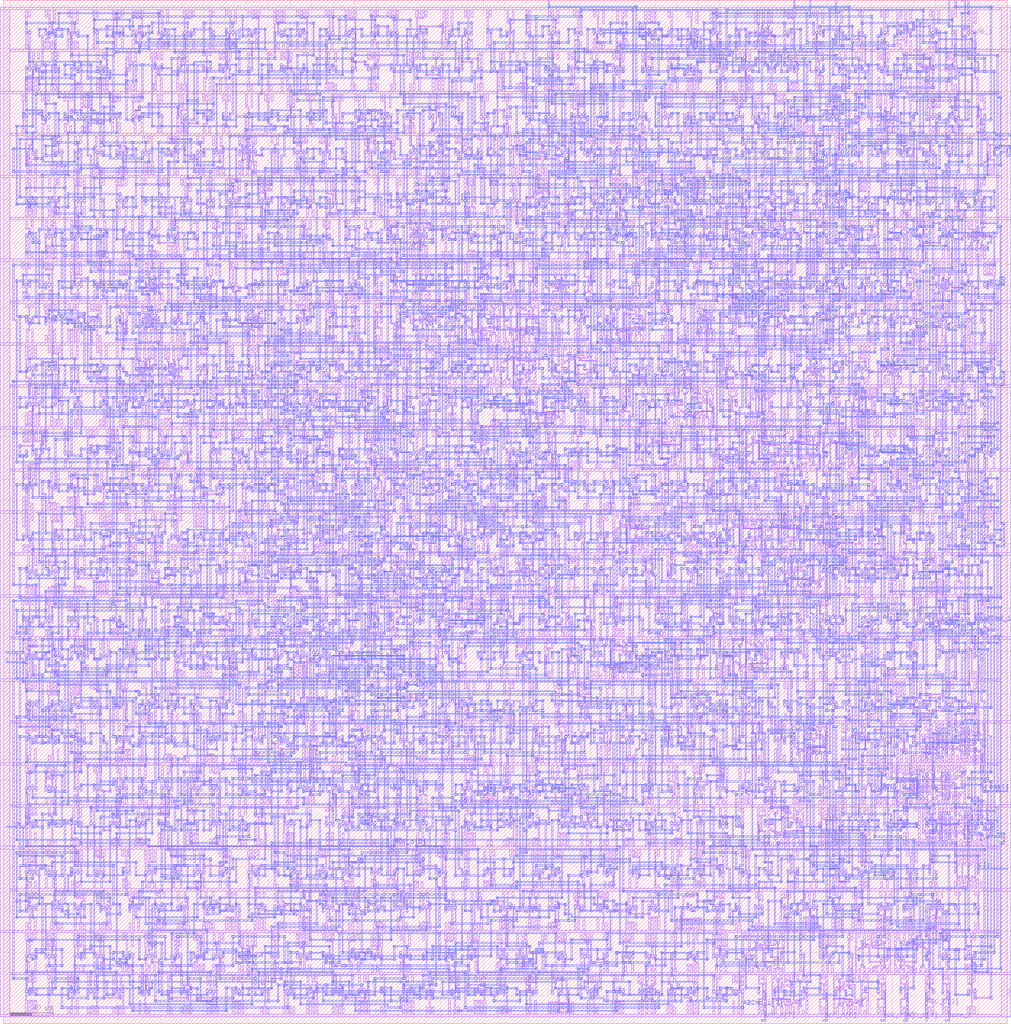
<source format=lef>
VERSION 5.7 ;
  NOWIREEXTENSIONATPIN ON ;
  DIVIDERCHAR "/" ;
  BUSBITCHARS "[]" ;
MACRO ALU_wrapper
  CLASS BLOCK ;
  FOREIGN ALU_wrapper ;
  ORIGIN 6.000 6.000 ;
  SIZE 933.000 BY 951.000 ;
  PIN gnd
    USE GROUND ;
    PORT
      LAYER metal1 ;
        RECT 16.800 899.700 18.600 903.600 ;
        RECT 37.800 899.700 39.600 904.800 ;
        RECT 58.800 899.700 60.600 904.800 ;
        RECT 79.800 899.700 81.600 903.600 ;
        RECT 103.800 899.700 105.600 909.600 ;
        RECT 113.400 899.700 115.200 909.600 ;
        RECT 142.800 899.700 144.600 904.800 ;
        RECT 169.800 899.700 171.600 909.600 ;
        RECT 187.800 899.700 189.600 903.600 ;
        RECT 205.800 899.700 207.600 904.800 ;
        RECT 221.400 899.700 223.200 909.600 ;
        RECT 245.700 899.700 247.500 903.600 ;
        RECT 253.200 899.700 255.000 906.600 ;
        RECT 266.400 899.700 268.200 909.600 ;
        RECT 298.500 899.700 300.300 906.600 ;
        RECT 311.400 899.700 313.200 909.600 ;
        RECT 340.500 899.700 342.300 906.600 ;
        RECT 350.400 899.700 352.200 909.600 ;
        RECT 385.800 899.700 387.600 909.600 ;
        RECT 403.800 899.700 405.600 903.600 ;
        RECT 409.800 900.600 411.600 903.600 ;
        RECT 410.400 899.700 411.600 900.600 ;
        RECT 422.700 899.700 424.500 906.600 ;
        RECT 445.800 899.700 447.600 903.600 ;
        RECT 460.800 899.700 462.600 903.600 ;
        RECT 466.800 899.700 468.600 903.600 ;
        RECT 479.400 899.700 481.200 906.600 ;
        RECT 505.800 899.700 507.600 904.800 ;
        RECT 529.500 899.700 531.300 906.600 ;
        RECT 547.800 899.700 549.600 904.800 ;
        RECT 566.400 899.700 568.200 904.800 ;
        RECT 590.700 899.700 592.500 903.600 ;
        RECT 598.200 899.700 600.000 906.600 ;
        RECT 611.400 899.700 613.200 903.600 ;
        RECT 634.800 899.700 636.600 904.800 ;
        RECT 653.400 899.700 655.200 904.800 ;
        RECT 676.800 899.700 678.600 903.600 ;
        RECT 694.800 899.700 696.600 905.700 ;
        RECT 703.800 899.700 705.600 905.700 ;
        RECT 719.400 899.700 721.200 909.600 ;
        RECT 751.800 899.700 753.600 904.800 ;
        RECT 767.400 899.700 769.200 903.600 ;
        RECT 773.400 899.700 775.200 903.600 ;
        RECT 788.400 899.700 790.200 903.600 ;
        RECT 814.500 899.700 816.300 906.600 ;
        RECT 827.400 899.700 829.200 904.800 ;
        RECT 836.400 899.700 838.200 907.800 ;
        RECT 859.800 899.700 861.600 904.800 ;
        RECT 877.800 899.700 879.600 903.600 ;
        RECT 890.400 899.700 892.200 906.600 ;
        RECT 896.400 899.700 898.200 906.600 ;
        RECT 921.450 899.700 930.450 938.700 ;
        RECT 0.600 897.300 930.450 899.700 ;
        RECT 16.500 890.400 18.300 897.300 ;
        RECT 25.500 890.400 27.300 897.300 ;
        RECT 43.500 890.400 45.300 897.300 ;
        RECT 56.400 887.400 58.200 897.300 ;
        RECT 81.000 890.400 82.800 897.300 ;
        RECT 88.500 893.400 90.300 897.300 ;
        RECT 111.300 890.400 113.100 897.300 ;
        RECT 136.800 892.200 138.600 897.300 ;
        RECT 159.300 890.400 161.100 897.300 ;
        RECT 178.800 893.400 180.600 897.300 ;
        RECT 184.800 893.400 186.600 897.300 ;
        RECT 197.400 892.200 199.200 897.300 ;
        RECT 223.800 893.400 225.600 897.300 ;
        RECT 241.800 893.400 243.600 897.300 ;
        RECT 254.400 892.200 256.200 897.300 ;
        RECT 272.400 893.400 274.200 897.300 ;
        RECT 301.800 887.400 303.600 897.300 ;
        RECT 319.800 893.400 321.600 897.300 ;
        RECT 335.400 892.200 337.200 897.300 ;
        RECT 353.400 893.400 355.200 897.300 ;
        RECT 376.800 892.200 378.600 897.300 ;
        RECT 393.000 890.400 394.800 897.300 ;
        RECT 400.500 893.400 402.300 897.300 ;
        RECT 413.400 893.400 415.200 897.300 ;
        RECT 419.400 893.400 421.200 897.300 ;
        RECT 434.400 893.400 436.200 897.300 ;
        RECT 457.800 890.400 459.600 897.300 ;
        RECT 470.400 887.400 472.200 897.300 ;
        RECT 499.500 890.400 501.300 897.300 ;
        RECT 508.500 890.400 510.300 897.300 ;
        RECT 521.400 892.200 523.200 897.300 ;
        RECT 539.700 890.400 541.500 897.300 ;
        RECT 563.400 892.200 565.200 897.300 ;
        RECT 592.800 892.200 594.600 897.300 ;
        RECT 616.800 892.200 618.600 897.300 ;
        RECT 630.000 890.400 631.800 897.300 ;
        RECT 637.500 893.400 639.300 897.300 ;
        RECT 661.800 892.200 663.600 897.300 ;
        RECT 677.700 890.400 679.500 897.300 ;
        RECT 686.700 890.400 688.500 897.300 ;
        RECT 704.700 890.400 706.500 897.300 ;
        RECT 722.400 887.400 724.200 897.300 ;
        RECT 751.800 893.400 753.600 897.300 ;
        RECT 775.500 890.400 777.300 897.300 ;
        RECT 785.700 890.400 787.500 897.300 ;
        RECT 809.400 892.200 811.200 897.300 ;
        RECT 829.800 893.400 831.600 897.300 ;
        RECT 835.800 893.400 837.600 897.300 ;
        RECT 851.400 892.200 853.200 897.300 ;
        RECT 872.400 892.200 874.200 897.300 ;
        RECT 893.400 893.400 895.200 897.300 ;
        RECT 899.400 893.400 901.200 897.300 ;
        RECT 13.800 821.700 15.600 825.600 ;
        RECT 34.500 821.700 36.300 828.600 ;
        RECT 55.500 821.700 57.300 828.600 ;
        RECT 66.000 821.700 67.800 828.600 ;
        RECT 73.500 821.700 75.300 825.600 ;
        RECT 100.800 821.700 102.600 831.600 ;
        RECT 121.800 821.700 123.600 831.600 ;
        RECT 139.800 821.700 141.600 825.600 ;
        RECT 157.800 821.700 159.600 825.600 ;
        RECT 163.800 822.600 165.600 825.600 ;
        RECT 164.400 821.700 165.600 822.600 ;
        RECT 184.500 821.700 186.300 828.600 ;
        RECT 202.500 821.700 204.300 828.600 ;
        RECT 217.800 821.700 219.600 825.600 ;
        RECT 223.800 821.700 225.600 825.600 ;
        RECT 236.700 821.700 238.500 828.600 ;
        RECT 257.400 821.700 259.200 825.600 ;
        RECT 263.400 821.700 265.200 825.600 ;
        RECT 275.700 821.700 277.500 828.600 ;
        RECT 303.300 821.700 305.100 828.600 ;
        RECT 325.800 821.700 327.600 826.800 ;
        RECT 349.800 821.700 351.600 826.800 ;
        RECT 368.400 821.700 370.200 826.800 ;
        RECT 389.400 822.600 391.200 825.600 ;
        RECT 389.400 821.700 390.600 822.600 ;
        RECT 395.400 821.700 397.200 825.600 ;
        RECT 413.700 821.700 415.500 828.600 ;
        RECT 442.500 821.700 444.300 828.600 ;
        RECT 463.500 821.700 465.300 828.600 ;
        RECT 484.500 821.700 486.300 828.600 ;
        RECT 505.800 821.700 507.600 831.600 ;
        RECT 523.500 821.700 525.300 828.600 ;
        RECT 532.500 821.700 534.300 828.600 ;
        RECT 553.500 821.700 555.300 828.600 ;
        RECT 568.800 821.700 570.600 828.600 ;
        RECT 589.500 821.700 591.300 828.600 ;
        RECT 605.700 821.700 607.500 825.600 ;
        RECT 613.200 821.700 615.000 828.600 ;
        RECT 629.400 821.700 631.200 826.800 ;
        RECT 647.700 821.700 649.500 828.600 ;
        RECT 676.800 821.700 678.600 826.800 ;
        RECT 689.700 821.700 691.500 828.600 ;
        RECT 710.400 821.700 712.200 831.600 ;
        RECT 742.800 821.700 744.600 826.800 ;
        RECT 758.700 821.700 760.500 828.600 ;
        RECT 767.700 821.700 769.500 828.600 ;
        RECT 785.400 821.700 787.200 825.600 ;
        RECT 808.800 821.700 810.600 827.700 ;
        RECT 817.800 821.700 819.600 827.700 ;
        RECT 838.800 821.700 840.600 825.600 ;
        RECT 854.700 821.700 856.500 825.600 ;
        RECT 862.200 821.700 864.000 828.600 ;
        RECT 875.400 821.700 877.200 826.800 ;
        RECT 901.800 821.700 903.600 825.600 ;
        RECT 921.450 821.700 930.450 897.300 ;
        RECT 0.600 819.300 930.450 821.700 ;
        RECT 16.800 815.400 18.600 819.300 ;
        RECT 23.400 818.400 24.600 819.300 ;
        RECT 22.800 815.400 24.600 818.400 ;
        RECT 38.700 815.400 40.500 819.300 ;
        RECT 46.200 812.400 48.000 819.300 ;
        RECT 64.500 812.400 66.300 819.300 ;
        RECT 85.800 809.400 87.600 819.300 ;
        RECT 98.400 809.400 100.200 819.300 ;
        RECT 123.000 812.400 124.800 819.300 ;
        RECT 130.500 815.400 132.300 819.300 ;
        RECT 149.400 814.200 151.200 819.300 ;
        RECT 178.500 812.400 180.300 819.300 ;
        RECT 188.400 809.400 190.200 819.300 ;
        RECT 215.400 813.300 217.200 819.300 ;
        RECT 224.100 813.300 225.900 819.300 ;
        RECT 242.700 812.400 244.500 819.300 ;
        RECT 271.800 813.900 273.600 819.300 ;
        RECT 290.400 814.200 292.200 819.300 ;
        RECT 308.400 815.400 310.200 819.300 ;
        RECT 334.800 814.200 336.600 819.300 ;
        RECT 350.400 814.200 352.200 819.300 ;
        RECT 371.400 809.400 373.200 819.300 ;
        RECT 395.700 812.400 397.500 819.300 ;
        RECT 416.400 814.200 418.200 819.300 ;
        RECT 434.400 815.400 436.200 819.300 ;
        RECT 449.400 815.400 451.200 819.300 ;
        RECT 468.900 812.400 470.700 819.300 ;
        RECT 496.500 812.400 498.300 819.300 ;
        RECT 514.500 812.400 516.300 819.300 ;
        RECT 523.500 812.400 525.300 819.300 ;
        RECT 536.400 814.200 538.200 819.300 ;
        RECT 560.400 814.200 562.200 819.300 ;
        RECT 581.400 814.200 583.200 819.300 ;
        RECT 604.800 815.400 606.600 819.300 ;
        RECT 622.500 812.400 624.300 819.300 ;
        RECT 631.500 812.400 633.300 819.300 ;
        RECT 649.800 815.400 651.600 819.300 ;
        RECT 667.500 812.400 669.300 819.300 ;
        RECT 685.500 812.400 687.300 819.300 ;
        RECT 698.700 812.400 700.500 819.300 ;
        RECT 719.400 815.400 721.200 819.300 ;
        RECT 725.400 815.400 727.200 819.300 ;
        RECT 742.800 811.200 744.600 819.300 ;
        RECT 751.800 814.200 753.600 819.300 ;
        RECT 769.800 815.400 771.600 819.300 ;
        RECT 785.400 815.400 787.200 819.300 ;
        RECT 791.400 815.400 793.200 819.300 ;
        RECT 811.800 814.200 813.600 819.300 ;
        RECT 827.400 814.200 829.200 819.300 ;
        RECT 851.400 814.200 853.200 819.300 ;
        RECT 869.400 815.400 871.200 819.300 ;
        RECT 892.800 815.400 894.600 819.300 ;
        RECT 910.800 815.400 912.600 819.300 ;
        RECT 19.800 743.700 21.600 748.800 ;
        RECT 38.400 743.700 40.200 748.800 ;
        RECT 67.800 743.700 69.600 753.600 ;
        RECT 85.800 743.700 87.600 747.600 ;
        RECT 106.800 743.700 108.600 753.600 ;
        RECT 124.800 743.700 126.600 747.600 ;
        RECT 145.800 743.700 147.600 753.600 ;
        RECT 163.800 743.700 165.600 748.800 ;
        RECT 181.800 743.700 183.600 747.600 ;
        RECT 187.800 743.700 189.600 747.600 ;
        RECT 200.700 743.700 202.500 750.600 ;
        RECT 209.700 743.700 211.500 750.600 ;
        RECT 232.500 743.700 234.300 750.600 ;
        RECT 241.500 743.700 243.300 750.600 ;
        RECT 262.500 743.700 264.300 750.600 ;
        RECT 280.500 743.700 282.300 750.600 ;
        RECT 293.400 744.600 295.200 747.600 ;
        RECT 293.400 743.700 294.600 744.600 ;
        RECT 299.400 743.700 301.200 747.600 ;
        RECT 317.700 743.700 319.500 750.600 ;
        RECT 338.400 743.700 340.200 747.600 ;
        RECT 361.800 743.700 363.600 747.600 ;
        RECT 382.800 743.700 384.600 749.100 ;
        RECT 400.800 743.700 402.600 747.600 ;
        RECT 406.800 743.700 408.600 747.600 ;
        RECT 426.300 743.700 428.100 750.600 ;
        RECT 451.500 743.700 453.300 750.600 ;
        RECT 467.400 743.700 469.200 748.800 ;
        RECT 490.500 743.700 492.300 750.600 ;
        RECT 499.500 743.700 501.300 750.600 ;
        RECT 520.800 743.700 522.600 748.800 ;
        RECT 544.500 743.700 546.300 750.600 ;
        RECT 562.500 743.700 564.300 750.600 ;
        RECT 571.500 743.700 573.300 750.600 ;
        RECT 588.300 743.700 590.100 750.600 ;
        RECT 605.700 743.700 607.500 750.600 ;
        RECT 614.700 743.700 616.500 750.600 ;
        RECT 632.700 743.700 634.500 750.600 ;
        RECT 641.700 743.700 643.500 750.600 ;
        RECT 656.700 743.700 658.500 750.600 ;
        RECT 681.900 743.700 683.700 750.600 ;
        RECT 704.400 743.700 706.200 748.800 ;
        RECT 725.400 743.700 727.200 748.800 ;
        RECT 746.700 743.700 748.500 750.600 ;
        RECT 772.800 743.700 774.600 748.800 ;
        RECT 789.000 743.700 790.800 750.600 ;
        RECT 796.500 743.700 798.300 747.600 ;
        RECT 814.800 743.700 816.600 747.600 ;
        RECT 828.000 743.700 829.800 750.600 ;
        RECT 835.500 743.700 837.300 747.600 ;
        RECT 852.000 743.700 853.800 750.600 ;
        RECT 859.500 743.700 861.300 747.600 ;
        RECT 883.800 743.700 885.600 748.800 ;
        RECT 899.400 743.700 901.200 748.800 ;
        RECT 921.450 743.700 930.450 819.300 ;
        RECT 0.600 741.300 930.450 743.700 ;
        RECT 19.500 734.400 21.300 741.300 ;
        RECT 33.000 734.400 34.800 741.300 ;
        RECT 40.500 737.400 42.300 741.300 ;
        RECT 59.400 736.200 61.200 741.300 ;
        RECT 80.400 731.400 82.200 741.300 ;
        RECT 112.800 731.400 114.600 741.300 ;
        RECT 136.800 731.400 138.600 741.300 ;
        RECT 147.000 734.400 148.800 741.300 ;
        RECT 154.500 737.400 156.300 741.300 ;
        RECT 170.400 737.400 172.200 741.300 ;
        RECT 193.500 734.400 195.300 741.300 ;
        RECT 213.300 734.400 215.100 741.300 ;
        RECT 230.400 734.400 232.200 741.300 ;
        RECT 245.700 734.400 247.500 741.300 ;
        RECT 273.300 734.400 275.100 741.300 ;
        RECT 290.700 734.400 292.500 741.300 ;
        RECT 313.800 737.400 315.600 741.300 ;
        RECT 334.500 734.400 336.300 741.300 ;
        RECT 355.800 736.200 357.600 741.300 ;
        RECT 374.400 735.300 376.200 741.300 ;
        RECT 383.100 735.300 384.900 741.300 ;
        RECT 401.700 734.400 403.500 741.300 ;
        RECT 433.800 731.400 435.600 741.300 ;
        RECT 446.400 731.400 448.200 741.300 ;
        RECT 470.700 734.400 472.500 741.300 ;
        RECT 496.800 737.400 498.600 741.300 ;
        RECT 512.400 736.200 514.200 741.300 ;
        RECT 530.700 734.400 532.500 741.300 ;
        RECT 559.500 734.400 561.300 741.300 ;
        RECT 572.400 736.200 574.200 741.300 ;
        RECT 601.800 736.200 603.600 741.300 ;
        RECT 618.000 734.400 619.800 741.300 ;
        RECT 625.500 737.400 627.300 741.300 ;
        RECT 641.700 734.400 643.500 741.300 ;
        RECT 666.300 734.400 668.100 741.300 ;
        RECT 686.400 736.200 688.200 741.300 ;
        RECT 715.800 735.900 717.600 741.300 ;
        RECT 731.400 737.400 733.200 741.300 ;
        RECT 752.400 736.200 754.200 741.300 ;
        RECT 781.800 736.200 783.600 741.300 ;
        RECT 798.000 734.400 799.800 741.300 ;
        RECT 805.500 737.400 807.300 741.300 ;
        RECT 824.400 736.200 826.200 741.300 ;
        RECT 845.400 736.200 847.200 741.300 ;
        RECT 869.400 736.200 871.200 741.300 ;
        RECT 893.400 735.300 895.200 741.300 ;
        RECT 902.400 735.300 904.200 741.300 ;
        RECT 16.500 665.700 18.300 672.600 ;
        RECT 29.400 665.700 31.200 675.600 ;
        RECT 56.700 665.700 58.500 669.600 ;
        RECT 64.200 665.700 66.000 672.600 ;
        RECT 77.400 665.700 79.200 675.600 ;
        RECT 102.000 665.700 103.800 672.600 ;
        RECT 109.500 665.700 111.300 669.600 ;
        RECT 128.400 665.700 130.200 671.700 ;
        RECT 137.400 665.700 139.200 671.700 ;
        RECT 157.800 665.700 159.600 669.600 ;
        RECT 163.800 665.700 165.600 669.600 ;
        RECT 187.800 665.700 189.600 671.100 ;
        RECT 203.700 665.700 205.500 672.600 ;
        RECT 232.800 665.700 234.600 675.600 ;
        RECT 248.700 665.700 250.500 669.600 ;
        RECT 256.200 665.700 258.000 672.600 ;
        RECT 274.800 665.700 276.600 670.800 ;
        RECT 298.500 665.700 300.300 672.600 ;
        RECT 319.800 665.700 321.600 670.800 ;
        RECT 340.800 665.700 342.600 669.600 ;
        RECT 358.800 665.700 360.600 669.600 ;
        RECT 376.800 665.700 378.600 671.700 ;
        RECT 385.800 665.700 387.600 671.700 ;
        RECT 406.800 665.700 408.600 669.600 ;
        RECT 422.400 665.700 424.200 672.600 ;
        RECT 440.400 665.700 442.200 670.800 ;
        RECT 464.400 665.700 466.200 669.600 ;
        RECT 485.400 665.700 487.200 669.600 ;
        RECT 506.400 665.700 508.200 671.700 ;
        RECT 515.400 665.700 517.200 671.700 ;
        RECT 536.400 665.700 538.200 669.600 ;
        RECT 554.700 665.700 556.500 672.600 ;
        RECT 577.800 665.700 579.600 669.600 ;
        RECT 583.800 665.700 585.600 669.600 ;
        RECT 599.400 665.700 601.200 669.600 ;
        RECT 617.700 665.700 619.500 672.600 ;
        RECT 635.400 665.700 637.200 669.600 ;
        RECT 655.800 665.700 657.600 669.600 ;
        RECT 673.800 665.700 675.600 670.800 ;
        RECT 692.400 665.700 694.200 670.800 ;
        RECT 716.400 665.700 718.200 671.700 ;
        RECT 725.400 665.700 727.200 671.700 ;
        RECT 741.000 665.700 742.800 672.600 ;
        RECT 748.500 665.700 750.300 669.600 ;
        RECT 767.400 665.700 769.200 670.800 ;
        RECT 796.800 665.700 798.600 670.800 ;
        RECT 812.400 665.700 814.200 670.800 ;
        RECT 833.400 666.600 835.200 669.600 ;
        RECT 833.400 665.700 834.600 666.600 ;
        RECT 839.400 665.700 841.200 669.600 ;
        RECT 862.800 665.700 864.600 671.700 ;
        RECT 871.800 665.700 873.600 671.700 ;
        RECT 886.800 665.700 888.600 669.600 ;
        RECT 892.800 665.700 894.600 669.600 ;
        RECT 906.000 665.700 907.800 672.600 ;
        RECT 913.500 665.700 915.300 669.600 ;
        RECT 921.450 665.700 930.450 741.300 ;
        RECT 0.600 663.300 930.450 665.700 ;
        RECT 13.800 659.400 15.600 663.300 ;
        RECT 19.800 659.400 21.600 663.300 ;
        RECT 37.800 658.200 39.600 663.300 ;
        RECT 54.000 656.400 55.800 663.300 ;
        RECT 61.500 659.400 63.300 663.300 ;
        RECT 77.400 658.200 79.200 663.300 ;
        RECT 98.400 662.400 99.600 663.300 ;
        RECT 98.400 659.400 100.200 662.400 ;
        RECT 104.400 659.400 106.200 663.300 ;
        RECT 125.400 657.300 127.200 663.300 ;
        RECT 134.100 657.300 135.900 663.300 ;
        RECT 152.400 658.200 154.200 663.300 ;
        RECT 173.700 656.400 175.500 663.300 ;
        RECT 202.500 656.400 204.300 663.300 ;
        RECT 221.100 657.300 222.900 663.300 ;
        RECT 229.800 657.300 231.600 663.300 ;
        RECT 253.500 656.400 255.300 663.300 ;
        RECT 274.800 657.900 276.600 663.300 ;
        RECT 297.300 656.400 299.100 663.300 ;
        RECT 322.500 656.400 324.300 663.300 ;
        RECT 340.800 659.400 342.600 663.300 ;
        RECT 361.800 659.400 363.600 663.300 ;
        RECT 382.800 657.300 384.600 663.300 ;
        RECT 391.800 657.300 393.600 663.300 ;
        RECT 410.400 658.200 412.200 663.300 ;
        RECT 425.850 659.400 427.650 663.300 ;
        RECT 434.850 659.400 436.650 663.300 ;
        RECT 441.750 659.400 443.550 663.300 ;
        RECT 451.050 659.400 452.850 663.300 ;
        RECT 461.850 659.400 463.650 663.300 ;
        RECT 470.850 659.400 472.650 663.300 ;
        RECT 477.750 659.400 479.550 663.300 ;
        RECT 487.050 659.400 488.850 663.300 ;
        RECT 508.800 658.200 510.600 663.300 ;
        RECT 527.400 658.200 529.200 663.300 ;
        RECT 553.800 659.400 555.600 663.300 ;
        RECT 560.850 659.400 562.650 663.300 ;
        RECT 569.850 659.400 571.650 663.300 ;
        RECT 576.750 659.400 578.550 663.300 ;
        RECT 586.050 659.400 587.850 663.300 ;
        RECT 610.800 658.200 612.600 663.300 ;
        RECT 623.400 659.400 625.200 663.300 ;
        RECT 641.400 657.300 643.200 663.300 ;
        RECT 650.100 657.300 651.900 663.300 ;
        RECT 671.400 658.200 673.200 663.300 ;
        RECT 695.700 659.400 697.500 663.300 ;
        RECT 703.200 656.400 705.000 663.300 ;
        RECT 719.700 659.400 721.500 663.300 ;
        RECT 727.200 656.400 729.000 663.300 ;
        RECT 737.400 659.400 739.200 663.300 ;
        RECT 760.800 658.200 762.600 663.300 ;
        RECT 781.800 659.400 783.600 663.300 ;
        RECT 799.800 659.400 801.600 663.300 ;
        RECT 815.400 658.200 817.200 663.300 ;
        RECT 836.700 656.400 838.500 663.300 ;
        RECT 845.700 656.400 847.500 663.300 ;
        RECT 863.400 658.200 865.200 663.300 ;
        RECT 892.500 656.400 894.300 663.300 ;
        RECT 902.400 659.400 904.200 663.300 ;
        RECT 14.700 587.700 16.500 591.600 ;
        RECT 22.200 587.700 24.000 594.600 ;
        RECT 35.400 587.700 37.200 597.600 ;
        RECT 56.400 587.700 58.200 591.600 ;
        RECT 62.400 587.700 64.200 591.600 ;
        RECT 85.800 587.700 87.600 592.800 ;
        RECT 98.400 587.700 100.200 591.600 ;
        RECT 104.400 587.700 106.200 591.600 ;
        RECT 119.400 587.700 121.200 593.700 ;
        RECT 128.100 587.700 129.900 593.700 ;
        RECT 146.400 587.700 148.200 593.700 ;
        RECT 155.400 587.700 157.200 593.700 ;
        RECT 173.400 587.700 175.200 597.600 ;
        RECT 205.500 587.700 207.300 594.600 ;
        RECT 225.300 587.700 227.100 594.600 ;
        RECT 242.400 587.700 244.200 591.600 ;
        RECT 271.800 587.700 273.600 597.600 ;
        RECT 284.400 587.700 286.200 591.600 ;
        RECT 302.700 587.700 304.500 594.600 ;
        RECT 323.400 587.700 325.200 594.600 ;
        RECT 338.700 587.700 340.500 594.600 ;
        RECT 347.700 587.700 349.500 594.600 ;
        RECT 365.700 587.700 367.500 594.600 ;
        RECT 389.400 587.700 391.200 591.600 ;
        RECT 412.500 587.700 414.300 594.600 ;
        RECT 425.400 587.700 427.200 591.600 ;
        RECT 445.800 587.700 447.600 594.600 ;
        RECT 451.800 587.700 453.600 594.600 ;
        RECT 458.850 587.700 460.650 591.600 ;
        RECT 467.850 587.700 469.650 591.600 ;
        RECT 474.750 587.700 476.550 591.600 ;
        RECT 484.050 587.700 485.850 591.600 ;
        RECT 500.700 587.700 502.500 594.600 ;
        RECT 515.850 587.700 517.650 591.600 ;
        RECT 524.850 587.700 526.650 591.600 ;
        RECT 531.750 587.700 533.550 591.600 ;
        RECT 541.050 587.700 542.850 591.600 ;
        RECT 557.700 587.700 559.500 594.600 ;
        RECT 586.800 587.700 588.600 592.800 ;
        RECT 602.700 587.700 604.500 594.600 ;
        RECT 628.800 587.700 630.600 592.800 ;
        RECT 646.800 587.700 648.600 591.600 ;
        RECT 667.800 587.700 669.600 592.800 ;
        RECT 683.700 587.700 685.500 594.600 ;
        RECT 701.400 587.700 703.200 591.600 ;
        RECT 707.400 587.700 709.200 591.600 ;
        RECT 730.500 587.700 732.300 594.600 ;
        RECT 743.400 587.700 745.200 593.700 ;
        RECT 752.400 587.700 754.200 593.700 ;
        RECT 770.400 587.700 772.200 591.600 ;
        RECT 789.000 587.700 790.800 594.600 ;
        RECT 796.500 587.700 798.300 591.600 ;
        RECT 815.400 587.700 817.200 593.700 ;
        RECT 824.400 587.700 826.200 593.700 ;
        RECT 850.500 587.700 852.300 594.600 ;
        RECT 863.700 587.700 865.500 594.600 ;
        RECT 892.800 587.700 894.600 597.600 ;
        RECT 905.400 587.700 907.200 597.600 ;
        RECT 921.450 587.700 930.450 663.300 ;
        RECT 0.600 585.300 930.450 587.700 ;
        RECT 16.500 578.400 18.300 585.300 ;
        RECT 25.500 578.400 27.300 585.300 ;
        RECT 42.300 578.400 44.100 585.300 ;
        RECT 59.700 578.400 61.500 585.300 ;
        RECT 88.500 578.400 90.300 585.300 ;
        RECT 101.700 578.400 103.500 585.300 ;
        RECT 119.700 578.400 121.500 585.300 ;
        RECT 140.400 575.400 142.200 585.300 ;
        RECT 162.000 578.400 163.800 585.300 ;
        RECT 169.500 581.400 171.300 585.300 ;
        RECT 193.800 580.200 195.600 585.300 ;
        RECT 209.400 575.400 211.200 585.300 ;
        RECT 241.500 578.400 243.300 585.300 ;
        RECT 262.800 575.400 264.600 585.300 ;
        RECT 275.400 580.200 277.200 585.300 ;
        RECT 299.400 580.200 301.200 585.300 ;
        RECT 327.300 578.400 329.100 585.300 ;
        RECT 349.800 581.400 351.600 585.300 ;
        RECT 367.800 581.400 369.600 585.300 ;
        RECT 380.400 575.400 382.200 585.300 ;
        RECT 406.800 581.400 408.600 585.300 ;
        RECT 412.800 581.400 414.600 585.300 ;
        RECT 430.800 580.200 432.600 585.300 ;
        RECT 446.700 578.400 448.500 585.300 ;
        RECT 475.800 580.200 477.600 585.300 ;
        RECT 485.850 581.400 487.650 585.300 ;
        RECT 494.850 581.400 496.650 585.300 ;
        RECT 501.750 581.400 503.550 585.300 ;
        RECT 511.050 581.400 512.850 585.300 ;
        RECT 530.400 580.200 532.200 585.300 ;
        RECT 548.700 578.400 550.500 585.300 ;
        RECT 571.800 581.400 573.600 585.300 ;
        RECT 592.500 578.400 594.300 585.300 ;
        RECT 613.800 580.200 615.600 585.300 ;
        RECT 623.850 581.400 625.650 585.300 ;
        RECT 632.850 581.400 634.650 585.300 ;
        RECT 639.750 581.400 641.550 585.300 ;
        RECT 649.050 581.400 650.850 585.300 ;
        RECT 670.800 581.400 672.600 585.300 ;
        RECT 685.800 578.400 687.600 585.300 ;
        RECT 691.800 578.400 693.600 585.300 ;
        RECT 697.800 578.400 699.600 585.300 ;
        RECT 703.800 578.400 705.600 585.300 ;
        RECT 709.800 578.400 711.600 585.300 ;
        RECT 724.800 581.400 726.600 585.300 ;
        RECT 737.400 581.400 739.200 585.300 ;
        RECT 743.400 581.400 745.200 585.300 ;
        RECT 765.300 578.400 767.100 585.300 ;
        RECT 781.800 578.400 783.600 585.300 ;
        RECT 787.800 578.400 789.600 585.300 ;
        RECT 793.800 578.400 795.600 585.300 ;
        RECT 799.800 578.400 801.600 585.300 ;
        RECT 805.800 578.400 807.600 585.300 ;
        RECT 818.400 581.400 820.200 585.300 ;
        RECT 824.400 581.400 826.200 585.300 ;
        RECT 847.800 575.400 849.600 585.300 ;
        RECT 868.500 578.400 870.300 585.300 ;
        RECT 881.700 578.400 883.500 585.300 ;
        RECT 902.400 581.400 904.200 585.300 ;
        RECT 14.100 509.700 16.200 513.600 ;
        RECT 20.400 509.700 22.200 513.600 ;
        RECT 55.500 509.700 57.300 516.600 ;
        RECT 79.800 509.700 81.600 519.600 ;
        RECT 90.000 509.700 91.800 516.600 ;
        RECT 97.500 509.700 99.300 513.600 ;
        RECT 111.000 509.700 112.800 516.600 ;
        RECT 118.500 509.700 120.300 513.600 ;
        RECT 142.800 509.700 144.600 514.800 ;
        RECT 161.400 509.700 163.200 514.800 ;
        RECT 193.800 509.700 195.600 519.600 ;
        RECT 214.800 509.700 216.600 519.600 ;
        RECT 235.800 509.700 237.600 519.600 ;
        RECT 248.400 509.700 250.200 513.600 ;
        RECT 266.400 509.700 268.200 519.600 ;
        RECT 290.400 509.700 292.200 519.600 ;
        RECT 311.400 509.700 313.200 513.600 ;
        RECT 317.400 509.700 319.200 513.600 ;
        RECT 329.700 509.700 331.500 516.600 ;
        RECT 338.700 509.700 340.500 516.600 ;
        RECT 356.400 509.700 358.200 516.600 ;
        RECT 379.500 509.700 381.300 516.600 ;
        RECT 392.400 509.700 394.200 513.600 ;
        RECT 418.500 509.700 420.300 516.600 ;
        RECT 431.700 509.700 433.500 516.600 ;
        RECT 440.700 509.700 442.500 516.600 ;
        RECT 466.800 509.700 468.600 514.800 ;
        RECT 479.700 509.700 481.500 516.600 ;
        RECT 500.400 509.700 502.200 514.800 ;
        RECT 524.400 509.700 526.200 514.800 ;
        RECT 547.800 509.700 549.600 513.600 ;
        RECT 560.400 509.700 562.200 513.600 ;
        RECT 583.800 509.700 585.600 513.600 ;
        RECT 593.850 509.700 595.650 513.600 ;
        RECT 602.850 509.700 604.650 513.600 ;
        RECT 609.750 509.700 611.550 513.600 ;
        RECT 619.050 509.700 620.850 513.600 ;
        RECT 640.800 509.700 642.600 513.600 ;
        RECT 658.800 509.700 660.600 513.600 ;
        RECT 679.500 509.700 681.300 516.600 ;
        RECT 686.850 509.700 688.650 513.600 ;
        RECT 695.850 509.700 697.650 513.600 ;
        RECT 702.750 509.700 704.550 513.600 ;
        RECT 712.050 509.700 713.850 513.600 ;
        RECT 722.850 509.700 724.650 513.600 ;
        RECT 731.850 509.700 733.650 513.600 ;
        RECT 738.750 509.700 740.550 513.600 ;
        RECT 748.050 509.700 749.850 513.600 ;
        RECT 758.850 509.700 760.650 513.600 ;
        RECT 767.850 509.700 769.650 513.600 ;
        RECT 774.750 509.700 776.550 513.600 ;
        RECT 784.050 509.700 785.850 513.600 ;
        RECT 805.800 509.700 807.600 513.600 ;
        RECT 815.700 509.700 817.500 516.600 ;
        RECT 833.400 509.700 835.200 519.600 ;
        RECT 860.400 509.700 862.200 514.800 ;
        RECT 889.500 509.700 891.300 516.600 ;
        RECT 913.800 509.700 915.600 519.600 ;
        RECT 921.450 509.700 930.450 585.300 ;
        RECT 0.600 507.300 930.450 509.700 ;
        RECT 14.400 502.200 16.200 507.300 ;
        RECT 43.800 497.400 45.600 507.300 ;
        RECT 54.000 500.400 55.800 507.300 ;
        RECT 61.500 503.400 63.300 507.300 ;
        RECT 77.400 497.400 79.200 507.300 ;
        RECT 109.800 497.400 111.600 507.300 ;
        RECT 125.400 502.200 127.200 507.300 ;
        RECT 148.500 500.400 150.300 507.300 ;
        RECT 157.500 500.400 159.300 507.300 ;
        RECT 174.300 500.400 176.100 507.300 ;
        RECT 191.700 500.400 193.500 507.300 ;
        RECT 223.800 497.400 225.600 507.300 ;
        RECT 238.800 503.400 240.600 507.300 ;
        RECT 259.800 502.200 261.600 507.300 ;
        RECT 283.800 502.200 285.600 507.300 ;
        RECT 303.300 500.400 305.100 507.300 ;
        RECT 317.700 500.400 319.500 507.300 ;
        RECT 338.400 506.400 339.600 507.300 ;
        RECT 338.400 503.400 340.200 506.400 ;
        RECT 344.400 503.400 346.200 507.300 ;
        RECT 362.700 500.400 364.500 507.300 ;
        RECT 391.500 500.400 393.300 507.300 ;
        RECT 404.400 503.400 406.200 507.300 ;
        RECT 422.700 500.400 424.500 507.300 ;
        RECT 443.700 500.400 445.500 507.300 ;
        RECT 464.400 502.200 466.200 507.300 ;
        RECT 488.700 503.400 490.500 507.300 ;
        RECT 496.200 500.400 498.000 507.300 ;
        RECT 510.000 500.400 511.800 507.300 ;
        RECT 517.500 503.400 519.300 507.300 ;
        RECT 533.400 503.400 535.200 507.300 ;
        RECT 551.400 497.400 553.200 507.300 ;
        RECT 575.700 503.400 577.500 507.300 ;
        RECT 583.200 500.400 585.000 507.300 ;
        RECT 596.400 497.400 598.200 507.300 ;
        RECT 620.400 497.400 622.200 507.300 ;
        RECT 647.400 503.400 649.200 507.300 ;
        RECT 673.500 500.400 675.300 507.300 ;
        RECT 689.400 502.200 691.200 507.300 ;
        RECT 713.400 502.200 715.200 507.300 ;
        RECT 734.700 500.400 736.500 507.300 ;
        RECT 755.400 503.400 757.200 507.300 ;
        RECT 761.400 503.400 763.200 507.300 ;
        RECT 784.800 502.200 786.600 507.300 ;
        RECT 800.400 503.400 802.200 507.300 ;
        RECT 821.400 502.200 823.200 507.300 ;
        RECT 839.700 500.400 841.500 507.300 ;
        RECT 860.400 503.400 862.200 507.300 ;
        RECT 866.400 503.400 868.200 507.300 ;
        RECT 881.400 497.400 883.200 507.300 ;
        RECT 910.500 500.400 912.300 507.300 ;
        RECT 14.400 431.700 16.200 436.800 ;
        RECT 46.800 431.700 48.600 441.600 ;
        RECT 60.000 431.700 61.800 438.600 ;
        RECT 67.500 431.700 69.300 435.600 ;
        RECT 84.000 431.700 85.800 438.600 ;
        RECT 91.500 431.700 93.300 435.600 ;
        RECT 112.800 431.700 114.600 436.800 ;
        RECT 136.800 431.700 138.600 436.800 ;
        RECT 152.400 431.700 154.200 436.800 ;
        RECT 171.000 431.700 172.800 438.600 ;
        RECT 178.500 431.700 180.300 435.600 ;
        RECT 194.400 431.700 196.200 435.600 ;
        RECT 223.800 431.700 225.600 441.600 ;
        RECT 239.700 431.700 241.500 435.600 ;
        RECT 247.200 431.700 249.000 438.600 ;
        RECT 257.400 431.700 259.200 441.600 ;
        RECT 284.400 431.700 286.200 436.800 ;
        RECT 305.400 431.700 307.200 435.600 ;
        RECT 311.400 431.700 313.200 435.600 ;
        RECT 334.500 431.700 336.300 438.600 ;
        RECT 345.000 431.700 346.800 438.600 ;
        RECT 352.500 431.700 354.300 435.600 ;
        RECT 373.800 431.700 375.600 435.600 ;
        RECT 390.000 431.700 391.800 438.600 ;
        RECT 397.500 431.700 399.300 435.600 ;
        RECT 416.400 431.700 418.200 436.800 ;
        RECT 434.700 431.700 436.500 438.600 ;
        RECT 443.700 431.700 445.500 438.600 ;
        RECT 460.800 431.700 462.600 435.600 ;
        RECT 466.800 431.700 468.600 435.600 ;
        RECT 479.400 431.700 481.200 441.600 ;
        RECT 503.400 431.700 505.200 435.600 ;
        RECT 509.400 431.700 511.200 435.600 ;
        RECT 524.400 431.700 526.200 441.600 ;
        RECT 548.400 431.700 550.200 436.800 ;
        RECT 563.850 431.700 565.650 435.600 ;
        RECT 572.850 431.700 574.650 435.600 ;
        RECT 579.750 431.700 581.550 435.600 ;
        RECT 589.050 431.700 590.850 435.600 ;
        RECT 605.700 431.700 607.500 438.600 ;
        RECT 634.800 431.700 636.600 436.800 ;
        RECT 653.400 431.700 655.200 436.800 ;
        RECT 668.850 431.700 670.650 435.600 ;
        RECT 677.850 431.700 679.650 435.600 ;
        RECT 684.750 431.700 686.550 435.600 ;
        RECT 694.050 431.700 695.850 435.600 ;
        RECT 704.850 431.700 706.650 435.600 ;
        RECT 713.850 431.700 715.650 435.600 ;
        RECT 720.750 431.700 722.550 435.600 ;
        RECT 730.050 431.700 731.850 435.600 ;
        RECT 748.800 431.700 750.600 438.600 ;
        RECT 754.800 431.700 756.600 438.600 ;
        RECT 760.800 431.700 762.600 438.600 ;
        RECT 766.800 431.700 768.600 438.600 ;
        RECT 772.800 431.700 774.600 438.600 ;
        RECT 788.400 431.700 790.200 435.600 ;
        RECT 806.400 431.700 808.200 435.600 ;
        RECT 829.800 431.700 831.600 435.600 ;
        RECT 835.800 432.600 837.600 435.600 ;
        RECT 836.400 431.700 837.600 432.600 ;
        RECT 850.800 431.700 852.600 435.600 ;
        RECT 856.800 431.700 858.600 435.600 ;
        RECT 871.800 431.700 873.600 435.600 ;
        RECT 889.500 431.700 891.300 438.600 ;
        RECT 913.800 431.700 915.600 441.600 ;
        RECT 921.450 431.700 930.450 507.300 ;
        RECT 0.600 429.300 930.450 431.700 ;
        RECT 22.800 419.400 24.600 429.300 ;
        RECT 35.400 419.400 37.200 429.300 ;
        RECT 67.800 419.400 69.600 429.300 ;
        RECT 81.000 422.400 82.800 429.300 ;
        RECT 88.500 425.400 90.300 429.300 ;
        RECT 112.800 424.200 114.600 429.300 ;
        RECT 128.700 425.400 130.500 429.300 ;
        RECT 136.200 422.400 138.000 429.300 ;
        RECT 149.400 425.400 151.200 429.300 ;
        RECT 167.400 419.400 169.200 429.300 ;
        RECT 191.400 419.400 193.200 429.300 ;
        RECT 212.700 422.400 214.500 429.300 ;
        RECT 221.700 422.400 223.500 429.300 ;
        RECT 239.400 425.400 241.200 429.300 ;
        RECT 268.800 419.400 270.600 429.300 ;
        RECT 286.800 425.400 288.600 429.300 ;
        RECT 299.700 422.400 301.500 429.300 ;
        RECT 320.400 425.400 322.200 429.300 ;
        RECT 326.400 425.400 328.200 429.300 ;
        RECT 346.500 422.400 348.300 429.300 ;
        RECT 360.900 422.400 362.700 429.300 ;
        RECT 380.400 425.400 382.200 429.300 ;
        RECT 406.800 424.200 408.600 429.300 ;
        RECT 422.700 422.400 424.500 429.300 ;
        RECT 443.400 419.400 445.200 429.300 ;
        RECT 472.800 423.300 474.600 429.300 ;
        RECT 481.800 423.300 483.600 429.300 ;
        RECT 501.900 422.400 503.700 429.300 ;
        RECT 521.400 424.200 523.200 429.300 ;
        RECT 545.400 424.200 547.200 429.300 ;
        RECT 571.800 425.400 573.600 429.300 ;
        RECT 592.800 424.200 594.600 429.300 ;
        RECT 613.800 425.400 615.600 429.300 ;
        RECT 632.400 424.200 634.200 429.300 ;
        RECT 661.500 422.400 663.300 429.300 ;
        RECT 679.800 424.200 681.600 429.300 ;
        RECT 695.400 425.400 697.200 429.300 ;
        RECT 701.400 425.400 703.200 429.300 ;
        RECT 715.800 425.400 717.600 429.300 ;
        RECT 721.800 425.400 723.600 429.300 ;
        RECT 729.150 425.400 730.950 429.300 ;
        RECT 738.450 425.400 740.250 429.300 ;
        RECT 745.350 425.400 747.150 429.300 ;
        RECT 754.350 425.400 756.150 429.300 ;
        RECT 773.400 424.200 775.200 429.300 ;
        RECT 791.700 422.400 793.500 429.300 ;
        RECT 823.800 423.900 825.600 429.300 ;
        RECT 841.800 425.400 843.600 429.300 ;
        RECT 854.700 422.400 856.500 429.300 ;
        RECT 863.700 422.400 865.500 429.300 ;
        RECT 878.400 425.400 880.200 429.300 ;
        RECT 884.400 425.400 886.200 429.300 ;
        RECT 899.400 425.400 901.200 429.300 ;
        RECT 15.300 353.700 17.100 360.600 ;
        RECT 32.700 353.700 34.500 360.600 ;
        RECT 54.000 353.700 55.800 360.600 ;
        RECT 61.500 353.700 63.300 357.600 ;
        RECT 79.800 353.700 81.600 357.600 ;
        RECT 95.400 353.700 97.200 358.800 ;
        RECT 118.800 353.700 120.600 357.600 ;
        RECT 124.800 353.700 126.600 357.600 ;
        RECT 145.500 353.700 147.300 360.600 ;
        RECT 163.500 353.700 165.300 360.600 ;
        RECT 176.400 353.700 178.200 357.600 ;
        RECT 197.400 353.700 199.200 358.800 ;
        RECT 229.800 353.700 231.600 363.600 ;
        RECT 247.800 353.700 249.600 358.800 ;
        RECT 271.800 353.700 273.600 358.800 ;
        RECT 287.700 353.700 289.500 360.600 ;
        RECT 315.300 353.700 317.100 360.600 ;
        RECT 337.800 353.700 339.600 357.600 ;
        RECT 355.800 353.700 357.600 357.600 ;
        RECT 374.700 353.700 376.500 357.600 ;
        RECT 382.200 353.700 384.000 360.600 ;
        RECT 400.800 353.700 402.600 358.800 ;
        RECT 419.100 353.700 421.200 357.600 ;
        RECT 425.400 353.700 427.200 357.600 ;
        RECT 453.000 353.700 454.800 360.600 ;
        RECT 460.500 353.700 462.300 357.600 ;
        RECT 473.400 353.700 475.200 357.600 ;
        RECT 494.400 353.700 496.200 358.800 ;
        RECT 515.400 353.700 517.200 357.600 ;
        RECT 536.400 353.700 538.200 358.800 ;
        RECT 565.800 353.700 567.600 358.800 ;
        RECT 586.800 353.700 588.600 357.600 ;
        RECT 600.000 353.700 601.800 360.600 ;
        RECT 607.500 353.700 609.300 357.600 ;
        RECT 626.400 353.700 628.200 358.800 ;
        RECT 649.800 353.700 651.600 357.600 ;
        RECT 655.800 353.700 657.600 357.600 ;
        RECT 668.700 353.700 670.500 360.600 ;
        RECT 694.800 353.700 696.600 358.800 ;
        RECT 712.800 353.700 714.600 357.600 ;
        RECT 718.800 353.700 720.600 357.600 ;
        RECT 736.500 353.700 738.300 360.600 ;
        RECT 760.800 353.700 762.600 363.600 ;
        RECT 773.400 353.700 775.200 357.600 ;
        RECT 799.800 353.700 801.600 358.800 ;
        RECT 815.400 354.600 817.200 357.600 ;
        RECT 815.400 353.700 816.600 354.600 ;
        RECT 821.400 353.700 823.200 357.600 ;
        RECT 844.800 353.700 846.600 358.800 ;
        RECT 865.800 353.700 867.600 358.800 ;
        RECT 883.800 353.700 885.600 357.600 ;
        RECT 889.800 353.700 891.600 357.600 ;
        RECT 902.700 353.700 904.500 360.600 ;
        RECT 921.450 353.700 930.450 429.300 ;
        RECT 0.600 351.300 930.450 353.700 ;
        RECT 19.800 346.200 21.600 351.300 ;
        RECT 46.800 341.400 48.600 351.300 ;
        RECT 67.800 346.200 69.600 351.300 ;
        RECT 83.400 341.400 85.200 351.300 ;
        RECT 110.400 346.200 112.200 351.300 ;
        RECT 136.800 347.400 138.600 351.300 ;
        RECT 160.800 341.400 162.600 351.300 ;
        RECT 173.700 344.400 175.500 351.300 ;
        RECT 182.700 344.400 184.500 351.300 ;
        RECT 197.700 344.400 199.500 351.300 ;
        RECT 206.700 344.400 208.500 351.300 ;
        RECT 221.700 344.400 223.500 351.300 ;
        RECT 244.800 347.400 246.600 351.300 ;
        RECT 250.800 347.400 252.600 351.300 ;
        RECT 265.500 344.400 267.300 351.300 ;
        RECT 274.500 344.400 276.300 351.300 ;
        RECT 291.300 344.400 293.100 351.300 ;
        RECT 316.500 344.400 318.300 351.300 ;
        RECT 331.800 347.400 333.600 351.300 ;
        RECT 337.800 347.400 339.600 351.300 ;
        RECT 350.400 344.400 352.200 351.300 ;
        RECT 375.300 344.400 377.100 351.300 ;
        RECT 397.800 347.400 399.600 351.300 ;
        RECT 418.800 347.400 420.600 351.300 ;
        RECT 434.400 347.400 436.200 351.300 ;
        RECT 454.800 347.400 456.600 351.300 ;
        RECT 460.800 347.400 462.600 351.300 ;
        RECT 473.400 346.200 475.200 351.300 ;
        RECT 499.800 347.400 501.600 351.300 ;
        RECT 520.800 347.400 522.600 351.300 ;
        RECT 541.800 347.400 543.600 351.300 ;
        RECT 548.850 347.400 550.650 351.300 ;
        RECT 557.850 347.400 559.650 351.300 ;
        RECT 564.750 347.400 566.550 351.300 ;
        RECT 574.050 347.400 575.850 351.300 ;
        RECT 587.700 344.400 589.500 351.300 ;
        RECT 596.700 344.400 598.500 351.300 ;
        RECT 619.800 346.200 621.600 351.300 ;
        RECT 637.800 347.400 639.600 351.300 ;
        RECT 643.800 347.400 645.600 351.300 ;
        RECT 658.500 344.400 660.300 351.300 ;
        RECT 667.500 344.400 669.300 351.300 ;
        RECT 674.850 347.400 676.650 351.300 ;
        RECT 683.850 347.400 685.650 351.300 ;
        RECT 690.750 347.400 692.550 351.300 ;
        RECT 700.050 347.400 701.850 351.300 ;
        RECT 716.400 347.400 718.200 351.300 ;
        RECT 722.400 347.400 724.200 351.300 ;
        RECT 737.400 347.400 739.200 351.300 ;
        RECT 752.400 347.400 754.200 351.300 ;
        RECT 772.800 347.400 774.600 351.300 ;
        RECT 778.800 347.400 780.600 351.300 ;
        RECT 791.700 344.400 793.500 351.300 ;
        RECT 812.400 341.400 814.200 351.300 ;
        RECT 836.400 346.200 838.200 351.300 ;
        RECT 862.800 347.400 864.600 351.300 ;
        RECT 875.400 347.400 877.200 351.300 ;
        RECT 894.900 344.400 896.700 351.300 ;
        RECT 22.800 275.700 24.600 285.600 ;
        RECT 35.700 275.700 37.500 279.600 ;
        RECT 43.200 275.700 45.000 282.600 ;
        RECT 56.700 275.700 58.500 279.600 ;
        RECT 64.200 275.700 66.000 282.600 ;
        RECT 74.400 275.700 76.200 285.600 ;
        RECT 98.400 275.700 100.200 285.600 ;
        RECT 127.800 275.700 129.600 280.800 ;
        RECT 146.700 275.700 148.500 279.600 ;
        RECT 154.200 275.700 156.000 282.600 ;
        RECT 172.800 275.700 174.600 280.800 ;
        RECT 196.800 275.700 198.600 280.800 ;
        RECT 217.500 275.700 219.300 282.600 ;
        RECT 230.700 275.700 232.500 282.600 ;
        RECT 248.700 275.700 250.500 282.600 ;
        RECT 269.400 275.700 271.200 280.800 ;
        RECT 290.700 275.700 292.500 282.600 ;
        RECT 318.300 275.700 320.100 282.600 ;
        RECT 335.700 275.700 337.500 282.600 ;
        RECT 367.800 275.700 369.600 285.600 ;
        RECT 380.700 275.700 382.500 282.600 ;
        RECT 406.500 275.700 408.300 282.600 ;
        RECT 427.800 275.700 429.600 280.800 ;
        RECT 445.800 275.700 447.600 279.600 ;
        RECT 461.400 275.700 463.200 280.800 ;
        RECT 482.700 275.700 484.500 282.600 ;
        RECT 511.500 275.700 513.300 282.600 ;
        RECT 529.500 275.700 531.300 282.600 ;
        RECT 538.500 275.700 540.300 282.600 ;
        RECT 556.800 275.700 558.600 279.600 ;
        RECT 574.800 275.700 576.600 280.800 ;
        RECT 598.500 275.700 600.300 282.600 ;
        RECT 614.700 275.700 616.500 279.600 ;
        RECT 622.200 275.700 624.000 282.600 ;
        RECT 640.800 275.700 642.600 280.800 ;
        RECT 659.400 275.700 661.200 280.800 ;
        RECT 680.700 275.700 682.500 282.600 ;
        RECT 706.800 275.700 708.600 279.600 ;
        RECT 719.700 275.700 721.500 282.600 ;
        RECT 740.400 275.700 742.200 282.600 ;
        RECT 746.400 275.700 748.200 282.600 ;
        RECT 766.800 275.700 768.600 279.600 ;
        RECT 776.400 275.700 778.200 279.600 ;
        RECT 795.000 275.700 796.800 282.600 ;
        RECT 802.500 275.700 804.300 279.600 ;
        RECT 818.700 275.700 820.500 282.600 ;
        RECT 827.700 275.700 829.500 282.600 ;
        RECT 848.400 275.700 850.200 280.800 ;
        RECT 869.700 275.700 871.500 282.600 ;
        RECT 893.400 275.700 895.200 280.800 ;
        RECT 921.450 275.700 930.450 351.300 ;
        RECT 0.600 273.300 930.450 275.700 ;
        RECT 19.800 268.200 21.600 273.300 ;
        RECT 40.800 268.200 42.600 273.300 ;
        RECT 67.800 263.400 69.600 273.300 ;
        RECT 85.800 269.400 87.600 273.300 ;
        RECT 100.500 266.400 102.300 273.300 ;
        RECT 109.500 266.400 111.300 273.300 ;
        RECT 119.700 266.400 121.500 273.300 ;
        RECT 151.800 263.400 153.600 273.300 ;
        RECT 161.400 269.400 163.200 273.300 ;
        RECT 190.800 263.400 192.600 273.300 ;
        RECT 208.800 269.400 210.600 273.300 ;
        RECT 232.800 263.400 234.600 273.300 ;
        RECT 256.800 263.400 258.600 273.300 ;
        RECT 274.500 266.400 276.300 273.300 ;
        RECT 283.500 266.400 285.300 273.300 ;
        RECT 304.800 268.200 306.600 273.300 ;
        RECT 323.400 268.200 325.200 273.300 ;
        RECT 341.700 266.400 343.500 273.300 ;
        RECT 361.800 269.400 363.600 273.300 ;
        RECT 367.800 269.400 369.600 273.300 ;
        RECT 380.700 266.400 382.500 273.300 ;
        RECT 405.300 266.400 407.100 273.300 ;
        RECT 426.900 266.400 428.700 273.300 ;
        RECT 448.800 269.400 450.600 273.300 ;
        RECT 461.400 269.400 463.200 273.300 ;
        RECT 467.400 269.400 469.200 273.300 ;
        RECT 489.300 266.400 491.100 273.300 ;
        RECT 506.400 272.400 507.600 273.300 ;
        RECT 506.400 269.400 508.200 272.400 ;
        RECT 512.400 269.400 514.200 273.300 ;
        RECT 527.700 266.400 529.500 273.300 ;
        RECT 548.400 272.400 549.600 273.300 ;
        RECT 548.400 269.400 550.200 272.400 ;
        RECT 554.400 269.400 556.200 273.300 ;
        RECT 572.700 266.400 574.500 273.300 ;
        RECT 590.400 269.400 592.200 273.300 ;
        RECT 608.400 268.200 610.200 273.300 ;
        RECT 626.400 272.400 627.600 273.300 ;
        RECT 626.400 269.400 628.200 272.400 ;
        RECT 632.400 269.400 634.200 273.300 ;
        RECT 650.700 266.400 652.500 273.300 ;
        RECT 670.800 269.400 672.600 273.300 ;
        RECT 676.800 269.400 678.600 273.300 ;
        RECT 693.900 266.400 695.700 273.300 ;
        RECT 713.400 268.200 715.200 273.300 ;
        RECT 728.850 269.400 730.650 273.300 ;
        RECT 737.850 269.400 739.650 273.300 ;
        RECT 744.750 269.400 746.550 273.300 ;
        RECT 754.050 269.400 755.850 273.300 ;
        RECT 778.500 266.400 780.300 273.300 ;
        RECT 790.800 269.400 792.600 273.300 ;
        RECT 796.800 269.400 798.600 273.300 ;
        RECT 809.400 269.400 811.200 273.300 ;
        RECT 826.800 269.400 828.600 273.300 ;
        RECT 832.800 269.400 834.600 273.300 ;
        RECT 838.200 269.400 840.000 273.300 ;
        RECT 850.500 266.400 852.300 273.300 ;
        RECT 873.000 269.400 874.800 273.300 ;
        RECT 880.500 269.400 882.300 273.300 ;
        RECT 899.100 266.400 900.900 273.300 ;
        RECT 22.800 197.700 24.600 207.600 ;
        RECT 33.000 197.700 34.800 204.600 ;
        RECT 40.500 197.700 42.300 201.600 ;
        RECT 64.500 197.700 66.300 204.600 ;
        RECT 77.700 197.700 79.500 204.600 ;
        RECT 103.800 197.700 105.600 202.800 ;
        RECT 119.400 197.700 121.200 201.600 ;
        RECT 125.400 197.700 127.200 201.600 ;
        RECT 143.400 197.700 145.200 202.800 ;
        RECT 167.700 197.700 169.500 201.600 ;
        RECT 175.200 197.700 177.000 204.600 ;
        RECT 185.400 197.700 187.200 207.600 ;
        RECT 217.500 197.700 219.300 204.600 ;
        RECT 238.800 197.700 240.600 202.800 ;
        RECT 259.800 197.700 261.600 201.600 ;
        RECT 275.400 197.700 277.200 202.800 ;
        RECT 307.800 197.700 309.600 207.600 ;
        RECT 320.400 197.700 322.200 202.800 ;
        RECT 338.400 197.700 340.200 201.600 ;
        RECT 356.700 197.700 358.500 204.600 ;
        RECT 381.300 197.700 383.100 204.600 ;
        RECT 395.700 197.700 397.500 204.600 ;
        RECT 424.800 197.700 426.600 202.800 ;
        RECT 445.800 197.700 447.600 202.800 ;
        RECT 461.400 197.700 463.200 202.800 ;
        RECT 483.900 197.700 485.700 204.600 ;
        RECT 503.400 197.700 505.200 201.600 ;
        RECT 509.400 197.700 511.200 201.600 ;
        RECT 532.800 197.700 534.600 202.800 ;
        RECT 548.700 197.700 550.500 204.600 ;
        RECT 569.400 197.700 571.200 201.600 ;
        RECT 590.400 197.700 592.200 202.800 ;
        RECT 611.400 198.600 613.200 201.600 ;
        RECT 611.400 197.700 612.600 198.600 ;
        RECT 617.400 197.700 619.200 201.600 ;
        RECT 643.800 197.700 645.600 207.600 ;
        RECT 657.000 197.700 658.800 204.600 ;
        RECT 664.500 197.700 666.300 201.600 ;
        RECT 680.400 197.700 682.200 202.800 ;
        RECT 704.400 197.700 706.200 202.800 ;
        RECT 733.800 197.700 735.600 202.800 ;
        RECT 751.800 197.700 753.600 201.600 ;
        RECT 757.800 197.700 759.600 201.600 ;
        RECT 775.500 197.700 777.300 204.600 ;
        RECT 793.800 197.700 795.600 201.600 ;
        RECT 811.800 197.700 813.600 202.800 ;
        RECT 820.200 197.700 822.000 201.600 ;
        RECT 832.500 197.700 834.300 204.600 ;
        RECT 855.000 197.700 856.800 201.600 ;
        RECT 862.500 197.700 864.300 201.600 ;
        RECT 881.100 197.700 882.900 204.600 ;
        RECT 904.800 197.700 906.600 201.600 ;
        RECT 921.450 197.700 930.450 273.300 ;
        RECT 0.600 195.300 930.450 197.700 ;
        RECT 19.800 190.200 21.600 195.300 ;
        RECT 40.500 188.400 42.300 195.300 ;
        RECT 64.800 185.400 66.600 195.300 ;
        RECT 74.400 191.400 76.200 195.300 ;
        RECT 92.400 185.400 94.200 195.300 ;
        RECT 124.800 185.400 126.600 195.300 ;
        RECT 140.400 190.200 142.200 195.300 ;
        RECT 164.700 191.400 166.500 195.300 ;
        RECT 172.200 188.400 174.000 195.300 ;
        RECT 185.400 185.400 187.200 195.300 ;
        RECT 217.500 188.400 219.300 195.300 ;
        RECT 231.900 188.400 233.700 195.300 ;
        RECT 254.700 191.400 256.500 195.300 ;
        RECT 262.200 188.400 264.000 195.300 ;
        RECT 277.800 191.400 279.600 195.300 ;
        RECT 292.800 191.400 294.600 195.300 ;
        RECT 298.800 191.400 300.600 195.300 ;
        RECT 311.400 190.200 313.200 195.300 ;
        RECT 332.400 190.200 334.200 195.300 ;
        RECT 364.800 185.400 366.600 195.300 ;
        RECT 380.400 190.200 382.200 195.300 ;
        RECT 401.400 191.400 403.200 195.300 ;
        RECT 407.400 191.400 409.200 195.300 ;
        RECT 422.700 191.400 424.500 195.300 ;
        RECT 430.200 188.400 432.000 195.300 ;
        RECT 443.400 191.400 445.200 195.300 ;
        RECT 458.400 185.400 460.200 195.300 ;
        RECT 482.400 185.400 484.200 195.300 ;
        RECT 509.700 191.400 511.500 195.300 ;
        RECT 517.200 188.400 519.000 195.300 ;
        RECT 533.400 190.200 535.200 195.300 ;
        RECT 551.400 191.400 553.200 195.300 ;
        RECT 569.400 185.400 571.200 195.300 ;
        RECT 591.000 188.400 592.800 195.300 ;
        RECT 598.500 191.400 600.300 195.300 ;
        RECT 614.400 185.400 616.200 195.300 ;
        RECT 643.500 188.400 645.300 195.300 ;
        RECT 664.500 188.400 666.300 195.300 ;
        RECT 677.400 191.400 679.200 195.300 ;
        RECT 697.800 191.400 699.600 195.300 ;
        RECT 707.850 191.400 709.650 195.300 ;
        RECT 716.850 191.400 718.650 195.300 ;
        RECT 723.750 191.400 725.550 195.300 ;
        RECT 733.050 191.400 734.850 195.300 ;
        RECT 751.800 188.400 753.600 195.300 ;
        RECT 757.800 188.400 759.600 195.300 ;
        RECT 763.800 188.400 765.600 195.300 ;
        RECT 769.800 188.400 771.600 195.300 ;
        RECT 775.800 188.400 777.600 195.300 ;
        RECT 789.000 188.400 790.800 195.300 ;
        RECT 796.500 191.400 798.300 195.300 ;
        RECT 812.400 191.400 814.200 195.300 ;
        RECT 830.400 188.400 832.200 195.300 ;
        RECT 841.200 191.400 843.000 195.300 ;
        RECT 853.500 188.400 855.300 195.300 ;
        RECT 876.000 191.400 877.800 195.300 ;
        RECT 883.500 191.400 885.300 195.300 ;
        RECT 902.100 188.400 903.900 195.300 ;
        RECT 14.700 119.700 16.500 123.600 ;
        RECT 22.200 119.700 24.000 126.600 ;
        RECT 32.400 119.700 34.200 129.600 ;
        RECT 57.000 119.700 58.800 126.600 ;
        RECT 64.500 119.700 66.300 123.600 ;
        RECT 77.400 119.700 79.200 129.600 ;
        RECT 109.500 119.700 111.300 126.600 ;
        RECT 125.700 119.700 127.500 123.600 ;
        RECT 133.200 119.700 135.000 126.600 ;
        RECT 157.800 119.700 159.600 129.600 ;
        RECT 173.400 119.700 175.200 124.800 ;
        RECT 194.400 119.700 196.200 129.600 ;
        RECT 229.800 119.700 231.600 129.600 ;
        RECT 247.800 119.700 249.600 123.600 ;
        RECT 263.400 119.700 265.200 124.800 ;
        RECT 284.400 119.700 286.200 129.600 ;
        RECT 311.400 119.700 313.200 124.800 ;
        RECT 340.500 119.700 342.300 126.600 ;
        RECT 354.900 119.700 356.700 126.600 ;
        RECT 374.700 119.700 376.500 123.600 ;
        RECT 382.200 119.700 384.000 126.600 ;
        RECT 395.400 119.700 397.200 129.600 ;
        RECT 419.700 119.700 421.500 126.600 ;
        RECT 443.400 119.700 445.200 124.800 ;
        RECT 464.400 119.700 466.200 123.600 ;
        RECT 485.700 119.700 487.500 123.600 ;
        RECT 493.200 119.700 495.000 126.600 ;
        RECT 503.400 119.700 505.200 129.600 ;
        RECT 538.800 119.700 540.600 129.600 ;
        RECT 552.000 119.700 553.800 126.600 ;
        RECT 559.500 119.700 561.300 123.600 ;
        RECT 575.400 119.700 577.200 129.600 ;
        RECT 601.800 119.700 603.600 123.600 ;
        RECT 617.400 119.700 619.200 124.800 ;
        RECT 638.400 119.700 640.200 124.800 ;
        RECT 659.400 119.700 661.200 123.600 ;
        RECT 677.400 119.700 679.200 129.600 ;
        RECT 701.700 119.700 703.500 126.600 ;
        RECT 725.400 119.700 727.200 124.800 ;
        RECT 743.700 119.700 745.500 126.600 ;
        RECT 772.800 119.700 774.600 124.800 ;
        RECT 789.000 119.700 790.800 126.600 ;
        RECT 796.500 119.700 798.300 123.600 ;
        RECT 809.700 119.700 811.500 126.600 ;
        RECT 838.800 119.700 840.600 124.800 ;
        RECT 854.400 119.700 856.200 126.600 ;
        RECT 860.400 119.700 862.200 126.600 ;
        RECT 877.800 119.700 879.600 126.600 ;
        RECT 883.800 119.700 885.600 126.600 ;
        RECT 889.800 119.700 891.600 126.600 ;
        RECT 895.800 119.700 897.600 126.600 ;
        RECT 901.800 119.700 903.600 126.600 ;
        RECT 921.450 119.700 930.450 195.300 ;
        RECT 0.600 117.300 930.450 119.700 ;
        RECT 19.800 112.200 21.600 117.300 ;
        RECT 46.800 107.400 48.600 117.300 ;
        RECT 62.400 112.200 64.200 117.300 ;
        RECT 83.400 107.400 85.200 117.300 ;
        RECT 115.800 112.200 117.600 117.300 ;
        RECT 134.700 113.400 136.500 117.300 ;
        RECT 142.200 110.400 144.000 117.300 ;
        RECT 155.400 107.400 157.200 117.300 ;
        RECT 187.800 107.400 189.600 117.300 ;
        RECT 201.000 110.400 202.800 117.300 ;
        RECT 208.500 113.400 210.300 117.300 ;
        RECT 227.700 113.400 229.500 117.300 ;
        RECT 235.200 110.400 237.000 117.300 ;
        RECT 245.400 107.400 247.200 117.300 ;
        RECT 269.700 113.400 271.500 117.300 ;
        RECT 277.200 110.400 279.000 117.300 ;
        RECT 295.800 112.200 297.600 117.300 ;
        RECT 319.800 112.200 321.600 117.300 ;
        RECT 346.800 107.400 348.600 117.300 ;
        RECT 362.400 112.200 364.200 117.300 ;
        RECT 380.400 107.400 382.200 117.300 ;
        RECT 404.400 107.400 406.200 117.300 ;
        RECT 432.900 110.400 434.700 117.300 ;
        RECT 457.500 110.400 459.300 117.300 ;
        RECT 466.500 110.400 468.300 117.300 ;
        RECT 482.700 113.400 484.500 117.300 ;
        RECT 490.200 110.400 492.000 117.300 ;
        RECT 500.400 107.400 502.200 117.300 ;
        RECT 529.800 112.200 531.600 117.300 ;
        RECT 548.400 112.200 550.200 117.300 ;
        RECT 580.800 107.400 582.600 117.300 ;
        RECT 594.000 110.400 595.800 117.300 ;
        RECT 601.500 113.400 603.300 117.300 ;
        RECT 631.800 113.400 633.600 117.300 ;
        RECT 637.800 113.400 639.900 117.300 ;
        RECT 656.400 112.200 658.200 117.300 ;
        RECT 674.400 113.400 676.200 117.300 ;
        RECT 692.700 110.400 694.500 117.300 ;
        RECT 716.700 113.400 718.500 117.300 ;
        RECT 724.200 110.400 726.000 117.300 ;
        RECT 737.700 110.400 739.500 117.300 ;
        RECT 746.700 110.400 748.500 117.300 ;
        RECT 764.700 113.400 766.500 117.300 ;
        RECT 772.200 110.400 774.000 117.300 ;
        RECT 783.000 110.400 784.800 117.300 ;
        RECT 790.500 113.400 792.300 117.300 ;
        RECT 808.500 110.400 810.300 117.300 ;
        RECT 817.500 110.400 819.300 117.300 ;
        RECT 831.000 110.400 832.800 117.300 ;
        RECT 838.500 113.400 840.300 117.300 ;
        RECT 856.500 110.400 858.300 117.300 ;
        RECT 865.500 110.400 867.300 117.300 ;
        RECT 878.400 113.400 880.200 117.300 ;
        RECT 896.400 113.400 898.200 117.300 ;
        RECT 22.800 41.700 24.600 51.600 ;
        RECT 33.000 41.700 34.800 48.600 ;
        RECT 40.500 41.700 42.300 45.600 ;
        RECT 59.700 41.700 61.500 45.600 ;
        RECT 67.200 41.700 69.000 48.600 ;
        RECT 77.400 41.700 79.200 51.600 ;
        RECT 109.800 41.700 111.600 46.800 ;
        RECT 125.700 41.700 127.500 45.600 ;
        RECT 133.200 41.700 135.000 48.600 ;
        RECT 154.800 41.700 156.600 46.800 ;
        RECT 175.800 41.700 177.600 46.800 ;
        RECT 191.400 41.700 193.200 46.800 ;
        RECT 215.400 41.700 217.200 47.700 ;
        RECT 224.100 41.700 225.900 47.700 ;
        RECT 242.700 41.700 244.500 48.600 ;
        RECT 268.500 41.700 270.300 48.600 ;
        RECT 277.500 41.700 279.300 48.600 ;
        RECT 290.400 41.700 292.200 51.600 ;
        RECT 322.800 41.700 324.600 51.600 ;
        RECT 336.000 41.700 337.800 48.600 ;
        RECT 343.500 41.700 345.300 45.600 ;
        RECT 367.800 41.700 369.600 46.800 ;
        RECT 383.400 41.700 385.200 45.600 ;
        RECT 412.800 41.700 414.600 51.600 ;
        RECT 425.400 41.700 427.200 51.600 ;
        RECT 457.800 41.700 459.600 46.800 ;
        RECT 473.400 41.700 475.200 46.800 ;
        RECT 496.800 41.700 498.600 45.600 ;
        RECT 506.400 41.700 508.200 51.600 ;
        RECT 530.400 41.700 532.200 51.600 ;
        RECT 551.400 41.700 553.200 45.600 ;
        RECT 577.800 41.700 579.600 51.600 ;
        RECT 591.000 41.700 592.800 48.600 ;
        RECT 598.500 41.700 600.300 45.600 ;
        RECT 614.400 41.700 616.200 45.600 ;
        RECT 632.400 41.700 634.200 46.800 ;
        RECT 655.500 41.700 657.300 48.600 ;
        RECT 664.500 41.700 666.300 48.600 ;
        RECT 682.800 41.700 684.600 45.600 ;
        RECT 689.850 41.700 691.650 45.600 ;
        RECT 698.850 41.700 700.650 45.600 ;
        RECT 705.750 41.700 707.550 45.600 ;
        RECT 715.050 41.700 716.850 45.600 ;
        RECT 736.800 41.700 738.600 45.600 ;
        RECT 754.500 41.700 756.300 48.600 ;
        RECT 763.500 41.700 765.300 48.600 ;
        RECT 781.800 41.700 783.600 45.600 ;
        RECT 788.850 41.700 790.650 45.600 ;
        RECT 797.850 41.700 799.650 45.600 ;
        RECT 804.750 41.700 806.550 45.600 ;
        RECT 814.050 41.700 815.850 45.600 ;
        RECT 825.150 41.700 826.950 45.600 ;
        RECT 834.450 41.700 836.250 45.600 ;
        RECT 841.350 41.700 843.150 45.600 ;
        RECT 850.350 41.700 852.150 45.600 ;
        RECT 863.400 41.700 865.200 51.600 ;
        RECT 890.400 41.700 892.200 46.800 ;
        RECT 921.450 41.700 930.450 117.300 ;
        RECT 0.600 39.300 930.450 41.700 ;
        RECT 14.700 35.400 16.500 39.300 ;
        RECT 22.200 32.400 24.000 39.300 ;
        RECT 37.800 35.400 39.600 39.300 ;
        RECT 58.800 34.200 60.600 39.300 ;
        RECT 71.400 29.400 73.200 39.300 ;
        RECT 95.400 29.400 97.200 39.300 ;
        RECT 122.400 34.200 124.200 39.300 ;
        RECT 148.800 35.400 150.600 39.300 ;
        RECT 158.400 29.400 160.200 39.300 ;
        RECT 182.400 29.400 184.200 39.300 ;
        RECT 207.000 32.400 208.800 39.300 ;
        RECT 214.500 35.400 216.300 39.300 ;
        RECT 238.500 32.400 240.300 39.300 ;
        RECT 262.800 29.400 264.600 39.300 ;
        RECT 276.000 32.400 277.800 39.300 ;
        RECT 283.500 35.400 285.300 39.300 ;
        RECT 299.400 29.400 301.200 39.300 ;
        RECT 324.000 32.400 325.800 39.300 ;
        RECT 331.500 35.400 333.300 39.300 ;
        RECT 344.400 35.400 346.200 39.300 ;
        RECT 365.700 35.400 367.500 39.300 ;
        RECT 373.200 32.400 375.000 39.300 ;
        RECT 386.700 32.400 388.500 39.300 ;
        RECT 410.400 34.200 412.200 39.300 ;
        RECT 432.000 32.400 433.800 39.300 ;
        RECT 439.500 35.400 441.300 39.300 ;
        RECT 452.400 29.400 454.200 39.300 ;
        RECT 484.800 34.200 486.600 39.300 ;
        RECT 503.100 35.400 505.200 39.300 ;
        RECT 509.400 35.400 511.200 39.300 ;
        RECT 539.400 34.200 541.200 39.300 ;
        RECT 560.700 35.400 562.500 39.300 ;
        RECT 568.200 32.400 570.000 39.300 ;
        RECT 587.100 33.300 588.900 39.300 ;
        RECT 595.800 33.300 597.600 39.300 ;
        RECT 616.500 32.400 618.300 39.300 ;
        RECT 630.000 32.400 631.800 39.300 ;
        RECT 637.500 35.400 639.300 39.300 ;
        RECT 653.400 35.400 655.200 39.300 ;
        RECT 659.400 35.400 661.200 39.300 ;
        RECT 674.400 34.200 676.200 39.300 ;
        RECT 698.400 35.400 700.200 39.300 ;
        RECT 711.150 35.400 712.950 39.300 ;
        RECT 720.450 35.400 722.250 39.300 ;
        RECT 727.350 35.400 729.150 39.300 ;
        RECT 736.350 35.400 738.150 39.300 ;
        RECT 755.400 35.400 757.200 39.300 ;
        RECT 768.150 35.400 769.950 39.300 ;
        RECT 777.450 35.400 779.250 39.300 ;
        RECT 784.350 35.400 786.150 39.300 ;
        RECT 793.350 35.400 795.150 39.300 ;
        RECT 809.400 35.400 811.200 39.300 ;
        RECT 830.400 35.400 832.200 39.300 ;
        RECT 853.800 35.400 855.600 39.300 ;
        RECT 869.400 35.400 871.200 39.300 ;
        RECT 895.500 32.400 897.300 39.300 ;
        RECT 921.450 0.300 930.450 39.300 ;
    END
  END gnd
  PIN vdd
    USE POWER ;
    PORT
      LAYER metal1 ;
        RECT -9.450 936.300 920.400 938.700 ;
        RECT -9.450 860.700 -0.450 936.300 ;
        RECT 16.800 929.400 18.600 936.300 ;
        RECT 32.400 929.400 34.200 936.300 ;
        RECT 40.500 923.400 42.300 936.300 ;
        RECT 53.400 929.400 55.200 936.300 ;
        RECT 61.500 923.400 63.300 936.300 ;
        RECT 79.800 929.400 81.600 936.300 ;
        RECT 97.800 930.000 99.600 936.300 ;
        RECT 103.800 929.400 105.600 936.300 ;
        RECT 113.400 929.400 115.200 936.300 ;
        RECT 119.400 930.000 121.200 936.300 ;
        RECT 137.400 929.400 139.200 936.300 ;
        RECT 145.500 923.400 147.300 936.300 ;
        RECT 163.800 930.000 165.600 936.300 ;
        RECT 169.800 929.400 171.600 936.300 ;
        RECT 187.800 929.400 189.600 936.300 ;
        RECT 200.400 929.400 202.200 936.300 ;
        RECT 208.500 923.400 210.300 936.300 ;
        RECT 221.400 929.400 223.200 936.300 ;
        RECT 227.400 930.000 229.200 936.300 ;
        RECT 250.800 925.200 252.600 936.300 ;
        RECT 266.400 929.400 268.200 936.300 ;
        RECT 272.400 930.000 274.200 936.300 ;
        RECT 292.800 929.400 294.600 936.300 ;
        RECT 298.800 929.400 300.600 936.300 ;
        RECT 311.400 929.400 313.200 936.300 ;
        RECT 317.400 930.000 319.200 936.300 ;
        RECT 334.800 929.400 336.600 936.300 ;
        RECT 340.800 929.400 342.600 936.300 ;
        RECT 350.400 929.400 352.200 936.300 ;
        RECT 356.400 930.000 358.200 936.300 ;
        RECT 379.800 930.000 381.600 936.300 ;
        RECT 385.800 929.400 387.600 936.300 ;
        RECT 405.300 923.400 407.100 936.300 ;
        RECT 422.400 929.400 424.200 936.300 ;
        RECT 428.400 929.400 430.200 936.300 ;
        RECT 445.800 929.400 447.600 936.300 ;
        RECT 466.800 923.400 468.600 936.300 ;
        RECT 479.400 923.400 481.200 936.300 ;
        RECT 500.400 929.400 502.200 936.300 ;
        RECT 508.500 923.400 510.300 936.300 ;
        RECT 523.800 929.400 525.600 936.300 ;
        RECT 529.800 929.400 531.600 936.300 ;
        RECT 542.400 929.400 544.200 936.300 ;
        RECT 550.500 923.400 552.300 936.300 ;
        RECT 563.700 923.400 565.500 936.300 ;
        RECT 571.800 929.400 573.600 936.300 ;
        RECT 595.800 925.200 597.600 936.300 ;
        RECT 611.400 929.400 613.200 936.300 ;
        RECT 629.400 929.400 631.200 936.300 ;
        RECT 637.500 923.400 639.300 936.300 ;
        RECT 650.700 923.400 652.500 936.300 ;
        RECT 658.800 929.400 660.600 936.300 ;
        RECT 676.800 929.400 678.600 936.300 ;
        RECT 694.800 925.500 696.600 936.300 ;
        RECT 703.800 925.500 705.600 936.300 ;
        RECT 719.400 929.400 721.200 936.300 ;
        RECT 725.400 930.000 727.200 936.300 ;
        RECT 746.400 929.400 748.200 936.300 ;
        RECT 754.500 923.400 756.300 936.300 ;
        RECT 767.400 923.400 769.200 936.300 ;
        RECT 788.400 929.400 790.200 936.300 ;
        RECT 808.800 929.400 810.600 936.300 ;
        RECT 814.800 929.400 816.600 936.300 ;
        RECT 827.400 928.200 829.200 936.300 ;
        RECT 836.400 923.400 838.200 936.300 ;
        RECT 854.400 929.400 856.200 936.300 ;
        RECT 862.500 923.400 864.300 936.300 ;
        RECT 877.800 929.400 879.600 936.300 ;
        RECT 890.400 923.400 892.200 936.300 ;
        RECT 896.400 923.400 898.200 936.300 ;
        RECT 22.800 860.700 24.600 871.500 ;
        RECT 37.800 860.700 39.600 867.600 ;
        RECT 43.800 860.700 45.600 867.600 ;
        RECT 56.400 860.700 58.200 867.600 ;
        RECT 62.400 860.700 64.200 867.000 ;
        RECT 83.400 860.700 85.200 871.800 ;
        RECT 109.800 860.700 111.600 867.600 ;
        RECT 115.800 860.700 117.600 867.600 ;
        RECT 131.400 860.700 133.200 867.600 ;
        RECT 139.500 860.700 141.300 873.600 ;
        RECT 157.800 860.700 159.600 867.600 ;
        RECT 163.800 860.700 165.600 867.600 ;
        RECT 184.800 860.700 186.600 873.600 ;
        RECT 194.700 860.700 196.500 873.600 ;
        RECT 202.800 860.700 204.600 867.600 ;
        RECT 223.800 860.700 225.600 867.600 ;
        RECT 241.800 860.700 243.600 867.600 ;
        RECT 251.700 860.700 253.500 873.600 ;
        RECT 259.800 860.700 261.600 867.600 ;
        RECT 272.400 860.700 274.200 867.600 ;
        RECT 295.800 860.700 297.600 867.000 ;
        RECT 301.800 860.700 303.600 867.600 ;
        RECT 319.800 860.700 321.600 867.600 ;
        RECT 332.700 860.700 334.500 873.600 ;
        RECT 340.800 860.700 342.600 867.600 ;
        RECT 353.400 860.700 355.200 867.600 ;
        RECT 371.400 860.700 373.200 867.600 ;
        RECT 379.500 860.700 381.300 873.600 ;
        RECT 395.400 860.700 397.200 871.800 ;
        RECT 413.400 860.700 415.200 873.600 ;
        RECT 434.400 860.700 436.200 867.600 ;
        RECT 457.800 860.700 459.600 873.600 ;
        RECT 470.400 860.700 472.200 867.600 ;
        RECT 476.400 860.700 478.200 867.000 ;
        RECT 505.800 860.700 507.600 871.500 ;
        RECT 518.700 860.700 520.500 873.600 ;
        RECT 526.800 860.700 528.600 867.600 ;
        RECT 539.400 860.700 541.200 867.600 ;
        RECT 545.400 860.700 547.200 867.600 ;
        RECT 560.700 860.700 562.500 873.600 ;
        RECT 568.800 860.700 570.600 867.600 ;
        RECT 587.400 860.700 589.200 867.600 ;
        RECT 595.500 860.700 597.300 873.600 ;
        RECT 611.400 860.700 613.200 867.600 ;
        RECT 619.500 860.700 621.300 873.600 ;
        RECT 632.400 860.700 634.200 871.800 ;
        RECT 656.400 860.700 658.200 867.600 ;
        RECT 664.500 860.700 666.300 873.600 ;
        RECT 680.400 860.700 682.200 871.500 ;
        RECT 704.400 860.700 706.200 867.600 ;
        RECT 710.400 860.700 712.200 867.600 ;
        RECT 722.400 860.700 724.200 867.600 ;
        RECT 728.400 860.700 730.200 867.000 ;
        RECT 751.800 860.700 753.600 867.600 ;
        RECT 769.800 860.700 771.600 867.600 ;
        RECT 775.800 860.700 777.600 867.600 ;
        RECT 785.400 860.700 787.200 867.600 ;
        RECT 791.400 860.700 793.200 867.600 ;
        RECT 806.700 860.700 808.500 873.600 ;
        RECT 814.800 860.700 816.600 867.600 ;
        RECT 835.800 860.700 837.600 873.600 ;
        RECT 848.700 860.700 850.500 873.600 ;
        RECT 856.800 860.700 858.600 867.600 ;
        RECT 869.700 860.700 871.500 873.600 ;
        RECT 877.800 860.700 879.600 867.600 ;
        RECT 893.400 860.700 895.200 873.600 ;
        RECT -9.450 858.300 920.400 860.700 ;
        RECT -9.450 782.700 -0.450 858.300 ;
        RECT 13.800 851.400 15.600 858.300 ;
        RECT 28.800 851.400 30.600 858.300 ;
        RECT 34.800 851.400 36.600 858.300 ;
        RECT 49.800 851.400 51.600 858.300 ;
        RECT 55.800 851.400 57.600 858.300 ;
        RECT 68.400 847.200 70.200 858.300 ;
        RECT 94.800 852.000 96.600 858.300 ;
        RECT 100.800 851.400 102.600 858.300 ;
        RECT 115.800 852.000 117.600 858.300 ;
        RECT 121.800 851.400 123.600 858.300 ;
        RECT 139.800 851.400 141.600 858.300 ;
        RECT 159.300 845.400 161.100 858.300 ;
        RECT 178.800 851.400 180.600 858.300 ;
        RECT 184.800 851.400 186.600 858.300 ;
        RECT 196.800 851.400 198.600 858.300 ;
        RECT 202.800 851.400 204.600 858.300 ;
        RECT 223.800 845.400 225.600 858.300 ;
        RECT 236.400 851.400 238.200 858.300 ;
        RECT 242.400 851.400 244.200 858.300 ;
        RECT 257.400 845.400 259.200 858.300 ;
        RECT 275.400 851.400 277.200 858.300 ;
        RECT 281.400 851.400 283.200 858.300 ;
        RECT 301.800 851.400 303.600 858.300 ;
        RECT 307.800 851.400 309.600 858.300 ;
        RECT 320.400 851.400 322.200 858.300 ;
        RECT 328.500 845.400 330.300 858.300 ;
        RECT 344.400 851.400 346.200 858.300 ;
        RECT 352.500 845.400 354.300 858.300 ;
        RECT 365.700 845.400 367.500 858.300 ;
        RECT 373.800 851.400 375.600 858.300 ;
        RECT 393.900 845.400 395.700 858.300 ;
        RECT 413.400 851.400 415.200 858.300 ;
        RECT 419.400 851.400 421.200 858.300 ;
        RECT 436.800 851.400 438.600 858.300 ;
        RECT 442.800 851.400 444.600 858.300 ;
        RECT 457.800 851.400 459.600 858.300 ;
        RECT 463.800 851.400 465.600 858.300 ;
        RECT 478.800 851.400 480.600 858.300 ;
        RECT 484.800 851.400 486.600 858.300 ;
        RECT 499.800 852.000 501.600 858.300 ;
        RECT 505.800 851.400 507.600 858.300 ;
        RECT 529.800 847.500 531.600 858.300 ;
        RECT 547.800 851.400 549.600 858.300 ;
        RECT 553.800 851.400 555.600 858.300 ;
        RECT 568.800 845.400 570.600 858.300 ;
        RECT 583.800 851.400 585.600 858.300 ;
        RECT 589.800 851.400 591.600 858.300 ;
        RECT 610.800 847.200 612.600 858.300 ;
        RECT 626.700 845.400 628.500 858.300 ;
        RECT 634.800 851.400 636.600 858.300 ;
        RECT 647.400 851.400 649.200 858.300 ;
        RECT 653.400 851.400 655.200 858.300 ;
        RECT 671.400 851.400 673.200 858.300 ;
        RECT 679.500 845.400 681.300 858.300 ;
        RECT 689.400 851.400 691.200 858.300 ;
        RECT 695.400 851.400 697.200 858.300 ;
        RECT 710.400 851.400 712.200 858.300 ;
        RECT 716.400 852.000 718.200 858.300 ;
        RECT 737.400 851.400 739.200 858.300 ;
        RECT 745.500 845.400 747.300 858.300 ;
        RECT 761.400 847.500 763.200 858.300 ;
        RECT 785.400 851.400 787.200 858.300 ;
        RECT 808.800 847.500 810.600 858.300 ;
        RECT 817.800 847.500 819.600 858.300 ;
        RECT 838.800 851.400 840.600 858.300 ;
        RECT 859.800 847.200 861.600 858.300 ;
        RECT 872.700 845.400 874.500 858.300 ;
        RECT 880.800 851.400 882.600 858.300 ;
        RECT 901.800 851.400 903.600 858.300 ;
        RECT 18.300 782.700 20.100 795.600 ;
        RECT 43.800 782.700 45.600 793.800 ;
        RECT 58.800 782.700 60.600 789.600 ;
        RECT 64.800 782.700 66.600 789.600 ;
        RECT 79.800 782.700 81.600 789.000 ;
        RECT 85.800 782.700 87.600 789.600 ;
        RECT 98.400 782.700 100.200 789.600 ;
        RECT 104.400 782.700 106.200 789.000 ;
        RECT 125.400 782.700 127.200 793.800 ;
        RECT 146.700 782.700 148.500 795.600 ;
        RECT 154.800 782.700 156.600 789.600 ;
        RECT 172.800 782.700 174.600 789.600 ;
        RECT 178.800 782.700 180.600 789.600 ;
        RECT 188.400 782.700 190.200 789.600 ;
        RECT 194.400 782.700 196.200 789.000 ;
        RECT 215.400 782.700 217.200 793.500 ;
        RECT 224.100 782.700 226.200 793.500 ;
        RECT 242.400 782.700 244.200 789.600 ;
        RECT 248.400 782.700 250.200 789.600 ;
        RECT 264.300 782.700 266.100 795.600 ;
        RECT 274.800 782.700 276.600 795.600 ;
        RECT 287.700 782.700 289.500 795.600 ;
        RECT 295.800 782.700 297.600 789.600 ;
        RECT 308.400 782.700 310.200 789.600 ;
        RECT 329.400 782.700 331.200 789.600 ;
        RECT 337.500 782.700 339.300 795.600 ;
        RECT 347.700 782.700 349.500 795.600 ;
        RECT 355.800 782.700 357.600 789.600 ;
        RECT 371.400 782.700 373.200 789.600 ;
        RECT 377.400 782.700 379.200 789.000 ;
        RECT 395.400 782.700 397.200 789.600 ;
        RECT 401.400 782.700 403.200 789.600 ;
        RECT 413.700 782.700 415.500 795.600 ;
        RECT 421.800 782.700 423.600 789.600 ;
        RECT 434.400 782.700 436.200 789.600 ;
        RECT 449.400 782.700 451.200 789.600 ;
        RECT 464.400 782.700 466.200 789.600 ;
        RECT 470.400 782.700 472.200 789.600 ;
        RECT 490.800 782.700 492.600 789.600 ;
        RECT 496.800 782.700 498.600 789.600 ;
        RECT 520.800 782.700 522.600 793.500 ;
        RECT 533.700 782.700 535.500 795.600 ;
        RECT 541.800 782.700 543.600 789.600 ;
        RECT 557.700 782.700 559.500 795.600 ;
        RECT 565.800 782.700 567.600 789.600 ;
        RECT 578.700 782.700 580.500 795.600 ;
        RECT 586.800 782.700 588.600 789.600 ;
        RECT 604.800 782.700 606.600 789.600 ;
        RECT 628.800 782.700 630.600 793.500 ;
        RECT 649.800 782.700 651.600 789.600 ;
        RECT 661.800 782.700 663.600 789.600 ;
        RECT 667.800 782.700 669.600 789.600 ;
        RECT 679.800 782.700 681.600 789.600 ;
        RECT 685.800 782.700 687.600 789.600 ;
        RECT 698.400 782.700 700.200 789.600 ;
        RECT 704.400 782.700 706.200 789.600 ;
        RECT 719.400 782.700 721.200 795.600 ;
        RECT 742.800 782.700 744.600 795.600 ;
        RECT 751.800 782.700 753.600 790.800 ;
        RECT 769.800 782.700 771.600 789.600 ;
        RECT 785.400 782.700 787.200 795.600 ;
        RECT 806.400 782.700 808.200 789.600 ;
        RECT 814.500 782.700 816.300 795.600 ;
        RECT 824.700 782.700 826.500 795.600 ;
        RECT 832.800 782.700 834.600 789.600 ;
        RECT 848.700 782.700 850.500 795.600 ;
        RECT 856.800 782.700 858.600 789.600 ;
        RECT 869.400 782.700 871.200 789.600 ;
        RECT 892.800 782.700 894.600 789.600 ;
        RECT 910.800 782.700 912.600 789.600 ;
        RECT -9.450 780.300 920.400 782.700 ;
        RECT -9.450 704.700 -0.450 780.300 ;
        RECT 14.400 773.400 16.200 780.300 ;
        RECT 22.500 767.400 24.300 780.300 ;
        RECT 35.700 767.400 37.500 780.300 ;
        RECT 43.800 773.400 45.600 780.300 ;
        RECT 61.800 774.000 63.600 780.300 ;
        RECT 67.800 773.400 69.600 780.300 ;
        RECT 85.800 773.400 87.600 780.300 ;
        RECT 100.800 774.000 102.600 780.300 ;
        RECT 106.800 773.400 108.600 780.300 ;
        RECT 124.800 773.400 126.600 780.300 ;
        RECT 139.800 774.000 141.600 780.300 ;
        RECT 145.800 773.400 147.600 780.300 ;
        RECT 158.400 773.400 160.200 780.300 ;
        RECT 166.500 767.400 168.300 780.300 ;
        RECT 187.800 767.400 189.600 780.300 ;
        RECT 203.400 769.500 205.200 780.300 ;
        RECT 238.800 769.500 240.600 780.300 ;
        RECT 256.800 773.400 258.600 780.300 ;
        RECT 262.800 773.400 264.600 780.300 ;
        RECT 274.800 773.400 276.600 780.300 ;
        RECT 280.800 773.400 282.600 780.300 ;
        RECT 297.900 767.400 299.700 780.300 ;
        RECT 317.400 773.400 319.200 780.300 ;
        RECT 323.400 773.400 325.200 780.300 ;
        RECT 338.400 773.400 340.200 780.300 ;
        RECT 361.800 773.400 363.600 780.300 ;
        RECT 375.300 767.400 377.100 780.300 ;
        RECT 385.800 767.400 387.600 780.300 ;
        RECT 406.800 767.400 408.600 780.300 ;
        RECT 424.800 773.400 426.600 780.300 ;
        RECT 430.800 773.400 432.600 780.300 ;
        RECT 445.800 773.400 447.600 780.300 ;
        RECT 451.800 773.400 453.600 780.300 ;
        RECT 464.700 767.400 466.500 780.300 ;
        RECT 472.800 773.400 474.600 780.300 ;
        RECT 496.800 769.500 498.600 780.300 ;
        RECT 515.400 773.400 517.200 780.300 ;
        RECT 523.500 767.400 525.300 780.300 ;
        RECT 538.800 773.400 540.600 780.300 ;
        RECT 544.800 773.400 546.600 780.300 ;
        RECT 568.800 769.500 570.600 780.300 ;
        RECT 586.800 773.400 588.600 780.300 ;
        RECT 592.800 773.400 594.600 780.300 ;
        RECT 608.400 769.500 610.200 780.300 ;
        RECT 635.400 769.500 637.200 780.300 ;
        RECT 656.400 773.400 658.200 780.300 ;
        RECT 662.400 773.400 664.200 780.300 ;
        RECT 677.400 773.400 679.200 780.300 ;
        RECT 683.400 773.400 685.200 780.300 ;
        RECT 701.700 767.400 703.500 780.300 ;
        RECT 709.800 773.400 711.600 780.300 ;
        RECT 722.700 767.400 724.500 780.300 ;
        RECT 730.800 773.400 732.600 780.300 ;
        RECT 746.400 773.400 748.200 780.300 ;
        RECT 752.400 773.400 754.200 780.300 ;
        RECT 767.400 773.400 769.200 780.300 ;
        RECT 775.500 767.400 777.300 780.300 ;
        RECT 791.400 769.200 793.200 780.300 ;
        RECT 814.800 773.400 816.600 780.300 ;
        RECT 830.400 769.200 832.200 780.300 ;
        RECT 854.400 769.200 856.200 780.300 ;
        RECT 878.400 773.400 880.200 780.300 ;
        RECT 886.500 767.400 888.300 780.300 ;
        RECT 896.700 767.400 898.500 780.300 ;
        RECT 904.800 773.400 906.600 780.300 ;
        RECT 13.800 704.700 15.600 711.600 ;
        RECT 19.800 704.700 21.600 711.600 ;
        RECT 35.400 704.700 37.200 715.800 ;
        RECT 56.700 704.700 58.500 717.600 ;
        RECT 64.800 704.700 66.600 711.600 ;
        RECT 80.400 704.700 82.200 711.600 ;
        RECT 86.400 704.700 88.200 711.000 ;
        RECT 106.800 704.700 108.600 711.000 ;
        RECT 112.800 704.700 114.600 711.600 ;
        RECT 130.800 704.700 132.600 711.000 ;
        RECT 136.800 704.700 138.600 711.600 ;
        RECT 149.400 704.700 151.200 715.800 ;
        RECT 170.400 704.700 172.200 711.600 ;
        RECT 187.800 704.700 189.600 711.600 ;
        RECT 193.800 704.700 195.600 711.600 ;
        RECT 211.800 704.700 213.600 711.600 ;
        RECT 217.800 704.700 219.600 711.600 ;
        RECT 230.400 704.700 232.200 717.600 ;
        RECT 245.400 704.700 247.200 711.600 ;
        RECT 251.400 704.700 253.200 711.600 ;
        RECT 271.800 704.700 273.600 711.600 ;
        RECT 277.800 704.700 279.600 711.600 ;
        RECT 290.400 704.700 292.200 711.600 ;
        RECT 296.400 704.700 298.200 711.600 ;
        RECT 313.800 704.700 315.600 711.600 ;
        RECT 328.800 704.700 330.600 711.600 ;
        RECT 334.800 704.700 336.600 711.600 ;
        RECT 350.400 704.700 352.200 711.600 ;
        RECT 358.500 704.700 360.300 717.600 ;
        RECT 374.400 704.700 376.200 715.500 ;
        RECT 383.100 704.700 385.200 715.500 ;
        RECT 401.400 704.700 403.200 711.600 ;
        RECT 407.400 704.700 409.200 711.600 ;
        RECT 427.800 704.700 429.600 711.000 ;
        RECT 433.800 704.700 435.600 711.600 ;
        RECT 446.400 704.700 448.200 711.600 ;
        RECT 452.400 704.700 454.200 711.000 ;
        RECT 470.400 704.700 472.200 711.600 ;
        RECT 476.400 704.700 478.200 711.600 ;
        RECT 496.800 704.700 498.600 711.600 ;
        RECT 509.700 704.700 511.500 717.600 ;
        RECT 517.800 704.700 519.600 711.600 ;
        RECT 530.400 704.700 532.200 711.600 ;
        RECT 536.400 704.700 538.200 711.600 ;
        RECT 553.800 704.700 555.600 711.600 ;
        RECT 559.800 704.700 561.600 711.600 ;
        RECT 569.700 704.700 571.500 717.600 ;
        RECT 577.800 704.700 579.600 711.600 ;
        RECT 596.400 704.700 598.200 711.600 ;
        RECT 604.500 704.700 606.300 717.600 ;
        RECT 620.400 704.700 622.200 715.800 ;
        RECT 641.400 704.700 643.200 711.600 ;
        RECT 647.400 704.700 649.200 711.600 ;
        RECT 664.800 704.700 666.600 711.600 ;
        RECT 670.800 704.700 672.600 711.600 ;
        RECT 683.700 704.700 685.500 717.600 ;
        RECT 691.800 704.700 693.600 711.600 ;
        RECT 708.300 704.700 710.100 717.600 ;
        RECT 718.800 704.700 720.600 717.600 ;
        RECT 731.400 704.700 733.200 711.600 ;
        RECT 749.700 704.700 751.500 717.600 ;
        RECT 757.800 704.700 759.600 711.600 ;
        RECT 776.400 704.700 778.200 711.600 ;
        RECT 784.500 704.700 786.300 717.600 ;
        RECT 800.400 704.700 802.200 715.800 ;
        RECT 821.700 704.700 823.500 717.600 ;
        RECT 829.800 704.700 831.600 711.600 ;
        RECT 842.700 704.700 844.500 717.600 ;
        RECT 850.800 704.700 852.600 711.600 ;
        RECT 866.700 704.700 868.500 717.600 ;
        RECT 874.800 704.700 876.600 711.600 ;
        RECT 893.400 704.700 895.200 715.500 ;
        RECT 902.400 704.700 904.200 715.500 ;
        RECT -9.450 702.300 920.400 704.700 ;
        RECT -9.450 626.700 -0.450 702.300 ;
        RECT 10.800 695.400 12.600 702.300 ;
        RECT 16.800 695.400 18.600 702.300 ;
        RECT 29.400 695.400 31.200 702.300 ;
        RECT 35.400 696.000 37.200 702.300 ;
        RECT 61.800 691.200 63.600 702.300 ;
        RECT 77.400 695.400 79.200 702.300 ;
        RECT 83.400 696.000 85.200 702.300 ;
        RECT 104.400 691.200 106.200 702.300 ;
        RECT 128.400 691.500 130.200 702.300 ;
        RECT 137.400 691.500 139.200 702.300 ;
        RECT 163.800 689.400 165.600 702.300 ;
        RECT 180.300 689.400 182.100 702.300 ;
        RECT 190.800 689.400 192.600 702.300 ;
        RECT 203.400 695.400 205.200 702.300 ;
        RECT 209.400 695.400 211.200 702.300 ;
        RECT 226.800 696.000 228.600 702.300 ;
        RECT 232.800 695.400 234.600 702.300 ;
        RECT 253.800 691.200 255.600 702.300 ;
        RECT 269.400 695.400 271.200 702.300 ;
        RECT 277.500 689.400 279.300 702.300 ;
        RECT 292.800 695.400 294.600 702.300 ;
        RECT 298.800 695.400 300.600 702.300 ;
        RECT 314.400 695.400 316.200 702.300 ;
        RECT 322.500 689.400 324.300 702.300 ;
        RECT 340.800 695.400 342.600 702.300 ;
        RECT 358.800 695.400 360.600 702.300 ;
        RECT 376.800 691.500 378.600 702.300 ;
        RECT 385.800 691.500 387.600 702.300 ;
        RECT 406.800 695.400 408.600 702.300 ;
        RECT 422.400 689.400 424.200 702.300 ;
        RECT 437.700 689.400 439.500 702.300 ;
        RECT 445.800 695.400 447.600 702.300 ;
        RECT 464.400 695.400 466.200 702.300 ;
        RECT 485.400 695.400 487.200 702.300 ;
        RECT 506.400 691.500 508.200 702.300 ;
        RECT 515.400 691.500 517.200 702.300 ;
        RECT 536.400 695.400 538.200 702.300 ;
        RECT 554.400 695.400 556.200 702.300 ;
        RECT 560.400 695.400 562.200 702.300 ;
        RECT 583.800 689.400 585.600 702.300 ;
        RECT 599.400 695.400 601.200 702.300 ;
        RECT 617.400 695.400 619.200 702.300 ;
        RECT 623.400 695.400 625.200 702.300 ;
        RECT 635.400 695.400 637.200 702.300 ;
        RECT 655.800 695.400 657.600 702.300 ;
        RECT 668.400 695.400 670.200 702.300 ;
        RECT 676.500 689.400 678.300 702.300 ;
        RECT 689.700 689.400 691.500 702.300 ;
        RECT 697.800 695.400 699.600 702.300 ;
        RECT 716.400 691.500 718.200 702.300 ;
        RECT 725.400 691.500 727.200 702.300 ;
        RECT 743.400 691.200 745.200 702.300 ;
        RECT 764.700 689.400 766.500 702.300 ;
        RECT 772.800 695.400 774.600 702.300 ;
        RECT 791.400 695.400 793.200 702.300 ;
        RECT 799.500 689.400 801.300 702.300 ;
        RECT 809.700 689.400 811.500 702.300 ;
        RECT 817.800 695.400 819.600 702.300 ;
        RECT 837.900 689.400 839.700 702.300 ;
        RECT 862.800 691.500 864.600 702.300 ;
        RECT 871.800 691.500 873.600 702.300 ;
        RECT 892.800 689.400 894.600 702.300 ;
        RECT 908.400 691.200 910.200 702.300 ;
        RECT 19.800 626.700 21.600 639.600 ;
        RECT 32.400 626.700 34.200 633.600 ;
        RECT 40.500 626.700 42.300 639.600 ;
        RECT 56.400 626.700 58.200 637.800 ;
        RECT 74.700 626.700 76.500 639.600 ;
        RECT 82.800 626.700 84.600 633.600 ;
        RECT 102.900 626.700 104.700 639.600 ;
        RECT 125.400 626.700 127.200 637.500 ;
        RECT 134.100 626.700 136.200 637.500 ;
        RECT 149.700 626.700 151.500 639.600 ;
        RECT 157.800 626.700 159.600 633.600 ;
        RECT 173.400 626.700 175.200 633.600 ;
        RECT 179.400 626.700 181.200 633.600 ;
        RECT 196.800 626.700 198.600 633.600 ;
        RECT 202.800 626.700 204.600 633.600 ;
        RECT 220.800 626.700 222.900 637.500 ;
        RECT 229.800 626.700 231.600 637.500 ;
        RECT 247.800 626.700 249.600 633.600 ;
        RECT 253.800 626.700 255.600 633.600 ;
        RECT 267.300 626.700 269.100 639.600 ;
        RECT 277.800 626.700 279.600 639.600 ;
        RECT 295.800 626.700 297.600 633.600 ;
        RECT 301.800 626.700 303.600 633.600 ;
        RECT 316.800 626.700 318.600 633.600 ;
        RECT 322.800 626.700 324.600 633.600 ;
        RECT 340.800 626.700 342.600 633.600 ;
        RECT 361.800 626.700 363.600 633.600 ;
        RECT 382.800 626.700 384.600 637.500 ;
        RECT 391.800 626.700 393.600 637.500 ;
        RECT 407.700 626.700 409.500 639.600 ;
        RECT 415.800 626.700 417.600 633.600 ;
        RECT 425.550 626.700 427.350 630.600 ;
        RECT 434.250 626.700 436.050 633.600 ;
        RECT 440.850 626.700 442.650 633.600 ;
        RECT 451.050 626.700 452.850 633.600 ;
        RECT 461.550 626.700 463.350 630.600 ;
        RECT 470.250 626.700 472.050 633.600 ;
        RECT 476.850 626.700 478.650 633.600 ;
        RECT 487.050 626.700 488.850 633.600 ;
        RECT 503.400 626.700 505.200 633.600 ;
        RECT 511.500 626.700 513.300 639.600 ;
        RECT 524.700 626.700 526.500 639.600 ;
        RECT 532.800 626.700 534.600 633.600 ;
        RECT 553.800 626.700 555.600 633.600 ;
        RECT 560.550 626.700 562.350 630.600 ;
        RECT 569.250 626.700 571.050 633.600 ;
        RECT 575.850 626.700 577.650 633.600 ;
        RECT 586.050 626.700 587.850 633.600 ;
        RECT 605.400 626.700 607.200 633.600 ;
        RECT 613.500 626.700 615.300 639.600 ;
        RECT 623.400 626.700 625.200 633.600 ;
        RECT 641.400 626.700 643.200 637.500 ;
        RECT 650.100 626.700 652.200 637.500 ;
        RECT 668.700 626.700 670.500 639.600 ;
        RECT 676.800 626.700 678.600 633.600 ;
        RECT 700.800 626.700 702.600 637.800 ;
        RECT 724.800 626.700 726.600 637.800 ;
        RECT 737.400 626.700 739.200 633.600 ;
        RECT 755.400 626.700 757.200 633.600 ;
        RECT 763.500 626.700 765.300 639.600 ;
        RECT 781.800 626.700 783.600 633.600 ;
        RECT 799.800 626.700 801.600 633.600 ;
        RECT 812.700 626.700 814.500 639.600 ;
        RECT 820.800 626.700 822.600 633.600 ;
        RECT 839.400 626.700 841.200 637.500 ;
        RECT 860.700 626.700 862.500 639.600 ;
        RECT 868.800 626.700 870.600 633.600 ;
        RECT 886.800 626.700 888.600 633.600 ;
        RECT 892.800 626.700 894.600 633.600 ;
        RECT 902.400 626.700 904.200 633.600 ;
        RECT -9.450 624.300 920.400 626.700 ;
        RECT -9.450 548.700 -0.450 624.300 ;
        RECT 19.800 613.200 21.600 624.300 ;
        RECT 35.400 617.400 37.200 624.300 ;
        RECT 41.400 618.000 43.200 624.300 ;
        RECT 56.400 611.400 58.200 624.300 ;
        RECT 80.400 617.400 82.200 624.300 ;
        RECT 88.500 611.400 90.300 624.300 ;
        RECT 98.400 611.400 100.200 624.300 ;
        RECT 119.400 613.500 121.200 624.300 ;
        RECT 128.100 613.500 130.200 624.300 ;
        RECT 146.400 613.500 148.200 624.300 ;
        RECT 155.400 613.500 157.200 624.300 ;
        RECT 173.400 617.400 175.200 624.300 ;
        RECT 179.400 618.000 181.200 624.300 ;
        RECT 199.800 617.400 201.600 624.300 ;
        RECT 205.800 617.400 207.600 624.300 ;
        RECT 223.800 617.400 225.600 624.300 ;
        RECT 229.800 617.400 231.600 624.300 ;
        RECT 242.400 617.400 244.200 624.300 ;
        RECT 265.800 618.000 267.600 624.300 ;
        RECT 271.800 617.400 273.600 624.300 ;
        RECT 284.400 617.400 286.200 624.300 ;
        RECT 302.400 617.400 304.200 624.300 ;
        RECT 308.400 617.400 310.200 624.300 ;
        RECT 323.400 611.400 325.200 624.300 ;
        RECT 341.400 613.500 343.200 624.300 ;
        RECT 365.400 617.400 367.200 624.300 ;
        RECT 371.400 617.400 373.200 624.300 ;
        RECT 389.400 617.400 391.200 624.300 ;
        RECT 406.800 617.400 408.600 624.300 ;
        RECT 412.800 617.400 414.600 624.300 ;
        RECT 425.400 617.400 427.200 624.300 ;
        RECT 445.800 611.400 447.600 624.300 ;
        RECT 451.800 611.400 453.600 624.300 ;
        RECT 458.550 620.400 460.350 624.300 ;
        RECT 467.250 617.400 469.050 624.300 ;
        RECT 473.850 617.400 475.650 624.300 ;
        RECT 484.050 617.400 485.850 624.300 ;
        RECT 500.400 617.400 502.200 624.300 ;
        RECT 506.400 617.400 508.200 624.300 ;
        RECT 515.550 620.400 517.350 624.300 ;
        RECT 524.250 617.400 526.050 624.300 ;
        RECT 530.850 617.400 532.650 624.300 ;
        RECT 541.050 617.400 542.850 624.300 ;
        RECT 557.400 617.400 559.200 624.300 ;
        RECT 563.400 617.400 565.200 624.300 ;
        RECT 581.400 617.400 583.200 624.300 ;
        RECT 589.500 611.400 591.300 624.300 ;
        RECT 602.400 617.400 604.200 624.300 ;
        RECT 608.400 617.400 610.200 624.300 ;
        RECT 623.400 617.400 625.200 624.300 ;
        RECT 631.500 611.400 633.300 624.300 ;
        RECT 646.800 617.400 648.600 624.300 ;
        RECT 662.400 617.400 664.200 624.300 ;
        RECT 670.500 611.400 672.300 624.300 ;
        RECT 683.400 617.400 685.200 624.300 ;
        RECT 689.400 617.400 691.200 624.300 ;
        RECT 701.400 611.400 703.200 624.300 ;
        RECT 724.800 617.400 726.600 624.300 ;
        RECT 730.800 617.400 732.600 624.300 ;
        RECT 743.400 613.500 745.200 624.300 ;
        RECT 752.400 613.500 754.200 624.300 ;
        RECT 770.400 617.400 772.200 624.300 ;
        RECT 791.400 613.200 793.200 624.300 ;
        RECT 815.400 613.500 817.200 624.300 ;
        RECT 824.400 613.500 826.200 624.300 ;
        RECT 844.800 617.400 846.600 624.300 ;
        RECT 850.800 617.400 852.600 624.300 ;
        RECT 863.400 617.400 865.200 624.300 ;
        RECT 869.400 617.400 871.200 624.300 ;
        RECT 886.800 618.000 888.600 624.300 ;
        RECT 892.800 617.400 894.600 624.300 ;
        RECT 905.400 617.400 907.200 624.300 ;
        RECT 911.400 618.000 913.200 624.300 ;
        RECT 22.800 548.700 24.600 559.500 ;
        RECT 40.800 548.700 42.600 555.600 ;
        RECT 46.800 548.700 48.600 555.600 ;
        RECT 59.400 548.700 61.200 555.600 ;
        RECT 65.400 548.700 67.200 555.600 ;
        RECT 82.800 548.700 84.600 555.600 ;
        RECT 88.800 548.700 90.600 555.600 ;
        RECT 101.400 548.700 103.200 555.600 ;
        RECT 107.400 548.700 109.200 555.600 ;
        RECT 119.400 548.700 121.200 555.600 ;
        RECT 125.400 548.700 127.200 555.600 ;
        RECT 140.400 548.700 142.200 555.600 ;
        RECT 146.400 548.700 148.200 555.000 ;
        RECT 164.400 548.700 166.200 559.800 ;
        RECT 188.400 548.700 190.200 555.600 ;
        RECT 196.500 548.700 198.300 561.600 ;
        RECT 209.400 548.700 211.200 555.600 ;
        RECT 215.400 548.700 217.200 555.000 ;
        RECT 235.800 548.700 237.600 555.600 ;
        RECT 241.800 548.700 243.600 555.600 ;
        RECT 256.800 548.700 258.600 555.000 ;
        RECT 262.800 548.700 264.600 555.600 ;
        RECT 272.700 548.700 274.500 561.600 ;
        RECT 280.800 548.700 282.600 555.600 ;
        RECT 296.700 548.700 298.500 561.600 ;
        RECT 304.800 548.700 306.600 555.600 ;
        RECT 325.800 548.700 327.600 555.600 ;
        RECT 331.800 548.700 333.600 555.600 ;
        RECT 349.800 548.700 351.600 555.600 ;
        RECT 367.800 548.700 369.600 555.600 ;
        RECT 380.400 548.700 382.200 555.600 ;
        RECT 386.400 548.700 388.200 555.000 ;
        RECT 412.800 548.700 414.600 561.600 ;
        RECT 425.400 548.700 427.200 555.600 ;
        RECT 433.500 548.700 435.300 561.600 ;
        RECT 446.400 548.700 448.200 555.600 ;
        RECT 452.400 548.700 454.200 555.600 ;
        RECT 470.400 548.700 472.200 555.600 ;
        RECT 478.500 548.700 480.300 561.600 ;
        RECT 485.550 548.700 487.350 552.600 ;
        RECT 494.250 548.700 496.050 555.600 ;
        RECT 500.850 548.700 502.650 555.600 ;
        RECT 511.050 548.700 512.850 555.600 ;
        RECT 527.700 548.700 529.500 561.600 ;
        RECT 535.800 548.700 537.600 555.600 ;
        RECT 548.400 548.700 550.200 555.600 ;
        RECT 554.400 548.700 556.200 555.600 ;
        RECT 571.800 548.700 573.600 555.600 ;
        RECT 586.800 548.700 588.600 555.600 ;
        RECT 592.800 548.700 594.600 555.600 ;
        RECT 608.400 548.700 610.200 555.600 ;
        RECT 616.500 548.700 618.300 561.600 ;
        RECT 623.550 548.700 625.350 552.600 ;
        RECT 632.250 548.700 634.050 555.600 ;
        RECT 638.850 548.700 640.650 555.600 ;
        RECT 649.050 548.700 650.850 555.600 ;
        RECT 670.800 548.700 672.600 555.600 ;
        RECT 685.800 548.700 687.600 561.600 ;
        RECT 691.800 548.700 693.600 561.600 ;
        RECT 697.800 548.700 699.600 561.600 ;
        RECT 703.800 548.700 705.600 561.600 ;
        RECT 709.800 548.700 711.600 561.600 ;
        RECT 724.800 548.700 726.600 555.600 ;
        RECT 737.400 548.700 739.200 561.600 ;
        RECT 763.800 548.700 765.600 555.600 ;
        RECT 769.800 548.700 771.600 555.600 ;
        RECT 781.800 548.700 783.600 561.600 ;
        RECT 787.800 548.700 789.600 561.600 ;
        RECT 793.800 548.700 795.600 561.600 ;
        RECT 799.800 548.700 801.600 561.600 ;
        RECT 805.800 548.700 807.600 561.600 ;
        RECT 818.400 548.700 820.200 561.600 ;
        RECT 841.800 548.700 843.600 555.000 ;
        RECT 847.800 548.700 849.600 555.600 ;
        RECT 862.800 548.700 864.600 555.600 ;
        RECT 868.800 548.700 870.600 555.600 ;
        RECT 881.400 548.700 883.200 555.600 ;
        RECT 887.400 548.700 889.200 555.600 ;
        RECT 902.400 548.700 904.200 555.600 ;
        RECT -9.450 546.300 920.400 548.700 ;
        RECT -9.450 470.700 -0.450 546.300 ;
        RECT 14.400 536.400 16.200 546.300 ;
        RECT 49.800 539.400 51.600 546.300 ;
        RECT 55.800 539.400 57.600 546.300 ;
        RECT 73.800 540.000 75.600 546.300 ;
        RECT 79.800 539.400 81.600 546.300 ;
        RECT 92.400 535.200 94.200 546.300 ;
        RECT 113.400 535.200 115.200 546.300 ;
        RECT 137.400 539.400 139.200 546.300 ;
        RECT 145.500 533.400 147.300 546.300 ;
        RECT 158.700 533.400 160.500 546.300 ;
        RECT 166.800 539.400 168.600 546.300 ;
        RECT 187.800 540.000 189.600 546.300 ;
        RECT 193.800 539.400 195.600 546.300 ;
        RECT 208.800 540.000 210.600 546.300 ;
        RECT 214.800 539.400 216.600 546.300 ;
        RECT 229.800 540.000 231.600 546.300 ;
        RECT 235.800 539.400 237.600 546.300 ;
        RECT 248.400 539.400 250.200 546.300 ;
        RECT 266.400 539.400 268.200 546.300 ;
        RECT 272.400 540.000 274.200 546.300 ;
        RECT 290.400 539.400 292.200 546.300 ;
        RECT 296.400 540.000 298.200 546.300 ;
        RECT 311.400 533.400 313.200 546.300 ;
        RECT 332.400 535.500 334.200 546.300 ;
        RECT 356.400 533.400 358.200 546.300 ;
        RECT 373.800 539.400 375.600 546.300 ;
        RECT 379.800 539.400 381.600 546.300 ;
        RECT 392.400 539.400 394.200 546.300 ;
        RECT 412.800 539.400 414.600 546.300 ;
        RECT 418.800 539.400 420.600 546.300 ;
        RECT 434.400 535.500 436.200 546.300 ;
        RECT 461.400 539.400 463.200 546.300 ;
        RECT 469.500 533.400 471.300 546.300 ;
        RECT 479.400 539.400 481.200 546.300 ;
        RECT 485.400 539.400 487.200 546.300 ;
        RECT 497.700 533.400 499.500 546.300 ;
        RECT 505.800 539.400 507.600 546.300 ;
        RECT 521.700 533.400 523.500 546.300 ;
        RECT 529.800 539.400 531.600 546.300 ;
        RECT 547.800 539.400 549.600 546.300 ;
        RECT 560.400 539.400 562.200 546.300 ;
        RECT 583.800 539.400 585.600 546.300 ;
        RECT 593.550 542.400 595.350 546.300 ;
        RECT 602.250 539.400 604.050 546.300 ;
        RECT 608.850 539.400 610.650 546.300 ;
        RECT 619.050 539.400 620.850 546.300 ;
        RECT 640.800 539.400 642.600 546.300 ;
        RECT 658.800 539.400 660.600 546.300 ;
        RECT 673.800 539.400 675.600 546.300 ;
        RECT 679.800 539.400 681.600 546.300 ;
        RECT 686.550 542.400 688.350 546.300 ;
        RECT 695.250 539.400 697.050 546.300 ;
        RECT 701.850 539.400 703.650 546.300 ;
        RECT 712.050 539.400 713.850 546.300 ;
        RECT 722.550 542.400 724.350 546.300 ;
        RECT 731.250 539.400 733.050 546.300 ;
        RECT 737.850 539.400 739.650 546.300 ;
        RECT 748.050 539.400 749.850 546.300 ;
        RECT 758.550 542.400 760.350 546.300 ;
        RECT 767.250 539.400 769.050 546.300 ;
        RECT 773.850 539.400 775.650 546.300 ;
        RECT 784.050 539.400 785.850 546.300 ;
        RECT 805.800 539.400 807.600 546.300 ;
        RECT 815.400 539.400 817.200 546.300 ;
        RECT 821.400 539.400 823.200 546.300 ;
        RECT 833.400 539.400 835.200 546.300 ;
        RECT 839.400 540.000 841.200 546.300 ;
        RECT 857.700 533.400 859.500 546.300 ;
        RECT 865.800 539.400 867.600 546.300 ;
        RECT 883.800 539.400 885.600 546.300 ;
        RECT 889.800 539.400 891.600 546.300 ;
        RECT 907.800 540.000 909.600 546.300 ;
        RECT 913.800 539.400 915.600 546.300 ;
        RECT 11.700 470.700 13.500 483.600 ;
        RECT 19.800 470.700 21.600 477.600 ;
        RECT 37.800 470.700 39.600 477.000 ;
        RECT 43.800 470.700 45.600 477.600 ;
        RECT 56.400 470.700 58.200 481.800 ;
        RECT 77.400 470.700 79.200 477.600 ;
        RECT 83.400 470.700 85.200 477.000 ;
        RECT 103.800 470.700 105.600 477.000 ;
        RECT 109.800 470.700 111.600 477.600 ;
        RECT 122.700 470.700 124.500 483.600 ;
        RECT 130.800 470.700 132.600 477.600 ;
        RECT 154.800 470.700 156.600 481.500 ;
        RECT 172.800 470.700 174.600 477.600 ;
        RECT 178.800 470.700 180.600 477.600 ;
        RECT 191.400 470.700 193.200 477.600 ;
        RECT 197.400 470.700 199.200 477.600 ;
        RECT 217.800 470.700 219.600 477.000 ;
        RECT 223.800 470.700 225.600 477.600 ;
        RECT 238.800 470.700 240.600 477.600 ;
        RECT 254.400 470.700 256.200 477.600 ;
        RECT 262.500 470.700 264.300 483.600 ;
        RECT 278.400 470.700 280.200 477.600 ;
        RECT 286.500 470.700 288.300 483.600 ;
        RECT 301.800 470.700 303.600 477.600 ;
        RECT 307.800 470.700 309.600 477.600 ;
        RECT 317.400 470.700 319.200 477.600 ;
        RECT 323.400 470.700 325.200 477.600 ;
        RECT 342.900 470.700 344.700 483.600 ;
        RECT 362.400 470.700 364.200 477.600 ;
        RECT 368.400 470.700 370.200 477.600 ;
        RECT 385.800 470.700 387.600 477.600 ;
        RECT 391.800 470.700 393.600 477.600 ;
        RECT 404.400 470.700 406.200 477.600 ;
        RECT 422.400 470.700 424.200 477.600 ;
        RECT 428.400 470.700 430.200 477.600 ;
        RECT 443.400 470.700 445.200 477.600 ;
        RECT 449.400 470.700 451.200 477.600 ;
        RECT 461.700 470.700 463.500 483.600 ;
        RECT 469.800 470.700 471.600 477.600 ;
        RECT 493.800 470.700 495.600 481.800 ;
        RECT 512.400 470.700 514.200 481.800 ;
        RECT 533.400 470.700 535.200 477.600 ;
        RECT 551.400 470.700 553.200 477.600 ;
        RECT 557.400 470.700 559.200 477.000 ;
        RECT 580.800 470.700 582.600 481.800 ;
        RECT 596.400 470.700 598.200 477.600 ;
        RECT 602.400 470.700 604.200 477.000 ;
        RECT 620.400 470.700 622.200 477.600 ;
        RECT 626.400 470.700 628.200 477.000 ;
        RECT 647.400 470.700 649.200 477.600 ;
        RECT 667.800 470.700 669.600 477.600 ;
        RECT 673.800 470.700 675.600 477.600 ;
        RECT 686.700 470.700 688.500 483.600 ;
        RECT 694.800 470.700 696.600 477.600 ;
        RECT 710.700 470.700 712.500 483.600 ;
        RECT 718.800 470.700 720.600 477.600 ;
        RECT 734.400 470.700 736.200 477.600 ;
        RECT 740.400 470.700 742.200 477.600 ;
        RECT 755.400 470.700 757.200 483.600 ;
        RECT 779.400 470.700 781.200 477.600 ;
        RECT 787.500 470.700 789.300 483.600 ;
        RECT 800.400 470.700 802.200 477.600 ;
        RECT 818.700 470.700 820.500 483.600 ;
        RECT 826.800 470.700 828.600 477.600 ;
        RECT 839.400 470.700 841.200 477.600 ;
        RECT 845.400 470.700 847.200 477.600 ;
        RECT 860.400 470.700 862.200 483.600 ;
        RECT 881.400 470.700 883.200 477.600 ;
        RECT 887.400 470.700 889.200 477.000 ;
        RECT 904.800 470.700 906.600 477.600 ;
        RECT 910.800 470.700 912.600 477.600 ;
        RECT -9.450 468.300 920.400 470.700 ;
        RECT -9.450 392.700 -0.450 468.300 ;
        RECT 11.700 455.400 13.500 468.300 ;
        RECT 19.800 461.400 21.600 468.300 ;
        RECT 40.800 462.000 42.600 468.300 ;
        RECT 46.800 461.400 48.600 468.300 ;
        RECT 62.400 457.200 64.200 468.300 ;
        RECT 86.400 457.200 88.200 468.300 ;
        RECT 107.400 461.400 109.200 468.300 ;
        RECT 115.500 455.400 117.300 468.300 ;
        RECT 131.400 461.400 133.200 468.300 ;
        RECT 139.500 455.400 141.300 468.300 ;
        RECT 149.700 455.400 151.500 468.300 ;
        RECT 157.800 461.400 159.600 468.300 ;
        RECT 173.400 457.200 175.200 468.300 ;
        RECT 194.400 461.400 196.200 468.300 ;
        RECT 217.800 462.000 219.600 468.300 ;
        RECT 223.800 461.400 225.600 468.300 ;
        RECT 244.800 457.200 246.600 468.300 ;
        RECT 257.400 461.400 259.200 468.300 ;
        RECT 263.400 462.000 265.200 468.300 ;
        RECT 281.700 455.400 283.500 468.300 ;
        RECT 289.800 461.400 291.600 468.300 ;
        RECT 305.400 455.400 307.200 468.300 ;
        RECT 328.800 461.400 330.600 468.300 ;
        RECT 334.800 461.400 336.600 468.300 ;
        RECT 347.400 457.200 349.200 468.300 ;
        RECT 373.800 461.400 375.600 468.300 ;
        RECT 392.400 457.200 394.200 468.300 ;
        RECT 413.700 455.400 415.500 468.300 ;
        RECT 421.800 461.400 423.600 468.300 ;
        RECT 437.400 457.500 439.200 468.300 ;
        RECT 466.800 455.400 468.600 468.300 ;
        RECT 479.400 461.400 481.200 468.300 ;
        RECT 485.400 462.000 487.200 468.300 ;
        RECT 503.400 455.400 505.200 468.300 ;
        RECT 524.400 461.400 526.200 468.300 ;
        RECT 530.400 462.000 532.200 468.300 ;
        RECT 545.700 455.400 547.500 468.300 ;
        RECT 553.800 461.400 555.600 468.300 ;
        RECT 563.550 464.400 565.350 468.300 ;
        RECT 572.250 461.400 574.050 468.300 ;
        RECT 578.850 461.400 580.650 468.300 ;
        RECT 589.050 461.400 590.850 468.300 ;
        RECT 605.400 461.400 607.200 468.300 ;
        RECT 611.400 461.400 613.200 468.300 ;
        RECT 629.400 461.400 631.200 468.300 ;
        RECT 637.500 455.400 639.300 468.300 ;
        RECT 650.700 455.400 652.500 468.300 ;
        RECT 658.800 461.400 660.600 468.300 ;
        RECT 668.550 464.400 670.350 468.300 ;
        RECT 677.250 461.400 679.050 468.300 ;
        RECT 683.850 461.400 685.650 468.300 ;
        RECT 694.050 461.400 695.850 468.300 ;
        RECT 704.550 464.400 706.350 468.300 ;
        RECT 713.250 461.400 715.050 468.300 ;
        RECT 719.850 461.400 721.650 468.300 ;
        RECT 730.050 461.400 731.850 468.300 ;
        RECT 748.800 455.400 750.600 468.300 ;
        RECT 754.800 455.400 756.600 468.300 ;
        RECT 760.800 455.400 762.600 468.300 ;
        RECT 766.800 455.400 768.600 468.300 ;
        RECT 772.800 455.400 774.600 468.300 ;
        RECT 788.400 461.400 790.200 468.300 ;
        RECT 806.400 461.400 808.200 468.300 ;
        RECT 831.300 455.400 833.100 468.300 ;
        RECT 856.800 455.400 858.600 468.300 ;
        RECT 871.800 461.400 873.600 468.300 ;
        RECT 883.800 461.400 885.600 468.300 ;
        RECT 889.800 461.400 891.600 468.300 ;
        RECT 907.800 462.000 909.600 468.300 ;
        RECT 913.800 461.400 915.600 468.300 ;
        RECT 16.800 392.700 18.600 399.000 ;
        RECT 22.800 392.700 24.600 399.600 ;
        RECT 35.400 392.700 37.200 399.600 ;
        RECT 41.400 392.700 43.200 399.000 ;
        RECT 61.800 392.700 63.600 399.000 ;
        RECT 67.800 392.700 69.600 399.600 ;
        RECT 83.400 392.700 85.200 403.800 ;
        RECT 107.400 392.700 109.200 399.600 ;
        RECT 115.500 392.700 117.300 405.600 ;
        RECT 133.800 392.700 135.600 403.800 ;
        RECT 149.400 392.700 151.200 399.600 ;
        RECT 167.400 392.700 169.200 399.600 ;
        RECT 173.400 392.700 175.200 399.000 ;
        RECT 191.400 392.700 193.200 399.600 ;
        RECT 197.400 392.700 199.200 399.000 ;
        RECT 215.400 392.700 217.200 403.500 ;
        RECT 239.400 392.700 241.200 399.600 ;
        RECT 262.800 392.700 264.600 399.000 ;
        RECT 268.800 392.700 270.600 399.600 ;
        RECT 286.800 392.700 288.600 399.600 ;
        RECT 299.400 392.700 301.200 399.600 ;
        RECT 305.400 392.700 307.200 399.600 ;
        RECT 320.400 392.700 322.200 405.600 ;
        RECT 340.800 392.700 342.600 399.600 ;
        RECT 346.800 392.700 348.600 399.600 ;
        RECT 356.400 392.700 358.200 399.600 ;
        RECT 362.400 392.700 364.200 399.600 ;
        RECT 380.400 392.700 382.200 399.600 ;
        RECT 401.400 392.700 403.200 399.600 ;
        RECT 409.500 392.700 411.300 405.600 ;
        RECT 422.400 392.700 424.200 399.600 ;
        RECT 428.400 392.700 430.200 399.600 ;
        RECT 443.400 392.700 445.200 399.600 ;
        RECT 449.400 392.700 451.200 399.000 ;
        RECT 472.800 392.700 474.600 403.500 ;
        RECT 481.800 392.700 483.600 403.500 ;
        RECT 497.400 392.700 499.200 399.600 ;
        RECT 503.400 392.700 505.200 399.600 ;
        RECT 518.700 392.700 520.500 405.600 ;
        RECT 526.800 392.700 528.600 399.600 ;
        RECT 542.700 392.700 544.500 405.600 ;
        RECT 550.800 392.700 552.600 399.600 ;
        RECT 571.800 392.700 573.600 399.600 ;
        RECT 587.400 392.700 589.200 399.600 ;
        RECT 595.500 392.700 597.300 405.600 ;
        RECT 613.800 392.700 615.600 399.600 ;
        RECT 629.700 392.700 631.500 405.600 ;
        RECT 637.800 392.700 639.600 399.600 ;
        RECT 655.800 392.700 657.600 399.600 ;
        RECT 661.800 392.700 663.600 399.600 ;
        RECT 674.400 392.700 676.200 399.600 ;
        RECT 682.500 392.700 684.300 405.600 ;
        RECT 695.400 392.700 697.200 405.600 ;
        RECT 721.800 392.700 723.600 405.600 ;
        RECT 729.150 392.700 730.950 399.600 ;
        RECT 739.350 392.700 741.150 399.600 ;
        RECT 745.950 392.700 747.750 399.600 ;
        RECT 754.650 392.700 756.450 396.600 ;
        RECT 770.700 392.700 772.500 405.600 ;
        RECT 778.800 392.700 780.600 399.600 ;
        RECT 791.400 392.700 793.200 399.600 ;
        RECT 797.400 392.700 799.200 399.600 ;
        RECT 816.300 392.700 818.100 405.600 ;
        RECT 826.800 392.700 828.600 405.600 ;
        RECT 841.800 392.700 843.600 399.600 ;
        RECT 857.400 392.700 859.200 403.500 ;
        RECT 878.400 392.700 880.200 405.600 ;
        RECT 899.400 392.700 901.200 399.600 ;
        RECT -9.450 390.300 920.400 392.700 ;
        RECT -9.450 314.700 -0.450 390.300 ;
        RECT 13.800 383.400 15.600 390.300 ;
        RECT 19.800 383.400 21.600 390.300 ;
        RECT 32.400 383.400 34.200 390.300 ;
        RECT 38.400 383.400 40.200 390.300 ;
        RECT 56.400 379.200 58.200 390.300 ;
        RECT 79.800 383.400 81.600 390.300 ;
        RECT 92.700 377.400 94.500 390.300 ;
        RECT 100.800 383.400 102.600 390.300 ;
        RECT 124.800 377.400 126.600 390.300 ;
        RECT 139.800 383.400 141.600 390.300 ;
        RECT 145.800 383.400 147.600 390.300 ;
        RECT 157.800 383.400 159.600 390.300 ;
        RECT 163.800 383.400 165.600 390.300 ;
        RECT 176.400 383.400 178.200 390.300 ;
        RECT 194.700 377.400 196.500 390.300 ;
        RECT 202.800 383.400 204.600 390.300 ;
        RECT 223.800 384.000 225.600 390.300 ;
        RECT 229.800 383.400 231.600 390.300 ;
        RECT 242.400 383.400 244.200 390.300 ;
        RECT 250.500 377.400 252.300 390.300 ;
        RECT 266.400 383.400 268.200 390.300 ;
        RECT 274.500 377.400 276.300 390.300 ;
        RECT 287.400 383.400 289.200 390.300 ;
        RECT 293.400 383.400 295.200 390.300 ;
        RECT 313.800 383.400 315.600 390.300 ;
        RECT 319.800 383.400 321.600 390.300 ;
        RECT 337.800 383.400 339.600 390.300 ;
        RECT 355.800 383.400 357.600 390.300 ;
        RECT 379.800 379.200 381.600 390.300 ;
        RECT 395.400 383.400 397.200 390.300 ;
        RECT 403.500 377.400 405.300 390.300 ;
        RECT 419.400 380.400 421.200 390.300 ;
        RECT 455.400 379.200 457.200 390.300 ;
        RECT 473.400 383.400 475.200 390.300 ;
        RECT 491.700 377.400 493.500 390.300 ;
        RECT 499.800 383.400 501.600 390.300 ;
        RECT 515.400 383.400 517.200 390.300 ;
        RECT 533.700 377.400 535.500 390.300 ;
        RECT 541.800 383.400 543.600 390.300 ;
        RECT 560.400 383.400 562.200 390.300 ;
        RECT 568.500 377.400 570.300 390.300 ;
        RECT 586.800 383.400 588.600 390.300 ;
        RECT 602.400 379.200 604.200 390.300 ;
        RECT 623.700 377.400 625.500 390.300 ;
        RECT 631.800 383.400 633.600 390.300 ;
        RECT 655.800 377.400 657.600 390.300 ;
        RECT 668.400 383.400 670.200 390.300 ;
        RECT 674.400 383.400 676.200 390.300 ;
        RECT 689.400 383.400 691.200 390.300 ;
        RECT 697.500 377.400 699.300 390.300 ;
        RECT 718.800 377.400 720.600 390.300 ;
        RECT 730.800 383.400 732.600 390.300 ;
        RECT 736.800 383.400 738.600 390.300 ;
        RECT 754.800 384.000 756.600 390.300 ;
        RECT 760.800 383.400 762.600 390.300 ;
        RECT 773.400 383.400 775.200 390.300 ;
        RECT 794.400 383.400 796.200 390.300 ;
        RECT 802.500 377.400 804.300 390.300 ;
        RECT 819.900 377.400 821.700 390.300 ;
        RECT 839.400 383.400 841.200 390.300 ;
        RECT 847.500 377.400 849.300 390.300 ;
        RECT 860.400 383.400 862.200 390.300 ;
        RECT 868.500 377.400 870.300 390.300 ;
        RECT 889.800 377.400 891.600 390.300 ;
        RECT 902.400 383.400 904.200 390.300 ;
        RECT 908.400 383.400 910.200 390.300 ;
        RECT 14.400 314.700 16.200 321.600 ;
        RECT 22.500 314.700 24.300 327.600 ;
        RECT 40.800 314.700 42.600 321.000 ;
        RECT 46.800 314.700 48.600 321.600 ;
        RECT 62.400 314.700 64.200 321.600 ;
        RECT 70.500 314.700 72.300 327.600 ;
        RECT 83.400 314.700 85.200 321.600 ;
        RECT 89.400 314.700 91.200 321.000 ;
        RECT 107.700 314.700 109.500 327.600 ;
        RECT 115.800 314.700 117.600 321.600 ;
        RECT 136.800 314.700 138.600 321.600 ;
        RECT 154.800 314.700 156.600 321.000 ;
        RECT 160.800 314.700 162.600 321.600 ;
        RECT 176.400 314.700 178.200 325.500 ;
        RECT 200.400 314.700 202.200 325.500 ;
        RECT 221.400 314.700 223.200 321.600 ;
        RECT 227.400 314.700 229.200 321.600 ;
        RECT 250.800 314.700 252.600 327.600 ;
        RECT 271.800 314.700 273.600 325.500 ;
        RECT 289.800 314.700 291.600 321.600 ;
        RECT 295.800 314.700 297.600 321.600 ;
        RECT 310.800 314.700 312.600 321.600 ;
        RECT 316.800 314.700 318.600 321.600 ;
        RECT 337.800 314.700 339.600 327.600 ;
        RECT 350.400 314.700 352.200 327.600 ;
        RECT 373.800 314.700 375.600 321.600 ;
        RECT 379.800 314.700 381.600 321.600 ;
        RECT 397.800 314.700 399.600 321.600 ;
        RECT 418.800 314.700 420.600 321.600 ;
        RECT 434.400 314.700 436.200 321.600 ;
        RECT 460.800 314.700 462.600 327.600 ;
        RECT 470.700 314.700 472.500 327.600 ;
        RECT 478.800 314.700 480.600 321.600 ;
        RECT 499.800 314.700 501.600 321.600 ;
        RECT 520.800 314.700 522.600 321.600 ;
        RECT 541.800 314.700 543.600 321.600 ;
        RECT 548.550 314.700 550.350 318.600 ;
        RECT 557.250 314.700 559.050 321.600 ;
        RECT 563.850 314.700 565.650 321.600 ;
        RECT 574.050 314.700 575.850 321.600 ;
        RECT 590.400 314.700 592.200 325.500 ;
        RECT 614.400 314.700 616.200 321.600 ;
        RECT 622.500 314.700 624.300 327.600 ;
        RECT 643.800 314.700 645.600 327.600 ;
        RECT 664.800 314.700 666.600 325.500 ;
        RECT 674.550 314.700 676.350 318.600 ;
        RECT 683.250 314.700 685.050 321.600 ;
        RECT 689.850 314.700 691.650 321.600 ;
        RECT 700.050 314.700 701.850 321.600 ;
        RECT 716.400 314.700 718.200 327.600 ;
        RECT 737.400 314.700 739.200 321.600 ;
        RECT 752.400 314.700 754.200 321.600 ;
        RECT 778.800 314.700 780.600 327.600 ;
        RECT 791.400 314.700 793.200 321.600 ;
        RECT 797.400 314.700 799.200 321.600 ;
        RECT 812.400 314.700 814.200 321.600 ;
        RECT 818.400 314.700 820.200 321.000 ;
        RECT 833.700 314.700 835.500 327.600 ;
        RECT 841.800 314.700 843.600 321.600 ;
        RECT 862.800 314.700 864.600 321.600 ;
        RECT 875.400 314.700 877.200 321.600 ;
        RECT 890.400 314.700 892.200 321.600 ;
        RECT 896.400 314.700 898.200 321.600 ;
        RECT -9.450 312.300 920.400 314.700 ;
        RECT -9.450 236.700 -0.450 312.300 ;
        RECT 16.800 306.000 18.600 312.300 ;
        RECT 22.800 305.400 24.600 312.300 ;
        RECT 40.800 301.200 42.600 312.300 ;
        RECT 61.800 301.200 63.600 312.300 ;
        RECT 74.400 305.400 76.200 312.300 ;
        RECT 80.400 306.000 82.200 312.300 ;
        RECT 98.400 305.400 100.200 312.300 ;
        RECT 104.400 306.000 106.200 312.300 ;
        RECT 122.400 305.400 124.200 312.300 ;
        RECT 130.500 299.400 132.300 312.300 ;
        RECT 151.800 301.200 153.600 312.300 ;
        RECT 167.400 305.400 169.200 312.300 ;
        RECT 175.500 299.400 177.300 312.300 ;
        RECT 191.400 305.400 193.200 312.300 ;
        RECT 199.500 299.400 201.300 312.300 ;
        RECT 211.800 305.400 213.600 312.300 ;
        RECT 217.800 305.400 219.600 312.300 ;
        RECT 230.400 305.400 232.200 312.300 ;
        RECT 236.400 305.400 238.200 312.300 ;
        RECT 248.400 305.400 250.200 312.300 ;
        RECT 254.400 305.400 256.200 312.300 ;
        RECT 266.700 299.400 268.500 312.300 ;
        RECT 274.800 305.400 276.600 312.300 ;
        RECT 290.400 305.400 292.200 312.300 ;
        RECT 296.400 305.400 298.200 312.300 ;
        RECT 316.800 305.400 318.600 312.300 ;
        RECT 322.800 305.400 324.600 312.300 ;
        RECT 335.400 305.400 337.200 312.300 ;
        RECT 341.400 305.400 343.200 312.300 ;
        RECT 361.800 306.000 363.600 312.300 ;
        RECT 367.800 305.400 369.600 312.300 ;
        RECT 380.400 305.400 382.200 312.300 ;
        RECT 386.400 305.400 388.200 312.300 ;
        RECT 400.800 305.400 402.600 312.300 ;
        RECT 406.800 305.400 408.600 312.300 ;
        RECT 422.400 305.400 424.200 312.300 ;
        RECT 430.500 299.400 432.300 312.300 ;
        RECT 445.800 305.400 447.600 312.300 ;
        RECT 458.700 299.400 460.500 312.300 ;
        RECT 466.800 305.400 468.600 312.300 ;
        RECT 482.400 305.400 484.200 312.300 ;
        RECT 488.400 305.400 490.200 312.300 ;
        RECT 505.800 305.400 507.600 312.300 ;
        RECT 511.800 305.400 513.600 312.300 ;
        RECT 535.800 301.500 537.600 312.300 ;
        RECT 556.800 305.400 558.600 312.300 ;
        RECT 569.400 305.400 571.200 312.300 ;
        RECT 577.500 299.400 579.300 312.300 ;
        RECT 592.800 305.400 594.600 312.300 ;
        RECT 598.800 305.400 600.600 312.300 ;
        RECT 619.800 301.200 621.600 312.300 ;
        RECT 635.400 305.400 637.200 312.300 ;
        RECT 643.500 299.400 645.300 312.300 ;
        RECT 656.700 299.400 658.500 312.300 ;
        RECT 664.800 305.400 666.600 312.300 ;
        RECT 680.400 305.400 682.200 312.300 ;
        RECT 686.400 305.400 688.200 312.300 ;
        RECT 706.800 305.400 708.600 312.300 ;
        RECT 719.400 305.400 721.200 312.300 ;
        RECT 725.400 305.400 727.200 312.300 ;
        RECT 740.400 299.400 742.200 312.300 ;
        RECT 746.400 299.400 748.200 312.300 ;
        RECT 766.800 305.400 768.600 312.300 ;
        RECT 776.400 305.400 778.200 312.300 ;
        RECT 797.400 301.200 799.200 312.300 ;
        RECT 821.400 301.500 823.200 312.300 ;
        RECT 845.700 299.400 847.500 312.300 ;
        RECT 853.800 305.400 855.600 312.300 ;
        RECT 869.400 305.400 871.200 312.300 ;
        RECT 875.400 305.400 877.200 312.300 ;
        RECT 890.700 299.400 892.500 312.300 ;
        RECT 898.800 305.400 900.600 312.300 ;
        RECT 14.400 236.700 16.200 243.600 ;
        RECT 22.500 236.700 24.300 249.600 ;
        RECT 35.400 236.700 37.200 243.600 ;
        RECT 43.500 236.700 45.300 249.600 ;
        RECT 61.800 236.700 63.600 243.000 ;
        RECT 67.800 236.700 69.600 243.600 ;
        RECT 85.800 236.700 87.600 243.600 ;
        RECT 106.800 236.700 108.600 247.500 ;
        RECT 119.400 236.700 121.200 243.600 ;
        RECT 125.400 236.700 127.200 243.600 ;
        RECT 145.800 236.700 147.600 243.000 ;
        RECT 151.800 236.700 153.600 243.600 ;
        RECT 161.400 236.700 163.200 243.600 ;
        RECT 184.800 236.700 186.600 243.000 ;
        RECT 190.800 236.700 192.600 243.600 ;
        RECT 208.800 236.700 210.600 243.600 ;
        RECT 226.800 236.700 228.600 243.000 ;
        RECT 232.800 236.700 234.600 243.600 ;
        RECT 250.800 236.700 252.600 243.000 ;
        RECT 256.800 236.700 258.600 243.600 ;
        RECT 280.800 236.700 282.600 247.500 ;
        RECT 299.400 236.700 301.200 243.600 ;
        RECT 307.500 236.700 309.300 249.600 ;
        RECT 320.700 236.700 322.500 249.600 ;
        RECT 328.800 236.700 330.600 243.600 ;
        RECT 341.400 236.700 343.200 243.600 ;
        RECT 347.400 236.700 349.200 243.600 ;
        RECT 367.800 236.700 369.600 249.600 ;
        RECT 380.400 236.700 382.200 243.600 ;
        RECT 386.400 236.700 388.200 243.600 ;
        RECT 403.800 236.700 405.600 243.600 ;
        RECT 409.800 236.700 411.600 243.600 ;
        RECT 422.400 236.700 424.200 243.600 ;
        RECT 428.400 236.700 430.200 243.600 ;
        RECT 448.800 236.700 450.600 243.600 ;
        RECT 461.400 236.700 463.200 249.600 ;
        RECT 487.800 236.700 489.600 243.600 ;
        RECT 493.800 236.700 495.600 243.600 ;
        RECT 510.900 236.700 512.700 249.600 ;
        RECT 527.400 236.700 529.200 243.600 ;
        RECT 533.400 236.700 535.200 243.600 ;
        RECT 552.900 236.700 554.700 249.600 ;
        RECT 572.400 236.700 574.200 243.600 ;
        RECT 578.400 236.700 580.200 243.600 ;
        RECT 590.400 236.700 592.200 243.600 ;
        RECT 605.700 236.700 607.500 249.600 ;
        RECT 613.800 236.700 615.600 243.600 ;
        RECT 630.900 236.700 632.700 249.600 ;
        RECT 650.400 236.700 652.200 243.600 ;
        RECT 656.400 236.700 658.200 243.600 ;
        RECT 676.800 236.700 678.600 249.600 ;
        RECT 689.400 236.700 691.200 243.600 ;
        RECT 695.400 236.700 697.200 243.600 ;
        RECT 710.700 236.700 712.500 249.600 ;
        RECT 718.800 236.700 720.600 243.600 ;
        RECT 728.550 236.700 730.350 240.600 ;
        RECT 737.250 236.700 739.050 243.600 ;
        RECT 743.850 236.700 745.650 243.600 ;
        RECT 754.050 236.700 755.850 243.600 ;
        RECT 772.800 236.700 774.600 243.600 ;
        RECT 778.800 236.700 780.600 243.600 ;
        RECT 796.800 236.700 798.600 249.600 ;
        RECT 809.400 236.700 811.200 243.600 ;
        RECT 832.800 236.700 834.600 249.600 ;
        RECT 838.200 236.700 840.000 243.600 ;
        RECT 844.800 236.700 846.600 243.600 ;
        RECT 850.800 241.050 852.600 243.600 ;
        RECT 850.650 238.950 852.750 241.050 ;
        RECT 850.800 236.700 852.600 238.950 ;
        RECT 856.800 236.700 858.600 243.600 ;
        RECT 873.000 236.700 874.800 243.600 ;
        RECT 879.900 236.700 881.700 243.600 ;
        RECT 892.500 236.700 894.300 242.400 ;
        RECT 898.500 236.700 900.300 243.600 ;
        RECT 904.500 236.700 906.300 243.600 ;
        RECT -9.450 234.300 920.400 236.700 ;
        RECT -9.450 158.700 -0.450 234.300 ;
        RECT 16.800 228.000 18.600 234.300 ;
        RECT 22.800 227.400 24.600 234.300 ;
        RECT 35.400 223.200 37.200 234.300 ;
        RECT 58.800 227.400 60.600 234.300 ;
        RECT 64.800 227.400 66.600 234.300 ;
        RECT 77.400 227.400 79.200 234.300 ;
        RECT 83.400 227.400 85.200 234.300 ;
        RECT 98.400 227.400 100.200 234.300 ;
        RECT 106.500 221.400 108.300 234.300 ;
        RECT 119.400 221.400 121.200 234.300 ;
        RECT 140.700 221.400 142.500 234.300 ;
        RECT 148.800 227.400 150.600 234.300 ;
        RECT 172.800 223.200 174.600 234.300 ;
        RECT 185.400 227.400 187.200 234.300 ;
        RECT 191.400 228.000 193.200 234.300 ;
        RECT 211.800 227.400 213.600 234.300 ;
        RECT 217.800 227.400 219.600 234.300 ;
        RECT 233.400 227.400 235.200 234.300 ;
        RECT 241.500 221.400 243.300 234.300 ;
        RECT 259.800 227.400 261.600 234.300 ;
        RECT 272.700 221.400 274.500 234.300 ;
        RECT 280.800 227.400 282.600 234.300 ;
        RECT 301.800 228.000 303.600 234.300 ;
        RECT 307.800 227.400 309.600 234.300 ;
        RECT 317.700 221.400 319.500 234.300 ;
        RECT 325.800 227.400 327.600 234.300 ;
        RECT 338.400 227.400 340.200 234.300 ;
        RECT 356.400 227.400 358.200 234.300 ;
        RECT 362.400 227.400 364.200 234.300 ;
        RECT 379.800 227.400 381.600 234.300 ;
        RECT 385.800 227.400 387.600 234.300 ;
        RECT 395.400 227.400 397.200 234.300 ;
        RECT 401.400 227.400 403.200 234.300 ;
        RECT 419.400 227.400 421.200 234.300 ;
        RECT 427.500 221.400 429.300 234.300 ;
        RECT 440.400 227.400 442.200 234.300 ;
        RECT 448.500 221.400 450.300 234.300 ;
        RECT 458.700 221.400 460.500 234.300 ;
        RECT 466.800 227.400 468.600 234.300 ;
        RECT 479.400 227.400 481.200 234.300 ;
        RECT 485.400 227.400 487.200 234.300 ;
        RECT 503.400 221.400 505.200 234.300 ;
        RECT 527.400 227.400 529.200 234.300 ;
        RECT 535.500 221.400 537.300 234.300 ;
        RECT 548.400 227.400 550.200 234.300 ;
        RECT 554.400 227.400 556.200 234.300 ;
        RECT 569.400 227.400 571.200 234.300 ;
        RECT 587.700 221.400 589.500 234.300 ;
        RECT 595.800 227.400 597.600 234.300 ;
        RECT 615.900 221.400 617.700 234.300 ;
        RECT 637.800 228.000 639.600 234.300 ;
        RECT 643.800 227.400 645.600 234.300 ;
        RECT 659.400 223.200 661.200 234.300 ;
        RECT 677.700 221.400 679.500 234.300 ;
        RECT 685.800 227.400 687.600 234.300 ;
        RECT 701.700 221.400 703.500 234.300 ;
        RECT 709.800 227.400 711.600 234.300 ;
        RECT 728.400 227.400 730.200 234.300 ;
        RECT 736.500 221.400 738.300 234.300 ;
        RECT 757.800 221.400 759.600 234.300 ;
        RECT 769.800 227.400 771.600 234.300 ;
        RECT 775.800 227.400 777.600 234.300 ;
        RECT 793.800 227.400 795.600 234.300 ;
        RECT 806.400 227.400 808.200 234.300 ;
        RECT 814.500 221.400 816.300 234.300 ;
        RECT 820.200 227.400 822.000 234.300 ;
        RECT 826.800 227.400 828.600 234.300 ;
        RECT 832.800 227.400 834.600 234.300 ;
        RECT 838.800 227.400 840.600 234.300 ;
        RECT 855.000 227.400 856.800 234.300 ;
        RECT 861.900 227.400 863.700 234.300 ;
        RECT 874.500 228.600 876.300 234.300 ;
        RECT 880.500 227.400 882.300 234.300 ;
        RECT 886.500 229.650 888.300 234.300 ;
        RECT 886.500 227.550 889.050 229.650 ;
        RECT 886.500 227.400 888.300 227.550 ;
        RECT 904.800 227.400 906.600 234.300 ;
        RECT 14.400 158.700 16.200 165.600 ;
        RECT 22.500 158.700 24.300 171.600 ;
        RECT 34.800 158.700 36.600 165.600 ;
        RECT 40.800 158.700 42.600 165.600 ;
        RECT 58.800 158.700 60.600 165.000 ;
        RECT 64.800 158.700 66.600 165.600 ;
        RECT 74.400 158.700 76.200 165.600 ;
        RECT 92.400 158.700 94.200 165.600 ;
        RECT 98.400 158.700 100.200 165.000 ;
        RECT 118.800 158.700 120.600 165.000 ;
        RECT 124.800 158.700 126.600 165.600 ;
        RECT 137.700 158.700 139.500 171.600 ;
        RECT 145.800 158.700 147.600 165.600 ;
        RECT 169.800 158.700 171.600 169.800 ;
        RECT 185.400 158.700 187.200 165.600 ;
        RECT 191.400 158.700 193.200 165.000 ;
        RECT 211.800 158.700 213.600 165.600 ;
        RECT 217.800 158.700 219.600 165.600 ;
        RECT 227.400 158.700 229.200 165.600 ;
        RECT 233.400 158.700 235.200 165.600 ;
        RECT 259.800 158.700 261.600 169.800 ;
        RECT 277.800 158.700 279.600 165.600 ;
        RECT 298.800 158.700 300.600 171.600 ;
        RECT 308.700 158.700 310.500 171.600 ;
        RECT 316.800 158.700 318.600 165.600 ;
        RECT 329.700 158.700 331.500 171.600 ;
        RECT 337.800 158.700 339.600 165.600 ;
        RECT 358.800 158.700 360.600 165.000 ;
        RECT 364.800 158.700 366.600 165.600 ;
        RECT 377.700 158.700 379.500 171.600 ;
        RECT 385.800 158.700 387.600 165.600 ;
        RECT 401.400 158.700 403.200 171.600 ;
        RECT 427.800 158.700 429.600 169.800 ;
        RECT 443.400 158.700 445.200 165.600 ;
        RECT 458.400 158.700 460.200 165.600 ;
        RECT 464.400 158.700 466.200 165.000 ;
        RECT 482.400 158.700 484.200 165.600 ;
        RECT 488.400 158.700 490.200 165.000 ;
        RECT 514.800 158.700 516.600 169.800 ;
        RECT 530.700 158.700 532.500 171.600 ;
        RECT 538.800 158.700 540.600 165.600 ;
        RECT 551.400 158.700 553.200 165.600 ;
        RECT 569.400 158.700 571.200 165.600 ;
        RECT 575.400 158.700 577.200 165.000 ;
        RECT 593.400 158.700 595.200 169.800 ;
        RECT 614.400 158.700 616.200 165.600 ;
        RECT 620.400 158.700 622.200 165.000 ;
        RECT 637.800 158.700 639.600 165.600 ;
        RECT 643.800 158.700 645.600 165.600 ;
        RECT 658.800 158.700 660.600 165.600 ;
        RECT 664.800 158.700 666.600 165.600 ;
        RECT 677.400 158.700 679.200 165.600 ;
        RECT 697.800 158.700 699.600 165.600 ;
        RECT 707.550 158.700 709.350 162.600 ;
        RECT 716.250 158.700 718.050 165.600 ;
        RECT 722.850 158.700 724.650 165.600 ;
        RECT 733.050 158.700 734.850 165.600 ;
        RECT 751.800 158.700 753.600 171.600 ;
        RECT 757.800 158.700 759.600 171.600 ;
        RECT 763.800 158.700 765.600 171.600 ;
        RECT 769.800 158.700 771.600 171.600 ;
        RECT 775.800 158.700 777.600 171.600 ;
        RECT 791.400 158.700 793.200 169.800 ;
        RECT 812.400 158.700 814.200 165.600 ;
        RECT 830.400 158.700 832.200 171.600 ;
        RECT 841.200 158.700 843.000 165.600 ;
        RECT 847.800 158.700 849.600 165.600 ;
        RECT 853.800 158.700 855.600 165.600 ;
        RECT 859.800 158.700 861.600 165.600 ;
        RECT 876.000 158.700 877.800 165.600 ;
        RECT 882.900 158.700 884.700 165.600 ;
        RECT 895.500 158.700 897.300 164.400 ;
        RECT 901.350 163.950 903.450 166.050 ;
        RECT 901.500 158.700 903.300 163.950 ;
        RECT 907.500 158.700 909.300 165.600 ;
        RECT -9.450 156.300 920.400 158.700 ;
        RECT -9.450 80.700 -0.450 156.300 ;
        RECT 19.800 145.200 21.600 156.300 ;
        RECT 32.400 149.400 34.200 156.300 ;
        RECT 38.400 150.000 40.200 156.300 ;
        RECT 59.400 145.200 61.200 156.300 ;
        RECT 77.400 149.400 79.200 156.300 ;
        RECT 83.400 150.000 85.200 156.300 ;
        RECT 103.800 149.400 105.600 156.300 ;
        RECT 109.800 149.400 111.600 156.300 ;
        RECT 130.800 145.200 132.600 156.300 ;
        RECT 151.800 150.000 153.600 156.300 ;
        RECT 157.800 149.400 159.600 156.300 ;
        RECT 170.700 143.400 172.500 156.300 ;
        RECT 178.800 149.400 180.600 156.300 ;
        RECT 194.400 149.400 196.200 156.300 ;
        RECT 200.400 150.000 202.200 156.300 ;
        RECT 223.800 150.000 225.600 156.300 ;
        RECT 229.800 149.400 231.600 156.300 ;
        RECT 247.800 149.400 249.600 156.300 ;
        RECT 260.700 143.400 262.500 156.300 ;
        RECT 268.800 149.400 270.600 156.300 ;
        RECT 284.400 149.400 286.200 156.300 ;
        RECT 290.400 150.000 292.200 156.300 ;
        RECT 308.700 143.400 310.500 156.300 ;
        RECT 316.800 149.400 318.600 156.300 ;
        RECT 334.800 149.400 336.600 156.300 ;
        RECT 340.800 149.400 342.600 156.300 ;
        RECT 350.400 149.400 352.200 156.300 ;
        RECT 356.400 149.400 358.200 156.300 ;
        RECT 379.800 145.200 381.600 156.300 ;
        RECT 395.400 149.400 397.200 156.300 ;
        RECT 401.400 150.000 403.200 156.300 ;
        RECT 419.400 149.400 421.200 156.300 ;
        RECT 425.400 149.400 427.200 156.300 ;
        RECT 440.700 143.400 442.500 156.300 ;
        RECT 448.800 149.400 450.600 156.300 ;
        RECT 464.400 149.400 466.200 156.300 ;
        RECT 490.800 145.200 492.600 156.300 ;
        RECT 503.400 149.400 505.200 156.300 ;
        RECT 509.400 150.000 511.200 156.300 ;
        RECT 532.800 150.000 534.600 156.300 ;
        RECT 538.800 149.400 540.600 156.300 ;
        RECT 554.400 145.200 556.200 156.300 ;
        RECT 575.400 149.400 577.200 156.300 ;
        RECT 581.400 150.000 583.200 156.300 ;
        RECT 601.800 149.400 603.600 156.300 ;
        RECT 614.700 143.400 616.500 156.300 ;
        RECT 622.800 149.400 624.600 156.300 ;
        RECT 635.700 143.400 637.500 156.300 ;
        RECT 643.800 149.400 645.600 156.300 ;
        RECT 659.400 149.400 661.200 156.300 ;
        RECT 677.400 149.400 679.200 156.300 ;
        RECT 683.400 150.000 685.200 156.300 ;
        RECT 701.400 149.400 703.200 156.300 ;
        RECT 707.400 149.400 709.200 156.300 ;
        RECT 722.700 143.400 724.500 156.300 ;
        RECT 730.800 149.400 732.600 156.300 ;
        RECT 743.400 149.400 745.200 156.300 ;
        RECT 749.400 149.400 751.200 156.300 ;
        RECT 767.400 149.400 769.200 156.300 ;
        RECT 775.500 143.400 777.300 156.300 ;
        RECT 791.400 145.200 793.200 156.300 ;
        RECT 809.400 149.400 811.200 156.300 ;
        RECT 815.400 149.400 817.200 156.300 ;
        RECT 833.400 149.400 835.200 156.300 ;
        RECT 841.500 143.400 843.300 156.300 ;
        RECT 854.400 143.400 856.200 156.300 ;
        RECT 860.400 143.400 862.200 156.300 ;
        RECT 877.800 143.400 879.600 156.300 ;
        RECT 883.800 143.400 885.600 156.300 ;
        RECT 889.800 143.400 891.600 156.300 ;
        RECT 895.800 143.400 897.600 156.300 ;
        RECT 901.800 143.400 903.600 156.300 ;
        RECT 14.400 80.700 16.200 87.600 ;
        RECT 22.500 80.700 24.300 93.600 ;
        RECT 40.800 80.700 42.600 87.000 ;
        RECT 46.800 80.700 48.600 87.600 ;
        RECT 59.700 80.700 61.500 93.600 ;
        RECT 67.800 80.700 69.600 87.600 ;
        RECT 83.400 80.700 85.200 87.600 ;
        RECT 89.400 80.700 91.200 87.000 ;
        RECT 110.400 80.700 112.200 87.600 ;
        RECT 118.500 80.700 120.300 93.600 ;
        RECT 139.800 80.700 141.600 91.800 ;
        RECT 155.400 80.700 157.200 87.600 ;
        RECT 161.400 80.700 163.200 87.000 ;
        RECT 181.800 80.700 183.600 87.000 ;
        RECT 187.800 80.700 189.600 87.600 ;
        RECT 203.400 80.700 205.200 91.800 ;
        RECT 232.800 80.700 234.600 91.800 ;
        RECT 245.400 80.700 247.200 87.600 ;
        RECT 251.400 80.700 253.200 87.000 ;
        RECT 274.800 80.700 276.600 91.800 ;
        RECT 290.400 80.700 292.200 87.600 ;
        RECT 298.500 80.700 300.300 93.600 ;
        RECT 314.400 80.700 316.200 87.600 ;
        RECT 322.500 80.700 324.300 93.600 ;
        RECT 340.800 80.700 342.600 87.000 ;
        RECT 346.800 80.700 348.600 87.600 ;
        RECT 359.700 80.700 361.500 93.600 ;
        RECT 367.800 80.700 369.600 87.600 ;
        RECT 380.400 80.700 382.200 87.600 ;
        RECT 386.400 80.700 388.200 87.000 ;
        RECT 404.400 80.700 406.200 87.600 ;
        RECT 410.400 80.700 412.200 87.000 ;
        RECT 428.400 80.700 430.200 87.600 ;
        RECT 434.400 80.700 436.200 87.600 ;
        RECT 463.800 80.700 465.600 91.500 ;
        RECT 487.800 80.700 489.600 91.800 ;
        RECT 500.400 80.700 502.200 87.600 ;
        RECT 506.400 80.700 508.200 87.000 ;
        RECT 524.400 80.700 526.200 87.600 ;
        RECT 532.500 80.700 534.300 93.600 ;
        RECT 545.700 80.700 547.500 93.600 ;
        RECT 553.800 80.700 555.600 87.600 ;
        RECT 574.800 80.700 576.600 87.000 ;
        RECT 580.800 80.700 582.600 87.600 ;
        RECT 596.400 80.700 598.200 91.800 ;
        RECT 637.800 80.700 639.600 90.600 ;
        RECT 653.700 80.700 655.500 93.600 ;
        RECT 661.800 80.700 663.600 87.600 ;
        RECT 674.400 80.700 676.200 87.600 ;
        RECT 692.400 80.700 694.200 87.600 ;
        RECT 698.400 80.700 700.200 87.600 ;
        RECT 721.800 80.700 723.600 91.800 ;
        RECT 740.400 80.700 742.200 91.500 ;
        RECT 769.800 80.700 771.600 91.800 ;
        RECT 785.400 80.700 787.200 91.800 ;
        RECT 814.800 80.700 816.600 91.500 ;
        RECT 833.400 80.700 835.200 91.800 ;
        RECT 862.800 80.700 864.600 91.500 ;
        RECT 878.400 80.700 880.200 87.600 ;
        RECT 896.400 80.700 898.200 87.600 ;
        RECT -9.450 78.300 920.400 80.700 ;
        RECT -9.450 2.700 -0.450 78.300 ;
        RECT 16.800 72.000 18.600 78.300 ;
        RECT 22.800 71.400 24.600 78.300 ;
        RECT 35.400 67.200 37.200 78.300 ;
        RECT 64.800 67.200 66.600 78.300 ;
        RECT 77.400 71.400 79.200 78.300 ;
        RECT 83.400 72.000 85.200 78.300 ;
        RECT 104.400 71.400 106.200 78.300 ;
        RECT 112.500 65.400 114.300 78.300 ;
        RECT 130.800 67.200 132.600 78.300 ;
        RECT 149.400 71.400 151.200 78.300 ;
        RECT 157.500 65.400 159.300 78.300 ;
        RECT 170.400 71.400 172.200 78.300 ;
        RECT 178.500 65.400 180.300 78.300 ;
        RECT 188.700 65.400 190.500 78.300 ;
        RECT 196.800 71.400 198.600 78.300 ;
        RECT 215.400 67.500 217.200 78.300 ;
        RECT 224.100 67.500 226.200 78.300 ;
        RECT 242.400 71.400 244.200 78.300 ;
        RECT 248.400 71.400 250.200 78.300 ;
        RECT 274.800 67.500 276.600 78.300 ;
        RECT 290.400 71.400 292.200 78.300 ;
        RECT 296.400 72.000 298.200 78.300 ;
        RECT 316.800 72.000 318.600 78.300 ;
        RECT 322.800 71.400 324.600 78.300 ;
        RECT 338.400 67.200 340.200 78.300 ;
        RECT 362.400 71.400 364.200 78.300 ;
        RECT 370.500 65.400 372.300 78.300 ;
        RECT 383.400 71.400 385.200 78.300 ;
        RECT 406.800 72.000 408.600 78.300 ;
        RECT 412.800 71.400 414.600 78.300 ;
        RECT 425.400 71.400 427.200 78.300 ;
        RECT 431.400 72.000 433.200 78.300 ;
        RECT 452.400 71.400 454.200 78.300 ;
        RECT 460.500 65.400 462.300 78.300 ;
        RECT 470.700 65.400 472.500 78.300 ;
        RECT 478.800 71.400 480.600 78.300 ;
        RECT 496.800 71.400 498.600 78.300 ;
        RECT 506.400 71.400 508.200 78.300 ;
        RECT 512.400 72.000 514.200 78.300 ;
        RECT 530.400 71.400 532.200 78.300 ;
        RECT 536.400 72.000 538.200 78.300 ;
        RECT 551.400 71.400 553.200 78.300 ;
        RECT 571.800 72.000 573.600 78.300 ;
        RECT 577.800 71.400 579.600 78.300 ;
        RECT 593.400 67.200 595.200 78.300 ;
        RECT 614.400 71.400 616.200 78.300 ;
        RECT 629.700 65.400 631.500 78.300 ;
        RECT 637.800 71.400 639.600 78.300 ;
        RECT 661.800 67.500 663.600 78.300 ;
        RECT 682.800 71.400 684.600 78.300 ;
        RECT 689.550 74.400 691.350 78.300 ;
        RECT 698.250 71.400 700.050 78.300 ;
        RECT 704.850 71.400 706.650 78.300 ;
        RECT 715.050 71.400 716.850 78.300 ;
        RECT 736.800 71.400 738.600 78.300 ;
        RECT 760.800 67.500 762.600 78.300 ;
        RECT 781.800 71.400 783.600 78.300 ;
        RECT 788.550 74.400 790.350 78.300 ;
        RECT 797.250 71.400 799.050 78.300 ;
        RECT 803.850 71.400 805.650 78.300 ;
        RECT 814.050 71.400 815.850 78.300 ;
        RECT 825.150 71.400 826.950 78.300 ;
        RECT 835.350 71.400 837.150 78.300 ;
        RECT 841.950 71.400 843.750 78.300 ;
        RECT 850.650 74.400 852.450 78.300 ;
        RECT 863.400 71.400 865.200 78.300 ;
        RECT 869.400 72.000 871.200 78.300 ;
        RECT 887.700 65.400 889.500 78.300 ;
        RECT 895.800 71.400 897.600 78.300 ;
        RECT 19.800 2.700 21.600 13.800 ;
        RECT 37.800 2.700 39.600 9.600 ;
        RECT 53.400 2.700 55.200 9.600 ;
        RECT 61.500 2.700 63.300 15.600 ;
        RECT 71.400 2.700 73.200 9.600 ;
        RECT 77.400 2.700 79.200 9.000 ;
        RECT 95.400 2.700 97.200 9.600 ;
        RECT 101.400 2.700 103.200 9.000 ;
        RECT 119.700 2.700 121.500 15.600 ;
        RECT 127.800 2.700 129.600 9.600 ;
        RECT 148.800 2.700 150.600 9.600 ;
        RECT 158.400 2.700 160.200 9.600 ;
        RECT 164.400 2.700 166.200 9.000 ;
        RECT 182.400 2.700 184.200 9.600 ;
        RECT 188.400 2.700 190.200 9.000 ;
        RECT 209.400 2.700 211.200 13.800 ;
        RECT 232.800 2.700 234.600 9.600 ;
        RECT 238.800 2.700 240.600 9.600 ;
        RECT 256.800 2.700 258.600 9.000 ;
        RECT 262.800 2.700 264.600 9.600 ;
        RECT 278.400 2.700 280.200 13.800 ;
        RECT 299.400 2.700 301.200 9.600 ;
        RECT 305.400 2.700 307.200 9.000 ;
        RECT 326.400 2.700 328.200 13.800 ;
        RECT 344.400 2.700 346.200 9.600 ;
        RECT 370.800 2.700 372.600 13.800 ;
        RECT 386.400 2.700 388.200 9.600 ;
        RECT 392.400 2.700 394.200 9.600 ;
        RECT 407.700 2.700 409.500 15.600 ;
        RECT 415.800 2.700 417.600 9.600 ;
        RECT 434.400 2.700 436.200 13.800 ;
        RECT 452.400 2.700 454.200 9.600 ;
        RECT 458.400 2.700 460.200 9.000 ;
        RECT 479.400 2.700 481.200 9.600 ;
        RECT 487.500 2.700 489.300 15.600 ;
        RECT 503.400 2.700 505.200 12.600 ;
        RECT 536.700 2.700 538.500 15.600 ;
        RECT 544.800 2.700 546.600 9.600 ;
        RECT 565.800 2.700 567.600 13.800 ;
        RECT 586.800 2.700 588.900 13.500 ;
        RECT 595.800 2.700 597.600 13.500 ;
        RECT 610.800 2.700 612.600 9.600 ;
        RECT 616.800 2.700 618.600 9.600 ;
        RECT 632.400 2.700 634.200 13.800 ;
        RECT 653.400 2.700 655.200 15.600 ;
        RECT 671.700 2.700 673.500 15.600 ;
        RECT 679.800 2.700 681.600 9.600 ;
        RECT 698.400 2.700 700.200 9.600 ;
        RECT 711.150 2.700 712.950 9.600 ;
        RECT 721.350 2.700 723.150 9.600 ;
        RECT 727.950 2.700 729.750 9.600 ;
        RECT 736.650 2.700 738.450 6.600 ;
        RECT 755.400 2.700 757.200 9.600 ;
        RECT 768.150 2.700 769.950 9.600 ;
        RECT 778.350 2.700 780.150 9.600 ;
        RECT 784.950 2.700 786.750 9.600 ;
        RECT 793.650 2.700 795.450 6.600 ;
        RECT 809.400 2.700 811.200 9.600 ;
        RECT 830.400 2.700 832.200 9.600 ;
        RECT 853.800 2.700 855.600 9.600 ;
        RECT 869.400 2.700 871.200 9.600 ;
        RECT 889.800 2.700 891.600 9.600 ;
        RECT 895.800 2.700 897.600 9.600 ;
        RECT -9.450 0.300 920.400 2.700 ;
      LAYER metal2 ;
        RECT 892.950 258.600 897.000 259.050 ;
        RECT 892.950 256.950 897.600 258.600 ;
        RECT 896.400 256.050 897.600 256.950 ;
        RECT 895.950 253.950 898.050 256.050 ;
        RECT 850.650 250.950 852.750 253.050 ;
        RECT 851.100 241.050 852.300 250.950 ;
        RECT 850.650 238.950 852.750 241.050 ;
        RECT 886.950 228.600 889.050 229.650 ;
        RECT 884.400 227.550 889.050 228.600 ;
        RECT 884.400 227.400 888.600 227.550 ;
        RECT 884.400 217.050 885.600 227.400 ;
        RECT 883.950 214.950 886.050 217.050 ;
        RECT 895.950 180.600 900.000 181.050 ;
        RECT 895.950 178.950 900.600 180.600 ;
        RECT 899.400 178.050 900.600 178.950 ;
        RECT 898.950 175.950 901.050 178.050 ;
        RECT 901.350 169.950 903.450 172.050 ;
        RECT 901.800 166.050 903.000 169.950 ;
        RECT 901.350 163.950 903.450 166.050 ;
      LAYER metal3 ;
        RECT 892.950 258.600 895.050 259.050 ;
        RECT 881.400 257.400 895.050 258.600 ;
        RECT 881.400 255.600 882.600 257.400 ;
        RECT 892.950 256.950 895.050 257.400 ;
        RECT 851.400 255.000 882.600 255.600 ;
        RECT 850.950 254.400 882.600 255.000 ;
        RECT 850.950 253.050 853.050 254.400 ;
        RECT 850.650 252.000 853.050 253.050 ;
        RECT 850.650 250.950 852.750 252.000 ;
        RECT 895.950 178.950 898.050 181.050 ;
        RECT 896.400 171.600 897.600 178.950 ;
        RECT 901.350 171.600 903.450 172.050 ;
        RECT 896.400 170.400 903.600 171.600 ;
        RECT 901.350 169.950 903.450 170.400 ;
    END
  END vdd
  PIN ABCmd_i[7]
    PORT
      LAYER metal1 ;
        RECT 504.000 495.450 508.050 496.050 ;
        RECT 503.550 493.950 508.050 495.450 ;
        RECT 503.550 490.050 504.450 493.950 ;
        RECT 503.550 488.550 508.050 490.050 ;
        RECT 504.000 487.950 508.050 488.550 ;
        RECT 481.950 339.450 486.000 340.050 ;
        RECT 481.950 337.950 486.450 339.450 ;
        RECT 485.550 334.050 486.450 337.950 ;
        RECT 481.950 332.550 486.450 334.050 ;
        RECT 481.950 331.950 486.000 332.550 ;
        RECT 625.950 297.450 628.050 298.050 ;
        RECT 634.950 297.450 637.050 298.050 ;
        RECT 625.950 296.550 637.050 297.450 ;
        RECT 625.950 295.950 628.050 296.550 ;
        RECT 634.950 295.950 637.050 296.550 ;
      LAYER metal2 ;
        RECT 500.400 940.050 501.600 945.600 ;
        RECT 499.950 937.950 502.050 940.050 ;
        RECT 580.950 937.950 583.050 940.050 ;
        RECT 581.400 841.050 582.600 937.950 ;
        RECT 580.950 838.950 583.050 841.050 ;
        RECT 580.950 832.950 583.050 835.050 ;
        RECT 581.400 826.050 582.600 832.950 ;
        RECT 550.950 823.950 553.050 826.050 ;
        RECT 580.950 823.950 583.050 826.050 ;
        RECT 551.400 754.050 552.600 823.950 ;
        RECT 544.950 751.950 547.050 754.050 ;
        RECT 550.950 751.950 553.050 754.050 ;
        RECT 545.400 655.050 546.600 751.950 ;
        RECT 544.950 652.950 547.050 655.050 ;
        RECT 547.950 643.950 550.050 646.050 ;
        RECT 548.400 631.050 549.600 643.950 ;
        RECT 547.950 628.950 550.050 631.050 ;
        RECT 565.950 628.950 568.050 631.050 ;
        RECT 566.400 621.600 567.600 628.950 ;
        RECT 566.400 620.400 570.600 621.600 ;
        RECT 569.400 600.600 570.600 620.400 ;
        RECT 566.400 599.400 570.600 600.600 ;
        RECT 566.400 574.050 567.600 599.400 ;
        RECT 565.950 571.950 568.050 574.050 ;
        RECT 523.950 565.950 526.050 568.050 ;
        RECT 524.400 544.050 525.600 565.950 ;
        RECT 505.950 541.950 508.050 544.050 ;
        RECT 523.950 541.950 526.050 544.050 ;
        RECT 506.400 529.200 507.600 541.950 ;
        RECT 505.950 527.100 508.050 529.200 ;
        RECT 506.400 526.050 507.600 527.100 ;
        RECT 505.950 523.950 508.050 526.050 ;
        RECT 505.950 517.950 508.050 520.050 ;
        RECT 506.400 496.050 507.600 517.950 ;
        RECT 811.950 514.950 814.050 517.050 ;
        RECT 847.950 514.950 850.050 517.050 ;
        RECT 505.950 493.950 508.050 496.050 ;
        RECT 754.950 494.100 757.050 496.200 ;
        RECT 755.400 493.050 756.600 494.100 ;
        RECT 772.950 493.800 775.050 495.900 ;
        RECT 754.950 490.950 757.050 493.050 ;
        RECT 505.950 487.950 508.050 490.050 ;
        RECT 506.400 481.050 507.600 487.950 ;
        RECT 505.950 478.950 508.050 481.050 ;
        RECT 514.950 478.950 517.050 481.050 ;
        RECT 515.400 418.050 516.600 478.950 ;
        RECT 773.400 463.050 774.600 493.800 ;
        RECT 812.400 463.050 813.600 514.950 ;
        RECT 848.400 496.200 849.600 514.950 ;
        RECT 847.950 494.100 850.050 496.200 ;
        RECT 859.950 494.100 862.050 496.200 ;
        RECT 860.400 493.050 861.600 494.100 ;
        RECT 859.950 490.950 862.050 493.050 ;
        RECT 772.950 462.600 775.050 463.050 ;
        RECT 772.950 461.400 777.600 462.600 ;
        RECT 772.950 460.950 775.050 461.400 ;
        RECT 776.400 427.050 777.600 461.400 ;
        RECT 811.950 460.950 814.050 463.050 ;
        RECT 835.950 460.950 838.050 463.050 ;
        RECT 836.400 448.050 837.600 460.950 ;
        RECT 835.950 445.950 838.050 448.050 ;
        RECT 775.950 424.950 778.050 427.050 ;
        RECT 514.950 415.950 517.050 418.050 ;
        RECT 694.950 416.100 697.050 418.200 ;
        RECT 695.400 415.050 696.600 416.100 ;
        RECT 526.950 412.950 529.050 415.050 ;
        RECT 679.950 412.950 682.050 415.050 ;
        RECT 694.950 412.950 697.050 415.050 ;
        RECT 508.950 409.950 511.050 412.050 ;
        RECT 527.400 411.900 528.600 412.950 ;
        RECT 481.950 385.950 484.050 388.050 ;
        RECT 496.950 385.950 499.050 388.050 ;
        RECT 482.400 340.050 483.600 385.950 ;
        RECT 497.400 381.600 498.600 385.950 ;
        RECT 497.400 380.400 501.600 381.600 ;
        RECT 500.400 373.200 501.600 380.400 ;
        RECT 509.400 373.200 510.600 409.950 ;
        RECT 526.950 409.800 529.050 411.900 ;
        RECT 553.950 409.800 556.050 411.900 ;
        RECT 664.950 409.950 667.050 412.050 ;
        RECT 680.400 411.900 681.600 412.950 ;
        RECT 554.400 397.050 555.600 409.800 ;
        RECT 665.400 397.050 666.600 409.950 ;
        RECT 679.950 409.800 682.050 411.900 ;
        RECT 553.950 394.950 556.050 397.050 ;
        RECT 664.950 394.950 667.050 397.050 ;
        RECT 680.400 388.050 681.600 409.800 ;
        RECT 679.950 385.950 682.050 388.050 ;
        RECT 703.950 385.950 706.050 388.050 ;
        RECT 499.950 371.100 502.050 373.200 ;
        RECT 508.950 371.100 511.050 373.200 ;
        RECT 500.400 370.050 501.600 371.100 ;
        RECT 499.950 367.950 502.050 370.050 ;
        RECT 704.400 366.900 705.600 385.950 ;
        RECT 718.950 367.950 721.050 370.050 ;
        RECT 719.400 366.900 720.600 367.950 ;
        RECT 703.950 364.800 706.050 366.900 ;
        RECT 718.950 364.800 721.050 366.900 ;
        RECT 481.950 337.950 484.050 340.050 ;
        RECT 478.950 334.950 481.050 337.050 ;
        RECT 613.950 334.950 616.050 337.050 ;
        RECT 479.400 334.050 480.600 334.950 ;
        RECT 479.400 332.400 484.050 334.050 ;
        RECT 614.400 333.000 615.600 334.950 ;
        RECT 480.000 331.950 484.050 332.400 ;
        RECT 482.400 316.050 483.600 331.950 ;
        RECT 535.950 328.950 538.050 331.050 ;
        RECT 613.950 328.950 616.050 333.000 ;
        RECT 536.400 316.050 537.600 328.950 ;
        RECT 481.950 313.950 484.050 316.050 ;
        RECT 535.950 313.950 538.050 316.050 ;
        RECT 614.400 298.050 615.600 328.950 ;
        RECT 613.950 295.950 616.050 298.050 ;
        RECT 625.950 295.950 628.050 301.050 ;
        RECT 634.950 294.000 637.050 298.050 ;
        RECT 649.950 295.950 652.050 298.050 ;
        RECT 635.400 292.050 636.600 294.000 ;
        RECT 650.400 292.050 651.600 295.950 ;
        RECT 634.950 289.950 637.050 292.050 ;
        RECT 649.950 289.950 652.050 292.050 ;
        RECT 652.950 286.950 655.050 289.050 ;
        RECT 653.400 268.050 654.600 286.950 ;
        RECT 652.950 265.950 655.050 268.050 ;
        RECT 661.950 265.950 664.050 268.050 ;
        RECT 662.400 255.600 663.600 265.950 ;
        RECT 659.400 254.400 663.600 255.600 ;
        RECT 659.400 220.050 660.600 254.400 ;
        RECT 649.950 217.950 652.050 220.050 ;
        RECT 658.950 217.950 661.050 220.050 ;
        RECT 650.400 195.600 651.600 217.950 ;
        RECT 685.950 216.000 688.050 220.050 ;
        RECT 686.400 214.050 687.600 216.000 ;
        RECT 685.950 211.950 688.050 214.050 ;
        RECT 650.400 194.400 654.600 195.600 ;
        RECT 653.400 163.050 654.600 194.400 ;
        RECT 703.950 166.950 706.050 169.050 ;
        RECT 793.950 166.950 796.050 169.050 ;
        RECT 704.400 163.050 705.600 166.950 ;
        RECT 652.950 160.950 655.050 163.050 ;
        RECT 703.950 160.950 706.050 163.050 ;
        RECT 653.400 109.050 654.600 160.950 ;
        RECT 794.400 145.050 795.600 166.950 ;
        RECT 793.950 142.950 796.050 145.050 ;
        RECT 799.950 142.950 802.050 145.050 ;
        RECT 800.400 139.050 801.600 142.950 ;
        RECT 799.950 136.950 802.050 139.050 ;
        RECT 853.950 136.950 856.050 139.050 ;
        RECT 854.400 136.050 855.600 136.950 ;
        RECT 853.950 133.950 856.050 136.050 ;
        RECT 643.950 106.950 646.050 109.050 ;
        RECT 652.950 106.950 655.050 109.050 ;
        RECT 644.400 61.200 645.600 106.950 ;
        RECT 637.950 59.100 640.050 61.200 ;
        RECT 643.950 59.100 646.050 61.200 ;
        RECT 638.400 58.050 639.600 59.100 ;
        RECT 637.950 55.950 640.050 58.050 ;
        RECT 644.400 10.050 645.600 59.100 ;
        RECT 679.950 22.950 682.050 25.050 ;
        RECT 680.400 10.050 681.600 22.950 ;
        RECT 643.950 7.950 646.050 10.050 ;
        RECT 679.950 7.950 682.050 10.050 ;
      LAYER metal3 ;
        RECT 499.950 939.600 502.050 940.050 ;
        RECT 580.950 939.600 583.050 940.050 ;
        RECT 499.950 938.400 583.050 939.600 ;
        RECT 499.950 937.950 502.050 938.400 ;
        RECT 580.950 937.950 583.050 938.400 ;
        RECT 580.950 838.950 583.050 841.050 ;
        RECT 581.400 835.050 582.600 838.950 ;
        RECT 580.950 832.950 583.050 835.050 ;
        RECT 550.950 825.600 553.050 826.050 ;
        RECT 580.950 825.600 583.050 826.050 ;
        RECT 550.950 824.400 583.050 825.600 ;
        RECT 550.950 823.950 553.050 824.400 ;
        RECT 580.950 823.950 583.050 824.400 ;
        RECT 544.950 753.600 547.050 754.050 ;
        RECT 550.950 753.600 553.050 754.050 ;
        RECT 544.950 752.400 553.050 753.600 ;
        RECT 544.950 751.950 547.050 752.400 ;
        RECT 550.950 751.950 553.050 752.400 ;
        RECT 544.950 652.950 547.050 655.050 ;
        RECT 545.400 646.050 546.600 652.950 ;
        RECT 545.400 644.400 550.050 646.050 ;
        RECT 546.000 643.950 550.050 644.400 ;
        RECT 547.950 630.600 550.050 631.050 ;
        RECT 565.950 630.600 568.050 631.050 ;
        RECT 547.950 629.400 568.050 630.600 ;
        RECT 547.950 628.950 550.050 629.400 ;
        RECT 565.950 628.950 568.050 629.400 ;
        RECT 565.950 571.950 568.050 574.050 ;
        RECT 523.950 567.600 526.050 568.050 ;
        RECT 566.400 567.600 567.600 571.950 ;
        RECT 523.950 566.400 567.600 567.600 ;
        RECT 523.950 565.950 526.050 566.400 ;
        RECT 505.950 543.600 508.050 544.050 ;
        RECT 523.950 543.600 526.050 544.050 ;
        RECT 505.950 542.400 526.050 543.600 ;
        RECT 505.950 541.950 508.050 542.400 ;
        RECT 523.950 541.950 526.050 542.400 ;
        RECT 505.950 527.100 508.050 529.200 ;
        RECT 506.400 520.050 507.600 527.100 ;
        RECT 505.950 517.950 508.050 520.050 ;
        RECT 811.950 516.600 814.050 517.050 ;
        RECT 847.950 516.600 850.050 517.050 ;
        RECT 811.950 515.400 850.050 516.600 ;
        RECT 811.950 514.950 814.050 515.400 ;
        RECT 847.950 514.950 850.050 515.400 ;
        RECT 754.950 495.600 757.050 496.200 ;
        RECT 772.950 495.600 775.050 495.900 ;
        RECT 754.950 494.400 775.050 495.600 ;
        RECT 754.950 494.100 757.050 494.400 ;
        RECT 772.950 493.800 775.050 494.400 ;
        RECT 847.950 495.750 850.050 496.200 ;
        RECT 859.950 495.750 862.050 496.200 ;
        RECT 847.950 494.550 862.050 495.750 ;
        RECT 847.950 494.100 850.050 494.550 ;
        RECT 859.950 494.100 862.050 494.550 ;
        RECT 505.950 480.600 508.050 481.050 ;
        RECT 514.950 480.600 517.050 481.050 ;
        RECT 505.950 479.400 517.050 480.600 ;
        RECT 505.950 478.950 508.050 479.400 ;
        RECT 514.950 478.950 517.050 479.400 ;
        RECT 772.950 462.600 775.050 463.050 ;
        RECT 811.950 462.600 814.050 463.050 ;
        RECT 835.950 462.600 838.050 463.050 ;
        RECT 772.950 461.400 838.050 462.600 ;
        RECT 772.950 460.950 775.050 461.400 ;
        RECT 811.950 460.950 814.050 461.400 ;
        RECT 835.950 460.950 838.050 461.400 ;
        RECT 775.950 426.600 778.050 427.050 ;
        RECT 719.400 425.400 778.050 426.600 ;
        RECT 719.400 423.600 720.600 425.400 ;
        RECT 775.950 424.950 778.050 425.400 ;
        RECT 710.400 422.400 720.600 423.600 ;
        RECT 710.400 420.600 711.600 422.400 ;
        RECT 698.400 419.400 711.600 420.600 ;
        RECT 514.950 415.950 517.050 418.050 ;
        RECT 694.950 417.600 697.050 418.200 ;
        RECT 698.400 417.600 699.600 419.400 ;
        RECT 680.400 416.400 699.600 417.600 ;
        RECT 508.950 411.600 511.050 412.050 ;
        RECT 515.400 411.600 516.600 415.950 ;
        RECT 526.950 411.600 529.050 411.900 ;
        RECT 508.950 411.450 529.050 411.600 ;
        RECT 553.950 411.450 556.050 411.900 ;
        RECT 508.950 410.400 556.050 411.450 ;
        RECT 508.950 409.950 511.050 410.400 ;
        RECT 526.950 410.250 556.050 410.400 ;
        RECT 526.950 409.800 529.050 410.250 ;
        RECT 553.950 409.800 556.050 410.250 ;
        RECT 664.950 411.600 667.050 412.050 ;
        RECT 680.400 411.900 681.600 416.400 ;
        RECT 694.950 416.100 697.050 416.400 ;
        RECT 679.950 411.600 682.050 411.900 ;
        RECT 664.950 410.400 682.050 411.600 ;
        RECT 664.950 409.950 667.050 410.400 ;
        RECT 679.950 409.800 682.050 410.400 ;
        RECT 553.950 396.600 556.050 397.050 ;
        RECT 664.950 396.600 667.050 397.050 ;
        RECT 553.950 395.400 667.050 396.600 ;
        RECT 553.950 394.950 556.050 395.400 ;
        RECT 664.950 394.950 667.050 395.400 ;
        RECT 481.950 387.600 484.050 388.050 ;
        RECT 496.950 387.600 499.050 388.050 ;
        RECT 481.950 386.400 499.050 387.600 ;
        RECT 481.950 385.950 484.050 386.400 ;
        RECT 496.950 385.950 499.050 386.400 ;
        RECT 679.950 387.600 682.050 388.050 ;
        RECT 703.950 387.600 706.050 388.050 ;
        RECT 679.950 386.400 706.050 387.600 ;
        RECT 679.950 385.950 682.050 386.400 ;
        RECT 703.950 385.950 706.050 386.400 ;
        RECT 499.950 372.750 502.050 373.200 ;
        RECT 508.950 372.750 511.050 373.200 ;
        RECT 499.950 371.550 511.050 372.750 ;
        RECT 499.950 371.100 502.050 371.550 ;
        RECT 508.950 371.100 511.050 371.550 ;
        RECT 703.950 366.450 706.050 366.900 ;
        RECT 718.950 366.450 721.050 366.900 ;
        RECT 703.950 365.250 721.050 366.450 ;
        RECT 703.950 364.800 706.050 365.250 ;
        RECT 718.950 364.800 721.050 365.250 ;
        RECT 535.950 330.600 538.050 331.050 ;
        RECT 613.950 330.600 616.050 331.050 ;
        RECT 535.950 329.400 616.050 330.600 ;
        RECT 535.950 328.950 538.050 329.400 ;
        RECT 613.950 328.950 616.050 329.400 ;
        RECT 481.950 315.600 484.050 316.050 ;
        RECT 535.950 315.600 538.050 316.050 ;
        RECT 481.950 314.400 538.050 315.600 ;
        RECT 481.950 313.950 484.050 314.400 ;
        RECT 535.950 313.950 538.050 314.400 ;
        RECT 613.950 297.600 616.050 298.050 ;
        RECT 625.950 297.600 628.050 301.050 ;
        RECT 613.950 297.000 628.050 297.600 ;
        RECT 634.950 297.600 637.050 298.050 ;
        RECT 649.950 297.600 652.050 298.050 ;
        RECT 613.950 296.400 627.600 297.000 ;
        RECT 634.950 296.400 652.050 297.600 ;
        RECT 613.950 295.950 616.050 296.400 ;
        RECT 634.950 295.950 637.050 296.400 ;
        RECT 649.950 295.950 652.050 296.400 ;
        RECT 649.950 291.600 654.000 292.050 ;
        RECT 649.950 291.000 654.600 291.600 ;
        RECT 649.950 289.950 655.050 291.000 ;
        RECT 652.950 286.950 655.050 289.950 ;
        RECT 652.950 267.600 655.050 268.050 ;
        RECT 661.950 267.600 664.050 268.050 ;
        RECT 652.950 266.400 664.050 267.600 ;
        RECT 652.950 265.950 655.050 266.400 ;
        RECT 661.950 265.950 664.050 266.400 ;
        RECT 649.950 219.600 652.050 220.050 ;
        RECT 658.950 219.600 661.050 220.050 ;
        RECT 685.950 219.600 688.050 220.050 ;
        RECT 649.950 218.400 688.050 219.600 ;
        RECT 649.950 217.950 652.050 218.400 ;
        RECT 658.950 217.950 661.050 218.400 ;
        RECT 685.950 217.950 688.050 218.400 ;
        RECT 703.950 168.600 706.050 169.050 ;
        RECT 793.950 168.600 796.050 169.050 ;
        RECT 703.950 167.400 796.050 168.600 ;
        RECT 703.950 166.950 706.050 167.400 ;
        RECT 793.950 166.950 796.050 167.400 ;
        RECT 652.950 162.600 655.050 163.050 ;
        RECT 703.950 162.600 706.050 163.050 ;
        RECT 652.950 161.400 706.050 162.600 ;
        RECT 652.950 160.950 655.050 161.400 ;
        RECT 703.950 160.950 706.050 161.400 ;
        RECT 793.950 144.600 796.050 145.050 ;
        RECT 799.950 144.600 802.050 145.050 ;
        RECT 793.950 143.400 802.050 144.600 ;
        RECT 793.950 142.950 796.050 143.400 ;
        RECT 799.950 142.950 802.050 143.400 ;
        RECT 799.950 138.600 802.050 139.050 ;
        RECT 853.950 138.600 856.050 139.050 ;
        RECT 799.950 137.400 856.050 138.600 ;
        RECT 799.950 136.950 802.050 137.400 ;
        RECT 853.950 136.950 856.050 137.400 ;
        RECT 643.950 108.600 646.050 109.050 ;
        RECT 652.950 108.600 655.050 109.050 ;
        RECT 643.950 107.400 655.050 108.600 ;
        RECT 643.950 106.950 646.050 107.400 ;
        RECT 652.950 106.950 655.050 107.400 ;
        RECT 637.950 60.750 640.050 61.200 ;
        RECT 643.950 60.750 646.050 61.200 ;
        RECT 637.950 59.550 646.050 60.750 ;
        RECT 637.950 59.100 640.050 59.550 ;
        RECT 643.950 59.100 646.050 59.550 ;
        RECT 643.950 9.600 646.050 10.050 ;
        RECT 679.950 9.600 682.050 10.050 ;
        RECT 643.950 8.400 682.050 9.600 ;
        RECT 643.950 7.950 646.050 8.400 ;
        RECT 679.950 7.950 682.050 8.400 ;
    END
  END ABCmd_i[7]
  PIN ABCmd_i[6]
    PORT
      LAYER metal2 ;
        RECT 728.400 940.050 729.600 945.600 ;
        RECT 727.950 937.950 730.050 940.050 ;
        RECT 778.950 937.950 781.050 940.050 ;
        RECT 779.400 910.050 780.600 937.950 ;
        RECT 763.950 907.950 766.050 910.050 ;
        RECT 778.950 907.950 781.050 910.050 ;
        RECT 764.400 877.050 765.600 907.950 ;
        RECT 763.950 874.950 766.050 877.050 ;
        RECT 775.950 874.950 778.050 877.050 ;
        RECT 776.400 808.050 777.600 874.950 ;
        RECT 775.950 805.950 778.050 808.050 ;
        RECT 763.950 799.950 766.050 802.050 ;
        RECT 764.400 763.050 765.600 799.950 ;
        RECT 763.950 760.950 766.050 763.050 ;
        RECT 763.950 754.950 766.050 757.050 ;
        RECT 764.400 694.050 765.600 754.950 ;
        RECT 763.950 691.950 766.050 694.050 ;
        RECT 778.950 691.950 781.050 694.050 ;
        RECT 779.400 661.050 780.600 691.950 ;
        RECT 736.950 658.950 739.050 661.050 ;
        RECT 769.950 658.950 772.050 661.050 ;
        RECT 778.950 658.950 781.050 661.050 ;
        RECT 737.400 649.050 738.600 658.950 ;
        RECT 736.950 646.950 739.050 649.050 ;
        RECT 770.400 616.050 771.600 658.950 ;
        RECT 730.950 613.950 733.050 616.050 ;
        RECT 769.950 613.950 772.050 616.050 ;
        RECT 775.950 613.950 778.050 616.050 ;
        RECT 731.400 604.050 732.600 613.950 ;
        RECT 776.400 606.600 777.600 613.950 ;
        RECT 776.400 605.400 780.600 606.600 ;
        RECT 730.950 601.950 733.050 604.050 ;
        RECT 779.400 573.600 780.600 605.400 ;
        RECT 776.400 572.400 780.600 573.600 ;
        RECT 776.400 532.050 777.600 572.400 ;
        RECT 775.950 529.950 778.050 532.050 ;
        RECT 793.950 529.800 796.050 531.900 ;
        RECT 794.400 522.900 795.600 529.800 ;
        RECT 814.950 528.000 817.050 532.050 ;
        RECT 832.950 528.000 835.050 532.050 ;
        RECT 815.400 526.050 816.600 528.000 ;
        RECT 833.400 526.050 834.600 528.000 ;
        RECT 805.950 523.950 808.050 526.050 ;
        RECT 814.950 523.950 817.050 526.050 ;
        RECT 832.950 523.950 835.050 526.050 ;
        RECT 806.400 522.900 807.600 523.950 ;
        RECT 793.950 520.800 796.050 522.900 ;
        RECT 805.950 520.800 808.050 522.900 ;
      LAYER metal3 ;
        RECT 727.950 939.600 730.050 940.050 ;
        RECT 778.950 939.600 781.050 940.050 ;
        RECT 727.950 938.400 781.050 939.600 ;
        RECT 727.950 937.950 730.050 938.400 ;
        RECT 778.950 937.950 781.050 938.400 ;
        RECT 763.950 909.600 766.050 910.050 ;
        RECT 778.950 909.600 781.050 910.050 ;
        RECT 763.950 908.400 781.050 909.600 ;
        RECT 763.950 907.950 766.050 908.400 ;
        RECT 778.950 907.950 781.050 908.400 ;
        RECT 763.950 876.600 766.050 877.050 ;
        RECT 775.950 876.600 778.050 877.050 ;
        RECT 763.950 875.400 778.050 876.600 ;
        RECT 763.950 874.950 766.050 875.400 ;
        RECT 775.950 874.950 778.050 875.400 ;
        RECT 775.950 805.950 778.050 808.050 ;
        RECT 763.950 801.600 766.050 802.050 ;
        RECT 776.400 801.600 777.600 805.950 ;
        RECT 763.950 800.400 777.600 801.600 ;
        RECT 763.950 799.950 766.050 800.400 ;
        RECT 763.950 760.950 766.050 763.050 ;
        RECT 764.400 757.050 765.600 760.950 ;
        RECT 763.950 754.950 766.050 757.050 ;
        RECT 763.950 693.600 766.050 694.050 ;
        RECT 778.950 693.600 781.050 694.050 ;
        RECT 763.950 692.400 781.050 693.600 ;
        RECT 763.950 691.950 766.050 692.400 ;
        RECT 778.950 691.950 781.050 692.400 ;
        RECT 736.950 660.600 739.050 661.050 ;
        RECT 769.950 660.600 772.050 661.050 ;
        RECT 778.950 660.600 781.050 661.050 ;
        RECT 736.950 659.400 781.050 660.600 ;
        RECT 736.950 658.950 739.050 659.400 ;
        RECT 769.950 658.950 772.050 659.400 ;
        RECT 778.950 658.950 781.050 659.400 ;
        RECT 730.950 615.600 733.050 616.050 ;
        RECT 769.950 615.600 772.050 616.050 ;
        RECT 775.950 615.600 778.050 616.050 ;
        RECT 730.950 614.400 778.050 615.600 ;
        RECT 730.950 613.950 733.050 614.400 ;
        RECT 769.950 613.950 772.050 614.400 ;
        RECT 775.950 613.950 778.050 614.400 ;
        RECT 775.950 531.600 778.050 532.050 ;
        RECT 793.950 531.600 796.050 531.900 ;
        RECT 814.950 531.600 817.050 532.050 ;
        RECT 832.950 531.600 835.050 532.050 ;
        RECT 775.950 530.400 835.050 531.600 ;
        RECT 775.950 529.950 778.050 530.400 ;
        RECT 793.950 529.800 796.050 530.400 ;
        RECT 814.950 529.950 817.050 530.400 ;
        RECT 832.950 529.950 835.050 530.400 ;
        RECT 793.950 522.450 796.050 522.900 ;
        RECT 805.950 522.450 808.050 522.900 ;
        RECT 793.950 521.250 808.050 522.450 ;
        RECT 793.950 520.800 796.050 521.250 ;
        RECT 805.950 520.800 808.050 521.250 ;
    END
  END ABCmd_i[6]
  PIN ABCmd_i[5]
    PORT
      LAYER metal1 ;
        RECT 478.950 762.450 481.050 763.050 ;
        RECT 484.950 762.450 487.050 763.050 ;
        RECT 478.950 761.550 487.050 762.450 ;
        RECT 478.950 760.950 481.050 761.550 ;
        RECT 484.950 760.950 487.050 761.550 ;
      LAYER metal2 ;
        RECT 529.950 934.950 532.050 937.050 ;
        RECT 577.950 934.950 580.050 937.050 ;
        RECT 655.950 934.950 658.050 937.050 ;
        RECT 530.400 931.050 531.600 934.950 ;
        RECT 478.950 928.950 481.050 931.050 ;
        RECT 487.950 928.950 490.050 931.050 ;
        RECT 529.950 928.950 532.050 931.050 ;
        RECT 479.400 916.050 480.600 928.950 ;
        RECT 478.950 913.950 481.050 916.050 ;
        RECT 488.400 847.050 489.600 928.950 ;
        RECT 530.400 916.050 531.600 928.950 ;
        RECT 529.950 913.950 532.050 916.050 ;
        RECT 538.950 880.950 541.050 883.050 ;
        RECT 539.400 868.050 540.600 880.950 ;
        RECT 578.400 868.050 579.600 934.950 ;
        RECT 656.400 931.050 657.600 934.950 ;
        RECT 743.400 931.050 744.600 945.600 ;
        RECT 655.950 928.950 658.050 931.050 ;
        RECT 742.950 928.950 745.050 931.050 ;
        RECT 799.950 928.950 802.050 931.050 ;
        RECT 538.950 865.950 541.050 868.050 ;
        RECT 547.950 865.950 550.050 868.050 ;
        RECT 577.950 865.950 580.050 868.050 ;
        RECT 607.950 865.950 610.050 868.050 ;
        RECT 463.950 844.950 466.050 847.050 ;
        RECT 469.950 844.950 472.050 847.050 ;
        RECT 487.950 844.950 490.050 847.050 ;
        RECT 464.400 838.050 465.600 844.950 ;
        RECT 463.950 835.950 466.050 838.050 ;
        RECT 470.400 823.050 471.600 844.950 ;
        RECT 548.400 838.050 549.600 865.950 ;
        RECT 608.400 838.050 609.600 865.950 ;
        RECT 547.950 835.950 550.050 838.050 ;
        RECT 607.950 835.950 610.050 838.050 ;
        RECT 469.950 820.950 472.050 823.050 ;
        RECT 484.950 820.950 487.050 823.050 ;
        RECT 485.400 763.050 486.600 820.950 ;
        RECT 800.400 820.050 801.600 928.950 ;
        RECT 784.950 817.950 787.050 820.050 ;
        RECT 799.950 817.950 802.050 820.050 ;
        RECT 785.400 811.050 786.600 817.950 ;
        RECT 778.950 808.950 781.050 811.050 ;
        RECT 779.400 769.050 780.600 808.950 ;
        RECT 784.950 807.000 787.050 811.050 ;
        RECT 785.400 805.050 786.600 807.000 ;
        RECT 784.950 802.950 787.050 805.050 ;
        RECT 748.950 765.600 751.050 769.050 ;
        RECT 775.950 767.400 780.600 769.050 ;
        RECT 775.950 766.950 780.000 767.400 ;
        RECT 746.400 765.000 751.050 765.600 ;
        RECT 746.400 764.400 750.600 765.000 ;
        RECT 478.950 760.950 481.050 763.050 ;
        RECT 484.950 760.950 487.050 763.050 ;
        RECT 479.400 736.050 480.600 760.950 ;
        RECT 746.400 760.050 747.600 764.400 ;
        RECT 745.950 757.950 748.050 760.050 ;
        RECT 478.950 733.950 481.050 736.050 ;
        RECT 496.950 733.950 499.050 736.050 ;
        RECT 497.400 730.200 498.600 733.950 ;
        RECT 496.950 728.100 499.050 730.200 ;
        RECT 497.400 727.050 498.600 728.100 ;
        RECT 496.950 724.950 499.050 727.050 ;
        RECT 529.950 724.950 532.050 727.050 ;
        RECT 559.950 724.950 562.050 727.050 ;
        RECT 530.400 723.900 531.600 724.950 ;
        RECT 560.400 723.900 561.600 724.950 ;
        RECT 529.950 721.800 532.050 723.900 ;
        RECT 559.950 721.800 562.050 723.900 ;
      LAYER metal3 ;
        RECT 529.950 936.600 532.050 937.050 ;
        RECT 577.950 936.600 580.050 937.050 ;
        RECT 655.950 936.600 658.050 937.050 ;
        RECT 529.950 935.400 658.050 936.600 ;
        RECT 529.950 934.950 532.050 935.400 ;
        RECT 577.950 934.950 580.050 935.400 ;
        RECT 655.950 934.950 658.050 935.400 ;
        RECT 478.950 930.600 481.050 931.050 ;
        RECT 487.950 930.600 490.050 931.050 ;
        RECT 529.950 930.600 532.050 931.050 ;
        RECT 478.950 929.400 532.050 930.600 ;
        RECT 478.950 928.950 481.050 929.400 ;
        RECT 487.950 928.950 490.050 929.400 ;
        RECT 529.950 928.950 532.050 929.400 ;
        RECT 655.950 930.600 658.050 931.050 ;
        RECT 742.950 930.600 745.050 931.050 ;
        RECT 799.950 930.600 802.050 931.050 ;
        RECT 655.950 929.400 802.050 930.600 ;
        RECT 655.950 928.950 658.050 929.400 ;
        RECT 742.950 928.950 745.050 929.400 ;
        RECT 799.950 928.950 802.050 929.400 ;
        RECT 538.950 867.600 541.050 868.050 ;
        RECT 547.950 867.600 550.050 868.050 ;
        RECT 577.950 867.600 580.050 868.050 ;
        RECT 607.950 867.600 610.050 868.050 ;
        RECT 538.950 866.400 610.050 867.600 ;
        RECT 538.950 865.950 541.050 866.400 ;
        RECT 547.950 865.950 550.050 866.400 ;
        RECT 577.950 865.950 580.050 866.400 ;
        RECT 607.950 865.950 610.050 866.400 ;
        RECT 463.950 846.600 466.050 847.050 ;
        RECT 469.950 846.600 472.050 847.050 ;
        RECT 487.950 846.600 490.050 847.050 ;
        RECT 463.950 845.400 490.050 846.600 ;
        RECT 463.950 844.950 466.050 845.400 ;
        RECT 469.950 844.950 472.050 845.400 ;
        RECT 487.950 844.950 490.050 845.400 ;
        RECT 469.950 822.600 472.050 823.050 ;
        RECT 484.950 822.600 487.050 823.050 ;
        RECT 469.950 821.400 487.050 822.600 ;
        RECT 469.950 820.950 472.050 821.400 ;
        RECT 484.950 820.950 487.050 821.400 ;
        RECT 784.950 819.600 787.050 820.050 ;
        RECT 799.950 819.600 802.050 820.050 ;
        RECT 784.950 818.400 802.050 819.600 ;
        RECT 784.950 817.950 787.050 818.400 ;
        RECT 799.950 817.950 802.050 818.400 ;
        RECT 778.950 810.600 781.050 811.050 ;
        RECT 784.950 810.600 787.050 811.050 ;
        RECT 778.950 809.400 787.050 810.600 ;
        RECT 778.950 808.950 781.050 809.400 ;
        RECT 784.950 808.950 787.050 809.400 ;
        RECT 748.950 768.600 751.050 769.050 ;
        RECT 775.950 768.600 778.050 769.050 ;
        RECT 748.950 767.400 778.050 768.600 ;
        RECT 748.950 766.950 751.050 767.400 ;
        RECT 775.950 766.950 778.050 767.400 ;
        RECT 478.950 735.600 481.050 736.050 ;
        RECT 496.950 735.600 499.050 736.050 ;
        RECT 478.950 734.400 499.050 735.600 ;
        RECT 478.950 733.950 481.050 734.400 ;
        RECT 496.950 733.950 499.050 734.400 ;
        RECT 496.950 729.600 499.050 730.200 ;
        RECT 496.950 728.400 528.600 729.600 ;
        RECT 496.950 728.100 499.050 728.400 ;
        RECT 527.400 726.600 528.600 728.400 ;
        RECT 527.400 725.400 531.600 726.600 ;
        RECT 530.400 723.900 531.600 725.400 ;
        RECT 529.950 723.600 532.050 723.900 ;
        RECT 559.950 723.600 562.050 723.900 ;
        RECT 529.950 722.400 562.050 723.600 ;
        RECT 529.950 721.800 532.050 722.400 ;
        RECT 559.950 721.800 562.050 722.400 ;
    END
  END ABCmd_i[5]
  PIN ABCmd_i[4]
    PORT
      LAYER metal1 ;
        RECT 769.950 831.450 772.050 832.050 ;
        RECT 778.950 831.450 781.050 832.050 ;
        RECT 784.950 831.450 787.050 832.050 ;
        RECT 769.950 830.550 787.050 831.450 ;
        RECT 769.950 829.950 772.050 830.550 ;
        RECT 778.950 829.950 781.050 830.550 ;
        RECT 784.950 829.950 787.050 830.550 ;
      LAYER metal2 ;
        RECT 767.400 937.050 768.600 945.600 ;
        RECT 760.950 934.950 763.050 937.050 ;
        RECT 766.950 934.950 769.050 937.050 ;
        RECT 761.400 853.050 762.600 934.950 ;
        RECT 760.950 850.950 763.050 853.050 ;
        RECT 778.950 850.950 781.050 853.050 ;
        RECT 601.950 847.950 604.050 850.050 ;
        RECT 602.400 841.050 603.600 847.950 ;
        RECT 601.950 838.950 604.050 841.050 ;
        RECT 601.950 832.950 604.050 835.050 ;
        RECT 602.400 810.600 603.600 832.950 ;
        RECT 779.400 832.050 780.600 850.950 ;
        RECT 769.950 829.950 772.050 832.050 ;
        RECT 778.950 829.950 781.050 832.050 ;
        RECT 784.950 831.600 789.000 832.050 ;
        RECT 784.950 829.950 789.600 831.600 ;
        RECT 602.400 809.400 606.600 810.600 ;
        RECT 605.400 805.050 606.600 809.400 ;
        RECT 770.400 808.050 771.600 829.950 ;
        RECT 788.400 814.050 789.600 829.950 ;
        RECT 787.950 811.950 790.050 814.050 ;
        RECT 799.800 811.950 801.900 814.050 ;
        RECT 769.950 805.950 772.050 808.050 ;
        RECT 604.950 802.950 607.050 805.050 ;
        RECT 800.400 802.050 801.600 811.950 ;
        RECT 805.950 802.950 808.050 805.050 ;
        RECT 799.950 799.950 802.050 802.050 ;
        RECT 806.400 801.900 807.600 802.950 ;
        RECT 805.950 799.800 808.050 801.900 ;
        RECT 751.950 796.950 754.050 799.050 ;
        RECT 752.400 760.050 753.600 796.950 ;
        RECT 751.950 757.950 754.050 760.050 ;
      LAYER metal3 ;
        RECT 760.950 936.600 763.050 937.050 ;
        RECT 766.950 936.600 769.050 937.050 ;
        RECT 760.950 935.400 769.050 936.600 ;
        RECT 760.950 934.950 763.050 935.400 ;
        RECT 766.950 934.950 769.050 935.400 ;
        RECT 760.950 852.600 763.050 853.050 ;
        RECT 778.950 852.600 781.050 853.050 ;
        RECT 760.950 851.400 781.050 852.600 ;
        RECT 760.950 850.950 763.050 851.400 ;
        RECT 778.950 850.950 781.050 851.400 ;
        RECT 601.950 849.600 604.050 850.050 ;
        RECT 761.400 849.600 762.600 850.950 ;
        RECT 601.950 848.400 762.600 849.600 ;
        RECT 601.950 847.950 604.050 848.400 ;
        RECT 601.950 838.950 604.050 841.050 ;
        RECT 602.400 835.050 603.600 838.950 ;
        RECT 601.950 832.950 604.050 835.050 ;
        RECT 787.950 813.600 790.050 814.050 ;
        RECT 799.800 813.600 801.900 814.050 ;
        RECT 787.950 812.400 801.900 813.600 ;
        RECT 787.950 811.950 790.050 812.400 ;
        RECT 799.800 811.950 801.900 812.400 ;
        RECT 769.950 807.600 772.050 808.050 ;
        RECT 755.400 806.400 772.050 807.600 ;
        RECT 755.400 799.050 756.600 806.400 ;
        RECT 769.950 805.950 772.050 806.400 ;
        RECT 799.950 801.600 802.050 802.050 ;
        RECT 805.950 801.600 808.050 801.900 ;
        RECT 799.950 800.400 808.050 801.600 ;
        RECT 799.950 799.950 802.050 800.400 ;
        RECT 805.950 799.800 808.050 800.400 ;
        RECT 751.950 797.400 756.600 799.050 ;
        RECT 751.950 796.950 756.000 797.400 ;
    END
  END ABCmd_i[4]
  PIN ABCmd_i[3]
    PORT
      LAYER metal1 ;
        RECT 843.000 885.450 847.050 886.050 ;
        RECT 842.550 883.950 847.050 885.450 ;
        RECT 842.550 880.050 843.450 883.950 ;
        RECT 842.550 878.550 847.050 880.050 ;
        RECT 843.000 877.950 847.050 878.550 ;
      LAYER metal2 ;
        RECT 844.950 922.950 847.050 925.050 ;
        RECT 845.400 886.050 846.600 922.950 ;
        RECT 872.400 922.050 873.600 945.600 ;
        RECT 871.950 919.950 874.050 922.050 ;
        RECT 889.950 918.000 892.050 922.050 ;
        RECT 890.400 916.050 891.600 918.000 ;
        RECT 889.950 913.950 892.050 916.050 ;
        RECT 844.950 883.950 847.050 886.050 ;
        RECT 844.950 877.950 847.050 880.050 ;
        RECT 845.400 858.600 846.600 877.950 ;
        RECT 845.400 857.400 849.600 858.600 ;
        RECT 848.400 823.050 849.600 857.400 ;
        RECT 838.950 820.950 841.050 823.050 ;
        RECT 847.950 820.950 850.050 823.050 ;
        RECT 839.400 775.050 840.600 820.950 ;
        RECT 817.950 772.950 820.050 775.050 ;
        RECT 838.950 772.950 841.050 775.050 ;
        RECT 818.400 763.050 819.600 772.950 ;
        RECT 817.950 760.950 820.050 763.050 ;
        RECT 814.950 757.950 817.050 760.050 ;
        RECT 815.400 756.900 816.600 757.950 ;
        RECT 814.950 754.800 817.050 756.900 ;
      LAYER metal3 ;
        RECT 844.950 924.600 847.050 925.050 ;
        RECT 844.950 923.400 873.600 924.600 ;
        RECT 844.950 922.950 847.050 923.400 ;
        RECT 872.400 922.050 873.600 923.400 ;
        RECT 871.950 921.600 874.050 922.050 ;
        RECT 889.950 921.600 892.050 922.050 ;
        RECT 871.950 920.400 892.050 921.600 ;
        RECT 871.950 919.950 874.050 920.400 ;
        RECT 889.950 919.950 892.050 920.400 ;
        RECT 838.950 822.600 841.050 823.050 ;
        RECT 847.950 822.600 850.050 823.050 ;
        RECT 838.950 821.400 850.050 822.600 ;
        RECT 838.950 820.950 841.050 821.400 ;
        RECT 847.950 820.950 850.050 821.400 ;
        RECT 817.950 774.600 820.050 775.050 ;
        RECT 838.950 774.600 841.050 775.050 ;
        RECT 817.950 773.400 841.050 774.600 ;
        RECT 817.950 772.950 820.050 773.400 ;
        RECT 838.950 772.950 841.050 773.400 ;
        RECT 816.000 762.600 820.050 763.050 ;
        RECT 815.400 760.950 820.050 762.600 ;
        RECT 815.400 756.900 816.600 760.950 ;
        RECT 814.950 754.800 817.050 756.900 ;
    END
  END ABCmd_i[3]
  PIN ABCmd_i[2]
    PORT
      LAYER metal2 ;
        RECT 754.950 884.100 757.050 886.200 ;
        RECT 755.400 883.050 756.600 884.100 ;
        RECT 754.950 880.950 757.050 883.050 ;
        RECT 751.950 877.950 754.050 880.050 ;
        RECT 752.400 826.050 753.600 877.950 ;
        RECT 904.950 835.950 907.050 838.050 ;
        RECT 751.950 823.950 754.050 826.050 ;
        RECT 772.950 823.950 775.050 826.050 ;
        RECT 773.400 817.050 774.600 823.950 ;
        RECT 905.400 817.050 906.600 835.950 ;
        RECT 772.950 814.950 775.050 817.050 ;
        RECT 904.950 814.950 907.050 817.050 ;
        RECT 913.950 814.950 916.050 817.050 ;
        RECT 773.400 805.050 774.600 814.950 ;
        RECT 914.400 805.050 915.600 814.950 ;
        RECT 772.950 802.950 775.050 805.050 ;
        RECT 913.950 802.950 916.050 805.050 ;
      LAYER metal3 ;
        RECT 754.950 884.100 757.050 886.200 ;
        RECT 755.400 880.050 756.600 884.100 ;
        RECT 751.950 878.400 756.600 880.050 ;
        RECT 751.950 877.950 756.000 878.400 ;
        RECT 751.950 825.600 754.050 826.050 ;
        RECT 772.950 825.600 775.050 826.050 ;
        RECT 751.950 824.400 775.050 825.600 ;
        RECT 751.950 823.950 754.050 824.400 ;
        RECT 772.950 823.950 775.050 824.400 ;
        RECT 772.950 816.600 775.050 817.050 ;
        RECT 904.950 816.600 907.050 817.050 ;
        RECT 913.950 816.600 916.050 817.050 ;
        RECT 772.950 815.400 927.600 816.600 ;
        RECT 772.950 814.950 775.050 815.400 ;
        RECT 904.950 814.950 907.050 815.400 ;
        RECT 913.950 814.950 916.050 815.400 ;
    END
  END ABCmd_i[2]
  PIN ABCmd_i[1]
    PORT
      LAYER metal1 ;
        RECT 622.950 732.450 625.050 733.050 ;
        RECT 611.550 731.550 625.050 732.450 ;
        RECT 611.550 724.050 612.450 731.550 ;
        RECT 622.950 730.950 625.050 731.550 ;
        RECT 611.550 722.550 616.050 724.050 ;
        RECT 612.000 721.950 616.050 722.550 ;
      LAYER metal2 ;
        RECT 568.950 839.100 571.050 841.200 ;
        RECT 569.400 838.050 570.600 839.100 ;
        RECT 574.950 838.950 577.050 841.050 ;
        RECT 568.950 835.950 571.050 838.050 ;
        RECT 575.400 808.050 576.600 838.950 ;
        RECT 574.950 805.950 577.050 808.050 ;
        RECT 730.950 806.100 733.050 808.200 ;
        RECT 742.950 806.100 745.050 808.200 ;
        RECT 661.950 802.950 664.050 805.050 ;
        RECT 616.800 799.950 618.900 802.050 ;
        RECT 617.400 772.050 618.600 799.950 ;
        RECT 662.400 793.050 663.600 802.950 ;
        RECT 731.400 796.050 732.600 806.100 ;
        RECT 743.400 805.050 744.600 806.100 ;
        RECT 742.950 802.950 745.050 805.050 ;
        RECT 919.950 802.950 922.050 805.050 ;
        RECT 730.950 793.950 733.050 796.050 ;
        RECT 754.950 793.950 757.050 796.050 ;
        RECT 661.950 790.950 664.050 793.050 ;
        RECT 662.400 772.050 663.600 790.950 ;
        RECT 755.400 778.050 756.600 793.950 ;
        RECT 920.400 793.050 921.600 802.950 ;
        RECT 907.950 790.950 910.050 793.050 ;
        RECT 919.950 790.950 922.050 793.050 ;
        RECT 908.400 784.050 909.600 790.950 ;
        RECT 805.950 781.950 808.050 784.050 ;
        RECT 907.950 781.950 910.050 784.050 ;
        RECT 806.400 778.050 807.600 781.950 ;
        RECT 754.950 775.950 757.050 778.050 ;
        RECT 805.800 775.950 807.900 778.050 ;
        RECT 616.950 769.950 619.050 772.050 ;
        RECT 622.950 769.950 625.050 772.050 ;
        RECT 661.950 769.950 664.050 772.050 ;
        RECT 623.400 733.050 624.600 769.950 ;
        RECT 622.950 730.950 625.050 733.050 ;
        RECT 613.950 721.950 616.050 724.050 ;
        RECT 614.400 700.050 615.600 721.950 ;
        RECT 613.950 697.950 616.050 700.050 ;
        RECT 628.950 697.950 631.050 700.050 ;
        RECT 629.400 678.900 630.600 697.950 ;
        RECT 634.950 679.950 637.050 682.050 ;
        RECT 635.400 678.900 636.600 679.950 ;
        RECT 628.950 676.800 631.050 678.900 ;
        RECT 634.950 676.800 637.050 678.900 ;
      LAYER metal3 ;
        RECT 568.950 840.600 571.050 841.200 ;
        RECT 574.950 840.600 577.050 841.050 ;
        RECT 568.950 839.400 577.050 840.600 ;
        RECT 568.950 839.100 571.050 839.400 ;
        RECT 574.950 838.950 577.050 839.400 ;
        RECT 574.950 807.600 577.050 808.050 ;
        RECT 730.950 807.750 733.050 808.200 ;
        RECT 742.950 807.750 745.050 808.200 ;
        RECT 574.950 806.400 588.600 807.600 ;
        RECT 574.950 805.950 577.050 806.400 ;
        RECT 587.400 804.600 588.600 806.400 ;
        RECT 730.950 806.550 745.050 807.750 ;
        RECT 730.950 806.100 733.050 806.550 ;
        RECT 742.950 806.100 745.050 806.550 ;
        RECT 919.950 804.600 922.050 805.050 ;
        RECT 926.400 804.600 927.600 807.600 ;
        RECT 587.400 804.000 618.450 804.600 ;
        RECT 587.400 803.400 619.050 804.000 ;
        RECT 616.950 802.050 619.050 803.400 ;
        RECT 919.950 803.400 927.600 804.600 ;
        RECT 919.950 802.950 922.050 803.400 ;
        RECT 616.800 801.000 619.050 802.050 ;
        RECT 616.800 799.950 618.900 801.000 ;
        RECT 730.950 795.600 733.050 796.050 ;
        RECT 754.950 795.600 757.050 796.050 ;
        RECT 713.400 794.400 757.050 795.600 ;
        RECT 661.950 792.600 664.050 793.050 ;
        RECT 713.400 792.600 714.600 794.400 ;
        RECT 730.950 793.950 733.050 794.400 ;
        RECT 754.950 793.950 757.050 794.400 ;
        RECT 661.950 791.400 714.600 792.600 ;
        RECT 907.950 792.600 910.050 793.050 ;
        RECT 919.950 792.600 922.050 793.050 ;
        RECT 907.950 791.400 922.050 792.600 ;
        RECT 661.950 790.950 664.050 791.400 ;
        RECT 907.950 790.950 910.050 791.400 ;
        RECT 919.950 790.950 922.050 791.400 ;
        RECT 805.950 783.600 808.050 784.050 ;
        RECT 907.950 783.600 910.050 784.050 ;
        RECT 805.950 782.400 910.050 783.600 ;
        RECT 805.950 781.950 808.050 782.400 ;
        RECT 907.950 781.950 910.050 782.400 ;
        RECT 754.950 777.600 757.050 778.050 ;
        RECT 805.800 777.600 807.900 778.050 ;
        RECT 754.950 776.400 807.900 777.600 ;
        RECT 754.950 775.950 757.050 776.400 ;
        RECT 805.800 775.950 807.900 776.400 ;
        RECT 616.950 771.600 619.050 772.050 ;
        RECT 622.950 771.600 625.050 772.050 ;
        RECT 661.950 771.600 664.050 772.050 ;
        RECT 616.950 770.400 664.050 771.600 ;
        RECT 616.950 769.950 619.050 770.400 ;
        RECT 622.950 769.950 625.050 770.400 ;
        RECT 661.950 769.950 664.050 770.400 ;
        RECT 613.950 699.600 616.050 700.050 ;
        RECT 628.950 699.600 631.050 700.050 ;
        RECT 613.950 698.400 631.050 699.600 ;
        RECT 613.950 697.950 616.050 698.400 ;
        RECT 628.950 697.950 631.050 698.400 ;
        RECT 628.950 678.450 631.050 678.900 ;
        RECT 634.950 678.450 637.050 678.900 ;
        RECT 628.950 677.250 637.050 678.450 ;
        RECT 628.950 676.800 631.050 677.250 ;
        RECT 634.950 676.800 637.050 677.250 ;
    END
  END ABCmd_i[1]
  PIN ABCmd_i[0]
    PORT
      LAYER metal1 ;
        RECT 655.950 840.450 658.050 841.050 ;
        RECT 655.950 839.550 666.450 840.450 ;
        RECT 655.950 838.950 658.050 839.550 ;
        RECT 665.550 835.050 666.450 839.550 ;
        RECT 665.550 833.550 670.050 835.050 ;
        RECT 666.000 832.950 670.050 833.550 ;
        RECT 696.000 762.450 700.050 763.050 ;
        RECT 695.550 760.950 700.050 762.450 ;
        RECT 695.550 757.050 696.450 760.950 ;
        RECT 695.550 755.550 700.050 757.050 ;
        RECT 696.000 754.950 700.050 755.550 ;
        RECT 699.000 729.450 703.050 730.050 ;
        RECT 698.550 727.950 703.050 729.450 ;
        RECT 698.550 724.050 699.450 727.950 ;
        RECT 694.950 722.550 699.450 724.050 ;
        RECT 694.950 721.950 699.000 722.550 ;
      LAYER metal2 ;
        RECT 466.950 913.950 469.050 916.050 ;
        RECT 467.400 897.600 468.600 913.950 ;
        RECT 464.400 896.400 468.600 897.600 ;
        RECT 457.950 880.950 460.050 883.050 ;
        RECT 458.400 865.050 459.600 880.950 ;
        RECT 464.400 865.050 465.600 896.400 ;
        RECT 655.950 868.950 658.050 871.050 ;
        RECT 457.950 862.950 460.050 865.050 ;
        RECT 463.950 862.950 466.050 865.050 ;
        RECT 484.950 862.950 487.050 865.050 ;
        RECT 589.950 862.950 592.050 865.050 ;
        RECT 604.950 862.950 607.050 865.050 ;
        RECT 485.400 853.050 486.600 862.950 ;
        RECT 590.400 853.050 591.600 862.950 ;
        RECT 484.950 850.950 487.050 853.050 ;
        RECT 589.950 850.950 592.050 853.050 ;
        RECT 485.400 838.050 486.600 850.950 ;
        RECT 605.400 847.050 606.600 862.950 ;
        RECT 656.400 847.050 657.600 868.950 ;
        RECT 766.950 865.950 769.050 868.050 ;
        RECT 767.400 847.050 768.600 865.950 ;
        RECT 793.950 859.950 796.050 862.050 ;
        RECT 794.400 847.050 795.600 859.950 ;
        RECT 919.950 853.950 922.050 856.050 ;
        RECT 604.950 844.950 607.050 847.050 ;
        RECT 655.950 844.950 658.050 847.050 ;
        RECT 766.950 844.950 769.050 847.050 ;
        RECT 793.950 844.950 796.050 847.050 ;
        RECT 656.400 841.050 657.600 844.950 ;
        RECT 655.950 838.950 658.050 841.050 ;
        RECT 484.950 835.950 487.050 838.050 ;
        RECT 679.950 835.950 682.050 838.050 ;
        RECT 667.950 832.950 670.050 835.050 ;
        RECT 668.400 826.050 669.600 832.950 ;
        RECT 680.400 826.050 681.600 835.950 ;
        RECT 667.950 823.950 670.050 826.050 ;
        RECT 679.950 823.950 682.050 826.050 ;
        RECT 680.400 817.050 681.600 823.950 ;
        RECT 679.950 814.950 682.050 817.050 ;
        RECT 706.950 814.950 709.050 817.050 ;
        RECT 707.400 807.600 708.600 814.950 ;
        RECT 920.400 811.050 921.600 853.950 ;
        RECT 919.950 808.950 922.050 811.050 ;
        RECT 707.400 806.400 711.600 807.600 ;
        RECT 710.400 784.050 711.600 806.400 ;
        RECT 754.950 802.950 757.050 805.050 ;
        RECT 755.400 801.600 756.600 802.950 ;
        RECT 755.400 800.400 759.600 801.600 ;
        RECT 758.400 790.050 759.600 800.400 ;
        RECT 745.950 787.950 748.050 790.050 ;
        RECT 757.950 787.950 760.050 790.050 ;
        RECT 746.400 784.050 747.600 787.950 ;
        RECT 697.950 781.950 700.050 784.050 ;
        RECT 709.950 781.950 712.050 784.050 ;
        RECT 745.950 781.950 748.050 784.050 ;
        RECT 698.400 763.050 699.600 781.950 ;
        RECT 697.950 760.950 700.050 763.050 ;
        RECT 697.950 754.950 700.050 757.050 ;
        RECT 698.400 738.600 699.600 754.950 ;
        RECT 698.400 737.400 702.600 738.600 ;
        RECT 701.400 730.050 702.600 737.400 ;
        RECT 700.950 727.950 703.050 730.050 ;
        RECT 694.950 721.950 697.050 724.050 ;
        RECT 695.400 709.050 696.600 721.950 ;
        RECT 676.950 706.950 679.050 709.050 ;
        RECT 694.950 706.950 697.050 709.050 ;
        RECT 677.400 688.050 678.600 706.950 ;
        RECT 676.950 685.950 679.050 688.050 ;
        RECT 583.950 679.950 586.050 682.050 ;
        RECT 655.950 679.950 658.050 682.050 ;
        RECT 584.400 673.050 585.600 679.950 ;
        RECT 656.400 678.900 657.600 679.950 ;
        RECT 655.950 676.800 658.050 678.900 ;
        RECT 583.950 670.950 586.050 673.050 ;
        RECT 601.950 670.950 604.050 673.050 ;
        RECT 602.400 667.050 603.600 670.950 ;
        RECT 656.400 667.050 657.600 676.800 ;
        RECT 601.950 664.950 604.050 667.050 ;
        RECT 655.950 664.950 658.050 667.050 ;
      LAYER metal3 ;
        RECT 655.950 870.600 658.050 871.050 ;
        RECT 655.950 869.400 738.600 870.600 ;
        RECT 655.950 868.950 658.050 869.400 ;
        RECT 737.400 867.600 738.600 869.400 ;
        RECT 766.950 867.600 769.050 868.050 ;
        RECT 737.400 866.400 769.050 867.600 ;
        RECT 766.950 865.950 769.050 866.400 ;
        RECT 457.950 864.600 460.050 865.050 ;
        RECT 463.950 864.600 466.050 865.050 ;
        RECT 484.950 864.600 487.050 865.050 ;
        RECT 457.950 863.400 487.050 864.600 ;
        RECT 457.950 862.950 460.050 863.400 ;
        RECT 463.950 862.950 466.050 863.400 ;
        RECT 484.950 862.950 487.050 863.400 ;
        RECT 589.950 864.600 592.050 865.050 ;
        RECT 604.950 864.600 607.050 865.050 ;
        RECT 589.950 863.400 607.050 864.600 ;
        RECT 589.950 862.950 592.050 863.400 ;
        RECT 604.950 862.950 607.050 863.400 ;
        RECT 793.950 861.600 796.050 862.050 ;
        RECT 793.950 860.400 834.600 861.600 ;
        RECT 793.950 859.950 796.050 860.400 ;
        RECT 833.400 858.600 834.600 860.400 ;
        RECT 833.400 857.400 918.600 858.600 ;
        RECT 917.400 856.050 918.600 857.400 ;
        RECT 917.400 854.400 922.050 856.050 ;
        RECT 918.000 853.950 922.050 854.400 ;
        RECT 484.950 852.600 487.050 853.050 ;
        RECT 589.950 852.600 592.050 853.050 ;
        RECT 484.950 851.400 592.050 852.600 ;
        RECT 484.950 850.950 487.050 851.400 ;
        RECT 589.950 850.950 592.050 851.400 ;
        RECT 604.950 846.600 607.050 847.050 ;
        RECT 655.950 846.600 658.050 847.050 ;
        RECT 604.950 845.400 658.050 846.600 ;
        RECT 604.950 844.950 607.050 845.400 ;
        RECT 655.950 844.950 658.050 845.400 ;
        RECT 766.950 846.600 769.050 847.050 ;
        RECT 793.950 846.600 796.050 847.050 ;
        RECT 766.950 845.400 796.050 846.600 ;
        RECT 766.950 844.950 769.050 845.400 ;
        RECT 793.950 844.950 796.050 845.400 ;
        RECT 667.950 825.600 670.050 826.050 ;
        RECT 679.950 825.600 682.050 826.050 ;
        RECT 667.950 824.400 682.050 825.600 ;
        RECT 667.950 823.950 670.050 824.400 ;
        RECT 679.950 823.950 682.050 824.400 ;
        RECT 679.950 816.600 682.050 817.050 ;
        RECT 706.950 816.600 709.050 817.050 ;
        RECT 679.950 815.400 709.050 816.600 ;
        RECT 679.950 814.950 682.050 815.400 ;
        RECT 706.950 814.950 709.050 815.400 ;
        RECT 919.950 810.600 922.050 811.050 ;
        RECT 919.950 809.400 930.600 810.600 ;
        RECT 919.950 808.950 922.050 809.400 ;
        RECT 929.400 801.600 930.600 809.400 ;
        RECT 926.400 800.400 930.600 801.600 ;
        RECT 745.950 789.600 748.050 790.050 ;
        RECT 757.950 789.600 760.050 790.050 ;
        RECT 745.950 788.400 760.050 789.600 ;
        RECT 745.950 787.950 748.050 788.400 ;
        RECT 757.950 787.950 760.050 788.400 ;
        RECT 697.950 783.600 700.050 784.050 ;
        RECT 709.950 783.600 712.050 784.050 ;
        RECT 745.950 783.600 748.050 784.050 ;
        RECT 697.950 782.400 748.050 783.600 ;
        RECT 697.950 781.950 700.050 782.400 ;
        RECT 709.950 781.950 712.050 782.400 ;
        RECT 745.950 781.950 748.050 782.400 ;
        RECT 676.950 708.600 679.050 709.050 ;
        RECT 694.950 708.600 697.050 709.050 ;
        RECT 676.950 707.400 697.050 708.600 ;
        RECT 676.950 706.950 679.050 707.400 ;
        RECT 694.950 706.950 697.050 707.400 ;
        RECT 676.950 687.600 679.050 688.050 ;
        RECT 659.400 686.400 679.050 687.600 ;
        RECT 659.400 681.600 660.600 686.400 ;
        RECT 676.950 685.950 679.050 686.400 ;
        RECT 656.400 680.400 660.600 681.600 ;
        RECT 656.400 678.900 657.600 680.400 ;
        RECT 655.950 676.800 658.050 678.900 ;
        RECT 583.950 672.600 586.050 673.050 ;
        RECT 601.950 672.600 604.050 673.050 ;
        RECT 583.950 671.400 604.050 672.600 ;
        RECT 583.950 670.950 586.050 671.400 ;
        RECT 601.950 670.950 604.050 671.400 ;
        RECT 601.950 666.600 604.050 667.050 ;
        RECT 655.950 666.600 658.050 667.050 ;
        RECT 601.950 665.400 658.050 666.600 ;
        RECT 601.950 664.950 604.050 665.400 ;
        RECT 655.950 664.950 658.050 665.400 ;
    END
  END ABCmd_i[0]
  PIN ACC_o[7]
    PORT
      LAYER metal2 ;
        RECT 700.950 22.950 703.050 25.050 ;
        RECT 701.400 -2.400 702.600 22.950 ;
        RECT 698.400 -3.600 702.600 -2.400 ;
    END
  END ACC_o[7]
  PIN ACC_o[6]
    PORT
      LAYER metal2 ;
        RECT 757.950 22.950 760.050 25.050 ;
        RECT 758.400 -2.400 759.600 22.950 ;
        RECT 755.400 -3.600 759.600 -2.400 ;
    END
  END ACC_o[6]
  PIN ACC_o[5]
    PORT
      LAYER metal2 ;
        RECT 811.950 22.950 814.050 25.050 ;
        RECT 812.400 -2.400 813.600 22.950 ;
        RECT 809.400 -3.600 813.600 -2.400 ;
    END
  END ACC_o[5]
  PIN ACC_o[4]
    PORT
      LAYER metal2 ;
        RECT 832.950 22.950 835.050 25.050 ;
        RECT 833.400 -2.400 834.600 22.950 ;
        RECT 830.400 -3.600 834.600 -2.400 ;
    END
  END ACC_o[4]
  PIN ACC_o[3]
    PORT
      LAYER metal2 ;
        RECT 850.950 22.950 853.050 25.050 ;
        RECT 851.400 -3.600 852.600 22.950 ;
    END
  END ACC_o[3]
  PIN ACC_o[2]
    PORT
      LAYER metal2 ;
        RECT 694.950 178.950 697.050 181.050 ;
        RECT 4.950 175.800 7.050 177.900 ;
        RECT 5.400 166.050 6.600 175.800 ;
        RECT 695.400 166.050 696.600 178.950 ;
        RECT 4.950 163.950 7.050 166.050 ;
        RECT 127.950 163.950 130.050 166.050 ;
        RECT 355.950 163.950 358.050 166.050 ;
        RECT 694.950 163.950 697.050 166.050 ;
        RECT 128.400 160.050 129.600 163.950 ;
        RECT 356.400 160.050 357.600 163.950 ;
        RECT 127.950 157.950 130.050 160.050 ;
        RECT 355.950 157.950 358.050 160.050 ;
      LAYER metal3 ;
        RECT 4.950 177.600 7.050 177.900 ;
        RECT -3.600 176.400 7.050 177.600 ;
        RECT 4.950 175.800 7.050 176.400 ;
        RECT 4.950 165.600 7.050 166.050 ;
        RECT 127.950 165.600 130.050 166.050 ;
        RECT 4.950 164.400 130.050 165.600 ;
        RECT 4.950 163.950 7.050 164.400 ;
        RECT 127.950 163.950 130.050 164.400 ;
        RECT 355.950 165.600 358.050 166.050 ;
        RECT 694.950 165.600 697.050 166.050 ;
        RECT 355.950 164.400 697.050 165.600 ;
        RECT 355.950 163.950 358.050 164.400 ;
        RECT 694.950 163.950 697.050 164.400 ;
        RECT 127.950 159.600 130.050 160.050 ;
        RECT 355.950 159.600 358.050 160.050 ;
        RECT 127.950 158.400 358.050 159.600 ;
        RECT 127.950 157.950 130.050 158.400 ;
        RECT 355.950 157.950 358.050 158.400 ;
    END
  END ACC_o[2]
  PIN ACC_o[1]
    PORT
      LAYER metal2 ;
        RECT 394.950 334.950 397.050 337.050 ;
        RECT 395.400 333.900 396.600 334.950 ;
        RECT 394.950 331.800 397.050 333.900 ;
        RECT 10.950 328.950 13.050 331.050 ;
        RECT 331.950 328.950 334.050 331.050 ;
        RECT 11.400 313.050 12.600 328.950 ;
        RECT 332.400 319.050 333.600 328.950 ;
        RECT 283.950 316.950 286.050 319.050 ;
        RECT 331.950 316.950 334.050 319.050 ;
        RECT 10.950 310.950 13.050 313.050 ;
        RECT 208.950 310.950 211.050 313.050 ;
        RECT 209.400 295.050 210.600 310.950 ;
        RECT 208.950 292.950 211.050 295.050 ;
        RECT 284.400 292.050 285.600 316.950 ;
        RECT 283.950 289.950 286.050 292.050 ;
      LAYER metal3 ;
        RECT 394.950 333.600 397.050 333.900 ;
        RECT -3.600 330.600 -2.400 333.600 ;
        RECT 332.400 333.000 397.050 333.600 ;
        RECT 331.950 332.400 397.050 333.000 ;
        RECT 10.950 330.600 13.050 331.050 ;
        RECT -3.600 329.400 13.050 330.600 ;
        RECT 10.950 328.950 13.050 329.400 ;
        RECT 331.950 328.950 334.050 332.400 ;
        RECT 394.950 331.800 397.050 332.400 ;
        RECT 283.950 318.600 286.050 319.050 ;
        RECT 331.950 318.600 334.050 319.050 ;
        RECT 283.950 317.400 334.050 318.600 ;
        RECT 283.950 316.950 286.050 317.400 ;
        RECT 331.950 316.950 334.050 317.400 ;
        RECT 10.950 312.600 13.050 313.050 ;
        RECT 208.950 312.600 211.050 313.050 ;
        RECT 10.950 311.400 211.050 312.600 ;
        RECT 10.950 310.950 13.050 311.400 ;
        RECT 208.950 310.950 211.050 311.400 ;
        RECT 208.950 291.600 211.050 295.050 ;
        RECT 283.950 291.600 286.050 292.050 ;
        RECT 208.950 291.000 286.050 291.600 ;
        RECT 209.400 290.400 286.050 291.000 ;
        RECT 283.950 289.950 286.050 290.400 ;
    END
  END ACC_o[1]
  PIN ACC_o[0]
    PORT
      LAYER metal1 ;
        RECT 322.950 303.450 325.050 304.050 ;
        RECT 331.950 303.450 334.050 304.050 ;
        RECT 322.950 302.550 334.050 303.450 ;
        RECT 322.950 301.950 325.050 302.550 ;
        RECT 331.950 301.950 334.050 302.550 ;
      LAYER metal2 ;
        RECT 4.950 337.950 7.050 340.050 ;
        RECT 5.400 316.050 6.600 337.950 ;
        RECT 496.950 334.950 499.050 337.050 ;
        RECT 497.400 319.050 498.600 334.950 ;
        RECT 241.950 316.800 244.050 318.900 ;
        RECT 376.950 316.950 379.050 319.050 ;
        RECT 496.950 316.950 499.050 319.050 ;
        RECT 4.950 313.950 7.050 316.050 ;
        RECT 242.400 307.050 243.600 316.800 ;
        RECT 304.950 310.950 307.050 313.050 ;
        RECT 313.800 310.950 315.900 313.050 ;
        RECT 305.400 307.050 306.600 310.950 ;
        RECT 314.400 307.050 315.600 310.950 ;
        RECT 377.400 310.050 378
... [2537198 chars truncated]
</source>
